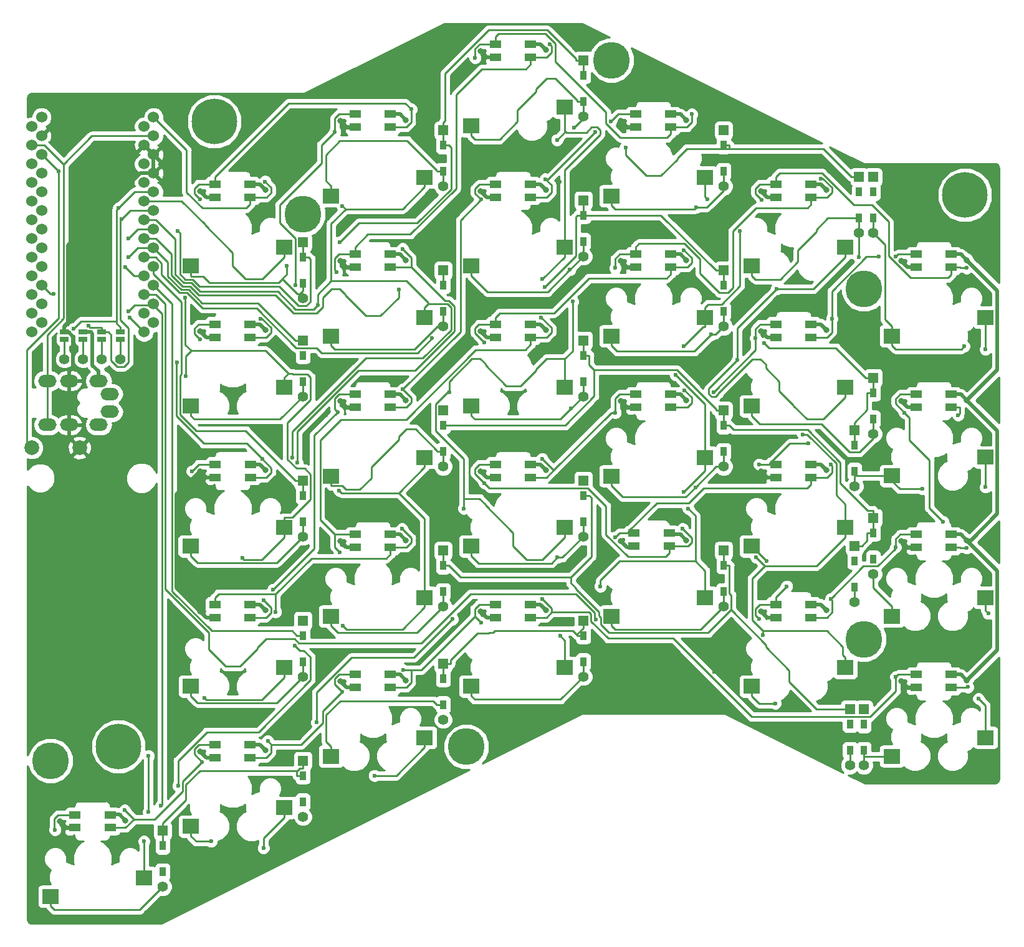
<source format=gbl>
G04 #@! TF.GenerationSoftware,KiCad,Pcbnew,5.0.2-bee76a0~70~ubuntu18.04.1*
G04 #@! TF.CreationDate,2019-04-11T02:53:24+09:00*
G04 #@! TF.ProjectId,benzene,62656e7a-656e-4652-9e6b-696361645f70,rev?*
G04 #@! TF.SameCoordinates,Original*
G04 #@! TF.FileFunction,Copper,L2,Bot*
G04 #@! TF.FilePolarity,Positive*
%FSLAX46Y46*%
G04 Gerber Fmt 4.6, Leading zero omitted, Abs format (unit mm)*
G04 Created by KiCad (PCBNEW 5.0.2-bee76a0~70~ubuntu18.04.1) date 2019年04月11日 02時53分24秒*
%MOMM*%
%LPD*%
G01*
G04 APERTURE LIST*
G04 #@! TA.AperFunction,SMDPad,CuDef*
%ADD10R,2.300000X2.000000*%
G04 #@! TD*
G04 #@! TA.AperFunction,WasherPad*
%ADD11C,5.000000*%
G04 #@! TD*
G04 #@! TA.AperFunction,SMDPad,CuDef*
%ADD12R,1.600000X1.000000*%
G04 #@! TD*
G04 #@! TA.AperFunction,WasherPad*
%ADD13C,6.200000*%
G04 #@! TD*
G04 #@! TA.AperFunction,ComponentPad*
%ADD14C,1.524000*%
G04 #@! TD*
G04 #@! TA.AperFunction,ComponentPad*
%ADD15C,1.397000*%
G04 #@! TD*
G04 #@! TA.AperFunction,SMDPad,CuDef*
%ADD16R,0.950000X1.300000*%
G04 #@! TD*
G04 #@! TA.AperFunction,ComponentPad*
%ADD17R,1.397000X1.397000*%
G04 #@! TD*
G04 #@! TA.AperFunction,ComponentPad*
%ADD18O,2.500000X1.700000*%
G04 #@! TD*
G04 #@! TA.AperFunction,SMDPad,CuDef*
%ADD19R,1.143000X0.635000*%
G04 #@! TD*
G04 #@! TA.AperFunction,ComponentPad*
%ADD20C,2.000000*%
G04 #@! TD*
G04 #@! TA.AperFunction,ViaPad*
%ADD21C,0.600000*%
G04 #@! TD*
G04 #@! TA.AperFunction,ViaPad*
%ADD22C,0.800000*%
G04 #@! TD*
G04 #@! TA.AperFunction,Conductor*
%ADD23C,0.250000*%
G04 #@! TD*
G04 #@! TA.AperFunction,Conductor*
%ADD24C,0.500000*%
G04 #@! TD*
G04 #@! TA.AperFunction,Conductor*
%ADD25C,0.254000*%
G04 #@! TD*
G04 APERTURE END LIST*
D10*
G04 #@! TO.P,SW16,1*
G04 #@! TO.N,col3*
X168925000Y-78774920D03*
G04 #@! TO.P,SW16,2*
G04 #@! TO.N,Net-(D16-Pad2)*
X156225000Y-81314920D03*
G04 #@! TD*
G04 #@! TO.P,SW15,1*
G04 #@! TO.N,col2*
X149875000Y-69255000D03*
G04 #@! TO.P,SW15,2*
G04 #@! TO.N,Net-(D15-Pad2)*
X137175000Y-71795000D03*
G04 #@! TD*
D11*
G04 #@! TO.P,Ref4,*
G04 #@! TO.N,*
X136525000Y-118110000D03*
G04 #@! TD*
D10*
G04 #@! TO.P,SW9,1*
G04 #@! TO.N,col2*
X149875000Y-50205000D03*
G04 #@! TO.P,SW9,2*
G04 #@! TO.N,Net-(D9-Pad2)*
X137175000Y-52745000D03*
G04 #@! TD*
D12*
G04 #@! TO.P,L28,2*
G04 #@! TO.N,GND*
X140442000Y-100535000D03*
G04 #@! TO.P,L28,1*
G04 #@! TO.N,Net-(L27-Pad3)*
X140442000Y-98785000D03*
G04 #@! TO.P,L28,3*
G04 #@! TO.N,Net-(L24-Pad1)*
X145242000Y-100535000D03*
G04 #@! TO.P,L28,4*
G04 #@! TO.N,VCC*
X145242000Y-98785000D03*
G04 #@! TD*
D13*
G04 #@! TO.P,Ref7,*
G04 #@! TO.N,*
X204250000Y-43100000D03*
G04 #@! TD*
G04 #@! TO.P,Ref6,*
G04 #@! TO.N,*
X102250000Y-33100000D03*
G04 #@! TD*
G04 #@! TO.P,Ref8,*
G04 #@! TO.N,*
X89250000Y-118100000D03*
G04 #@! TD*
D10*
G04 #@! TO.P,SW11,1*
G04 #@! TO.N,col4*
X187975000Y-69255000D03*
G04 #@! TO.P,SW11,2*
G04 #@! TO.N,Net-(D11-Pad2)*
X175275000Y-71795000D03*
G04 #@! TD*
G04 #@! TO.P,SW28,1*
G04 #@! TO.N,col3*
X149875000Y-107355000D03*
G04 #@! TO.P,SW28,2*
G04 #@! TO.N,Net-(D28-Pad2)*
X137175000Y-109895000D03*
G04 #@! TD*
G04 #@! TO.P,SW17,1*
G04 #@! TO.N,col4*
X187975000Y-88299920D03*
G04 #@! TO.P,SW17,2*
G04 #@! TO.N,Net-(D17-Pad2)*
X175275000Y-90839920D03*
G04 #@! TD*
G04 #@! TO.P,SW5,1*
G04 #@! TO.N,col4*
X187975000Y-50205000D03*
G04 #@! TO.P,SW5,2*
G04 #@! TO.N,Net-(D5-Pad2)*
X175275000Y-52745000D03*
G04 #@! TD*
G04 #@! TO.P,SW4,1*
G04 #@! TO.N,col3*
X168925000Y-40680000D03*
G04 #@! TO.P,SW4,2*
G04 #@! TO.N,Net-(D4-Pad2)*
X156225000Y-43220000D03*
G04 #@! TD*
G04 #@! TO.P,SW23,1*
G04 #@! TO.N,col4*
X187975000Y-107350000D03*
G04 #@! TO.P,SW23,2*
G04 #@! TO.N,Net-(D23-Pad2)*
X175275000Y-109890000D03*
G04 #@! TD*
G04 #@! TO.P,SW2,1*
G04 #@! TO.N,col1*
X130825000Y-40680000D03*
G04 #@! TO.P,SW2,2*
G04 #@! TO.N,Net-(D2-Pad2)*
X118125000Y-43220000D03*
G04 #@! TD*
G04 #@! TO.P,SW1,1*
G04 #@! TO.N,col0*
X111775000Y-50205000D03*
G04 #@! TO.P,SW1,2*
G04 #@! TO.N,Net-(D1-Pad2)*
X99075000Y-52745000D03*
G04 #@! TD*
G04 #@! TO.P,SW3,1*
G04 #@! TO.N,col2*
X149875000Y-31155000D03*
G04 #@! TO.P,SW3,2*
G04 #@! TO.N,Net-(D3-Pad2)*
X137175000Y-33695000D03*
G04 #@! TD*
G04 #@! TO.P,SW6,2*
G04 #@! TO.N,Net-(D6-Pad2)*
X194325000Y-62270000D03*
G04 #@! TO.P,SW6,1*
G04 #@! TO.N,col5*
X207025000Y-59730000D03*
G04 #@! TD*
G04 #@! TO.P,SW7,1*
G04 #@! TO.N,col0*
X111775000Y-69255000D03*
G04 #@! TO.P,SW7,2*
G04 #@! TO.N,Net-(D7-Pad2)*
X99075000Y-71795000D03*
G04 #@! TD*
G04 #@! TO.P,SW8,1*
G04 #@! TO.N,col1*
X130825000Y-59730000D03*
G04 #@! TO.P,SW8,2*
G04 #@! TO.N,Net-(D8-Pad2)*
X118125000Y-62270000D03*
G04 #@! TD*
G04 #@! TO.P,SW10,1*
G04 #@! TO.N,col3*
X168925000Y-59730000D03*
G04 #@! TO.P,SW10,2*
G04 #@! TO.N,Net-(D10-Pad2)*
X156225000Y-62270000D03*
G04 #@! TD*
G04 #@! TO.P,SW12,1*
G04 #@! TO.N,col5*
X207025000Y-78745000D03*
G04 #@! TO.P,SW12,2*
G04 #@! TO.N,Net-(D12-Pad2)*
X194325000Y-81285000D03*
G04 #@! TD*
G04 #@! TO.P,SW13,1*
G04 #@! TO.N,col0*
X111775000Y-88305000D03*
G04 #@! TO.P,SW13,2*
G04 #@! TO.N,Net-(D13-Pad2)*
X99075000Y-90845000D03*
G04 #@! TD*
G04 #@! TO.P,SW14,1*
G04 #@! TO.N,col1*
X130825000Y-78780000D03*
G04 #@! TO.P,SW14,2*
G04 #@! TO.N,Net-(D14-Pad2)*
X118125000Y-81320000D03*
G04 #@! TD*
G04 #@! TO.P,SW18,1*
G04 #@! TO.N,col5*
X207025000Y-97830000D03*
G04 #@! TO.P,SW18,2*
G04 #@! TO.N,Net-(D18-Pad2)*
X194325000Y-100370000D03*
G04 #@! TD*
G04 #@! TO.P,SW19,1*
G04 #@! TO.N,col0*
X111775000Y-107355000D03*
G04 #@! TO.P,SW19,2*
G04 #@! TO.N,Net-(D19-Pad2)*
X99075000Y-109895000D03*
G04 #@! TD*
G04 #@! TO.P,SW20,1*
G04 #@! TO.N,col1*
X130825000Y-97830000D03*
G04 #@! TO.P,SW20,2*
G04 #@! TO.N,Net-(D20-Pad2)*
X118125000Y-100370000D03*
G04 #@! TD*
G04 #@! TO.P,SW21,1*
G04 #@! TO.N,col2*
X149875000Y-88305000D03*
G04 #@! TO.P,SW21,2*
G04 #@! TO.N,Net-(D21-Pad2)*
X137175000Y-90845000D03*
G04 #@! TD*
G04 #@! TO.P,SW22,1*
G04 #@! TO.N,col3*
X168925000Y-97824900D03*
G04 #@! TO.P,SW22,2*
G04 #@! TO.N,Net-(D22-Pad2)*
X156225000Y-100364900D03*
G04 #@! TD*
G04 #@! TO.P,SW24,1*
G04 #@! TO.N,col5*
X207025000Y-116875000D03*
G04 #@! TO.P,SW24,2*
G04 #@! TO.N,Net-(D24-Pad2)*
X194325000Y-119415000D03*
G04 #@! TD*
G04 #@! TO.P,SW25,1*
G04 #@! TO.N,col0*
X92725000Y-135930000D03*
G04 #@! TO.P,SW25,2*
G04 #@! TO.N,Net-(D25-Pad2)*
X80025000Y-138470000D03*
G04 #@! TD*
G04 #@! TO.P,SW26,1*
G04 #@! TO.N,col1*
X111775000Y-126405000D03*
G04 #@! TO.P,SW26,2*
G04 #@! TO.N,Net-(D26-Pad2)*
X99075000Y-128945000D03*
G04 #@! TD*
G04 #@! TO.P,SW27,1*
G04 #@! TO.N,col2*
X130825000Y-116880000D03*
G04 #@! TO.P,SW27,2*
G04 #@! TO.N,Net-(D27-Pad2)*
X118125000Y-119420000D03*
G04 #@! TD*
D12*
G04 #@! TO.P,L25,3*
G04 #@! TO.N,Net-(L25-Pad3)*
X88125000Y-129145000D03*
G04 #@! TO.P,L25,4*
G04 #@! TO.N,VCC*
X88125000Y-127395000D03*
G04 #@! TO.P,L25,1*
G04 #@! TO.N,Net-(L25-Pad1)*
X83325000Y-127395000D03*
G04 #@! TO.P,L25,2*
G04 #@! TO.N,GND*
X83325000Y-129145000D03*
G04 #@! TD*
G04 #@! TO.P,L26,2*
G04 #@! TO.N,GND*
X102342000Y-119585000D03*
G04 #@! TO.P,L26,1*
G04 #@! TO.N,Net-(L25-Pad3)*
X102342000Y-117835000D03*
G04 #@! TO.P,L26,4*
G04 #@! TO.N,VCC*
X107142000Y-117835000D03*
G04 #@! TO.P,L26,3*
G04 #@! TO.N,Net-(L26-Pad3)*
X107142000Y-119585000D03*
G04 #@! TD*
G04 #@! TO.P,L27,3*
G04 #@! TO.N,Net-(L27-Pad3)*
X126192000Y-110060000D03*
G04 #@! TO.P,L27,4*
G04 #@! TO.N,VCC*
X126192000Y-108310000D03*
G04 #@! TO.P,L27,1*
G04 #@! TO.N,Net-(L26-Pad3)*
X121392000Y-108310000D03*
G04 #@! TO.P,L27,2*
G04 #@! TO.N,GND*
X121392000Y-110060000D03*
G04 #@! TD*
G04 #@! TO.P,L8,2*
G04 #@! TO.N,GND*
X121392000Y-52910000D03*
G04 #@! TO.P,L8,1*
G04 #@! TO.N,Net-(L3-Pad3)*
X121392000Y-51160000D03*
G04 #@! TO.P,L8,4*
G04 #@! TO.N,VCC*
X126192000Y-51160000D03*
G04 #@! TO.P,L8,3*
G04 #@! TO.N,Net-(L13-Pad1)*
X126192000Y-52910000D03*
G04 #@! TD*
G04 #@! TO.P,L20,2*
G04 #@! TO.N,GND*
X121392000Y-91010000D03*
G04 #@! TO.P,L20,1*
G04 #@! TO.N,Net-(L15-Pad3)*
X121392000Y-89260000D03*
G04 #@! TO.P,L20,4*
G04 #@! TO.N,VCC*
X126192000Y-89260000D03*
G04 #@! TO.P,L20,3*
G04 #@! TO.N,Net-(L19-Pad1)*
X126192000Y-91010000D03*
G04 #@! TD*
G04 #@! TO.P,L14,2*
G04 #@! TO.N,GND*
X121392000Y-71960000D03*
G04 #@! TO.P,L14,1*
G04 #@! TO.N,Net-(L14-Pad1)*
X121392000Y-70210000D03*
G04 #@! TO.P,L14,4*
G04 #@! TO.N,VCC*
X126192000Y-70210000D03*
G04 #@! TO.P,L14,3*
G04 #@! TO.N,Net-(L14-Pad3)*
X126192000Y-71960000D03*
G04 #@! TD*
D14*
G04 #@! TO.P,U1,24*
G04 #@! TO.N,Net-(U1-Pad24)*
X78796400Y-32512000D03*
G04 #@! TO.P,U1,23*
G04 #@! TO.N,GND*
X78796400Y-35052000D03*
G04 #@! TO.P,U1,22*
G04 #@! TO.N,RST*
X78796400Y-37592000D03*
G04 #@! TO.P,U1,21*
G04 #@! TO.N,VCC*
X78796400Y-40132000D03*
G04 #@! TO.P,U1,20*
G04 #@! TO.N,col0*
X78796400Y-42672000D03*
G04 #@! TO.P,U1,19*
G04 #@! TO.N,col1*
X78796400Y-45212000D03*
G04 #@! TO.P,U1,18*
G04 #@! TO.N,col2*
X78796400Y-47752000D03*
G04 #@! TO.P,U1,17*
G04 #@! TO.N,col3*
X78796400Y-50292000D03*
G04 #@! TO.P,U1,16*
G04 #@! TO.N,col4*
X78796400Y-52832000D03*
G04 #@! TO.P,U1,15*
G04 #@! TO.N,col5*
X78796400Y-55372000D03*
G04 #@! TO.P,U1,14*
G04 #@! TO.N,Net-(U1-Pad14)*
X78796400Y-57912000D03*
G04 #@! TO.P,U1,13*
G04 #@! TO.N,Net-(U1-Pad13)*
X78796400Y-60452000D03*
G04 #@! TO.P,U1,12*
G04 #@! TO.N,Net-(U1-Pad12)*
X94016400Y-60452000D03*
G04 #@! TO.P,U1,11*
G04 #@! TO.N,row4*
X94016400Y-57912000D03*
G04 #@! TO.P,U1,10*
G04 #@! TO.N,row3*
X94016400Y-55372000D03*
G04 #@! TO.P,U1,9*
G04 #@! TO.N,row2*
X94016400Y-52832000D03*
G04 #@! TO.P,U1,8*
G04 #@! TO.N,row1*
X94016400Y-50292000D03*
G04 #@! TO.P,U1,7*
G04 #@! TO.N,row0*
X94016400Y-47752000D03*
G04 #@! TO.P,U1,6*
G04 #@! TO.N,SCL*
X94016400Y-45212000D03*
G04 #@! TO.P,U1,5*
G04 #@! TO.N,SDA*
X94016400Y-42672000D03*
G04 #@! TO.P,U1,4*
G04 #@! TO.N,GND*
X94016400Y-40132000D03*
G04 #@! TO.P,U1,3*
X94016400Y-37592000D03*
G04 #@! TO.P,U1,2*
G04 #@! TO.N,DATA*
X94016400Y-35052000D03*
G04 #@! TO.P,U1,1*
G04 #@! TO.N,LED*
X94016400Y-32512000D03*
X77470000Y-33782000D03*
G04 #@! TO.P,U1,2*
G04 #@! TO.N,DATA*
X77470000Y-36322000D03*
G04 #@! TO.P,U1,3*
G04 #@! TO.N,GND*
X77470000Y-38862000D03*
G04 #@! TO.P,U1,4*
X77470000Y-41402000D03*
G04 #@! TO.P,U1,5*
G04 #@! TO.N,SDA*
X77470000Y-43942000D03*
G04 #@! TO.P,U1,6*
G04 #@! TO.N,SCL*
X77470000Y-46482000D03*
G04 #@! TO.P,U1,7*
G04 #@! TO.N,row0*
X77470000Y-49022000D03*
G04 #@! TO.P,U1,8*
G04 #@! TO.N,row1*
X77470000Y-51562000D03*
G04 #@! TO.P,U1,9*
G04 #@! TO.N,row2*
X77470000Y-54102000D03*
G04 #@! TO.P,U1,10*
G04 #@! TO.N,row3*
X77470000Y-56642000D03*
G04 #@! TO.P,U1,11*
G04 #@! TO.N,row4*
X77470000Y-59182000D03*
G04 #@! TO.P,U1,12*
G04 #@! TO.N,Net-(U1-Pad12)*
X77470000Y-61722000D03*
G04 #@! TO.P,U1,13*
G04 #@! TO.N,Net-(U1-Pad13)*
X92710000Y-61722000D03*
G04 #@! TO.P,U1,14*
G04 #@! TO.N,Net-(U1-Pad14)*
X92710000Y-59182000D03*
G04 #@! TO.P,U1,15*
G04 #@! TO.N,col5*
X92710000Y-56642000D03*
G04 #@! TO.P,U1,16*
G04 #@! TO.N,col4*
X92710000Y-54102000D03*
G04 #@! TO.P,U1,17*
G04 #@! TO.N,col3*
X92710000Y-51562000D03*
G04 #@! TO.P,U1,18*
G04 #@! TO.N,col2*
X92710000Y-49022000D03*
G04 #@! TO.P,U1,19*
G04 #@! TO.N,col1*
X92710000Y-46482000D03*
G04 #@! TO.P,U1,20*
G04 #@! TO.N,col0*
X92710000Y-43942000D03*
G04 #@! TO.P,U1,21*
G04 #@! TO.N,VCC*
X92710000Y-41402000D03*
G04 #@! TO.P,U1,22*
G04 #@! TO.N,RST*
X92710000Y-38862000D03*
G04 #@! TO.P,U1,23*
G04 #@! TO.N,GND*
X92710000Y-36322000D03*
G04 #@! TO.P,U1,24*
G04 #@! TO.N,Net-(U1-Pad24)*
X92710000Y-33782000D03*
G04 #@! TD*
D15*
G04 #@! TO.P,OLED1,1*
G04 #@! TO.N,Net-(J10-Pad2)*
X81915000Y-65405000D03*
G04 #@! TO.P,OLED1,2*
G04 #@! TO.N,Net-(J5-Pad2)*
X84455000Y-65405000D03*
G04 #@! TO.P,OLED1,3*
G04 #@! TO.N,Net-(J4-Pad2)*
X86995000Y-65405000D03*
G04 #@! TO.P,OLED1,4*
G04 #@! TO.N,Net-(J2-Pad2)*
X89535000Y-65405000D03*
G04 #@! TD*
D11*
G04 #@! TO.P,Ref1,*
G04 #@! TO.N,*
X156210000Y-24765000D03*
G04 #@! TD*
G04 #@! TO.P,Ref0,*
G04 #@! TO.N,*
X114300000Y-45720000D03*
G04 #@! TD*
G04 #@! TO.P,Ref3,*
G04 #@! TO.N,*
X80010000Y-120015000D03*
G04 #@! TD*
G04 #@! TO.P,Ref5,*
G04 #@! TO.N,*
X190500000Y-103505000D03*
G04 #@! TD*
D16*
G04 #@! TO.P,D1,2*
G04 #@! TO.N,Net-(D1-Pad2)*
X114300000Y-55115000D03*
G04 #@! TO.P,D1,1*
G04 #@! TO.N,row0*
X114300000Y-51565000D03*
D17*
X114300000Y-49530000D03*
D15*
G04 #@! TO.P,D1,2*
G04 #@! TO.N,Net-(D1-Pad2)*
X114300000Y-57150000D03*
G04 #@! TD*
G04 #@! TO.P,D2,2*
G04 #@! TO.N,Net-(D2-Pad2)*
X133350000Y-41910000D03*
D17*
G04 #@! TO.P,D2,1*
G04 #@! TO.N,row0*
X133350000Y-34290000D03*
D16*
X133350000Y-36325000D03*
G04 #@! TO.P,D2,2*
G04 #@! TO.N,Net-(D2-Pad2)*
X133350000Y-39875000D03*
G04 #@! TD*
D15*
G04 #@! TO.P,D3,2*
G04 #@! TO.N,Net-(D3-Pad2)*
X152400000Y-32385000D03*
D17*
G04 #@! TO.P,D3,1*
G04 #@! TO.N,row0*
X152400000Y-24765000D03*
D16*
X152400000Y-26800000D03*
G04 #@! TO.P,D3,2*
G04 #@! TO.N,Net-(D3-Pad2)*
X152400000Y-30350000D03*
G04 #@! TD*
G04 #@! TO.P,D4,2*
G04 #@! TO.N,Net-(D4-Pad2)*
X171450000Y-39875000D03*
G04 #@! TO.P,D4,1*
G04 #@! TO.N,row0*
X171450000Y-36325000D03*
D17*
X171450000Y-34290000D03*
D15*
G04 #@! TO.P,D4,2*
G04 #@! TO.N,Net-(D4-Pad2)*
X171450000Y-41910000D03*
G04 #@! TD*
D16*
G04 #@! TO.P,D5,2*
G04 #@! TO.N,Net-(D5-Pad2)*
X189865000Y-46225000D03*
G04 #@! TO.P,D5,1*
G04 #@! TO.N,row0*
X189865000Y-42675000D03*
D17*
X189865000Y-40640000D03*
D15*
G04 #@! TO.P,D5,2*
G04 #@! TO.N,Net-(D5-Pad2)*
X189865000Y-48260000D03*
G04 #@! TD*
D16*
G04 #@! TO.P,D6,2*
G04 #@! TO.N,Net-(D6-Pad2)*
X191770000Y-46225000D03*
G04 #@! TO.P,D6,1*
G04 #@! TO.N,row0*
X191770000Y-42675000D03*
D17*
X191770000Y-40640000D03*
D15*
G04 #@! TO.P,D6,2*
G04 #@! TO.N,Net-(D6-Pad2)*
X191770000Y-48260000D03*
G04 #@! TD*
G04 #@! TO.P,D7,2*
G04 #@! TO.N,Net-(D7-Pad2)*
X114300000Y-70485000D03*
D17*
G04 #@! TO.P,D7,1*
G04 #@! TO.N,row1*
X114300000Y-62865000D03*
D16*
X114300000Y-64900000D03*
G04 #@! TO.P,D7,2*
G04 #@! TO.N,Net-(D7-Pad2)*
X114300000Y-68450000D03*
G04 #@! TD*
G04 #@! TO.P,D8,2*
G04 #@! TO.N,Net-(D8-Pad2)*
X133350000Y-58925000D03*
G04 #@! TO.P,D8,1*
G04 #@! TO.N,row1*
X133350000Y-55375000D03*
D17*
X133350000Y-53340000D03*
D15*
G04 #@! TO.P,D8,2*
G04 #@! TO.N,Net-(D8-Pad2)*
X133350000Y-60960000D03*
G04 #@! TD*
G04 #@! TO.P,D9,2*
G04 #@! TO.N,Net-(D9-Pad2)*
X152400000Y-51435000D03*
D17*
G04 #@! TO.P,D9,1*
G04 #@! TO.N,row1*
X152400000Y-43815000D03*
D16*
X152400000Y-45850000D03*
G04 #@! TO.P,D9,2*
G04 #@! TO.N,Net-(D9-Pad2)*
X152400000Y-49400000D03*
G04 #@! TD*
G04 #@! TO.P,D10,2*
G04 #@! TO.N,Net-(D10-Pad2)*
X171450000Y-58925000D03*
G04 #@! TO.P,D10,1*
G04 #@! TO.N,row1*
X171450000Y-55375000D03*
D17*
X171450000Y-53340000D03*
D15*
G04 #@! TO.P,D10,2*
G04 #@! TO.N,Net-(D10-Pad2)*
X171450000Y-60960000D03*
G04 #@! TD*
G04 #@! TO.P,D11,2*
G04 #@! TO.N,Net-(D11-Pad2)*
X191770000Y-75565000D03*
D17*
G04 #@! TO.P,D11,1*
G04 #@! TO.N,row1*
X191770000Y-67945000D03*
D16*
X191770000Y-69980000D03*
G04 #@! TO.P,D11,2*
G04 #@! TO.N,Net-(D11-Pad2)*
X191770000Y-73530000D03*
G04 #@! TD*
D15*
G04 #@! TO.P,D12,2*
G04 #@! TO.N,Net-(D12-Pad2)*
X189230000Y-82680000D03*
D17*
G04 #@! TO.P,D12,1*
G04 #@! TO.N,row1*
X189230000Y-75060000D03*
D16*
X189230000Y-77095000D03*
G04 #@! TO.P,D12,2*
G04 #@! TO.N,Net-(D12-Pad2)*
X189230000Y-80645000D03*
G04 #@! TD*
G04 #@! TO.P,D13,2*
G04 #@! TO.N,Net-(D13-Pad2)*
X114300000Y-87500000D03*
G04 #@! TO.P,D13,1*
G04 #@! TO.N,row2*
X114300000Y-83950000D03*
D17*
X114300000Y-81915000D03*
D15*
G04 #@! TO.P,D13,2*
G04 #@! TO.N,Net-(D13-Pad2)*
X114300000Y-89535000D03*
G04 #@! TD*
D16*
G04 #@! TO.P,D14,2*
G04 #@! TO.N,Net-(D14-Pad2)*
X133350000Y-77975000D03*
G04 #@! TO.P,D14,1*
G04 #@! TO.N,row2*
X133350000Y-74425000D03*
D17*
X133350000Y-72390000D03*
D15*
G04 #@! TO.P,D14,2*
G04 #@! TO.N,Net-(D14-Pad2)*
X133350000Y-80010000D03*
G04 #@! TD*
G04 #@! TO.P,D15,2*
G04 #@! TO.N,Net-(D15-Pad2)*
X152400000Y-70485000D03*
D17*
G04 #@! TO.P,D15,1*
G04 #@! TO.N,row2*
X152400000Y-62865000D03*
D16*
X152400000Y-64900000D03*
G04 #@! TO.P,D15,2*
G04 #@! TO.N,Net-(D15-Pad2)*
X152400000Y-68450000D03*
G04 #@! TD*
D15*
G04 #@! TO.P,D16,2*
G04 #@! TO.N,Net-(D16-Pad2)*
X171450000Y-80010000D03*
D17*
G04 #@! TO.P,D16,1*
G04 #@! TO.N,row2*
X171450000Y-72390000D03*
D16*
X171450000Y-74425000D03*
G04 #@! TO.P,D16,2*
G04 #@! TO.N,Net-(D16-Pad2)*
X171450000Y-77975000D03*
G04 #@! TD*
G04 #@! TO.P,D17,2*
G04 #@! TO.N,Net-(D17-Pad2)*
X189230000Y-96390000D03*
G04 #@! TO.P,D17,1*
G04 #@! TO.N,row2*
X189230000Y-92840000D03*
D17*
X189230000Y-90805000D03*
D15*
G04 #@! TO.P,D17,2*
G04 #@! TO.N,Net-(D17-Pad2)*
X189230000Y-98425000D03*
G04 #@! TD*
G04 #@! TO.P,D18,2*
G04 #@! TO.N,Net-(D18-Pad2)*
X191770000Y-94615000D03*
D17*
G04 #@! TO.P,D18,1*
G04 #@! TO.N,row2*
X191770000Y-86995000D03*
D16*
X191770000Y-89030000D03*
G04 #@! TO.P,D18,2*
G04 #@! TO.N,Net-(D18-Pad2)*
X191770000Y-92580000D03*
G04 #@! TD*
G04 #@! TO.P,D19,2*
G04 #@! TO.N,Net-(D19-Pad2)*
X114300000Y-106550000D03*
G04 #@! TO.P,D19,1*
G04 #@! TO.N,row3*
X114300000Y-103000000D03*
D17*
X114300000Y-100965000D03*
D15*
G04 #@! TO.P,D19,2*
G04 #@! TO.N,Net-(D19-Pad2)*
X114300000Y-108585000D03*
G04 #@! TD*
G04 #@! TO.P,D20,2*
G04 #@! TO.N,Net-(D20-Pad2)*
X133350000Y-99060000D03*
D17*
G04 #@! TO.P,D20,1*
G04 #@! TO.N,row3*
X133350000Y-91440000D03*
D16*
X133350000Y-93475000D03*
G04 #@! TO.P,D20,2*
G04 #@! TO.N,Net-(D20-Pad2)*
X133350000Y-97025000D03*
G04 #@! TD*
G04 #@! TO.P,D21,2*
G04 #@! TO.N,Net-(D21-Pad2)*
X152400000Y-87500000D03*
G04 #@! TO.P,D21,1*
G04 #@! TO.N,row3*
X152400000Y-83950000D03*
D17*
X152400000Y-81915000D03*
D15*
G04 #@! TO.P,D21,2*
G04 #@! TO.N,Net-(D21-Pad2)*
X152400000Y-89535000D03*
G04 #@! TD*
G04 #@! TO.P,D22,2*
G04 #@! TO.N,Net-(D22-Pad2)*
X171450000Y-99054900D03*
D17*
G04 #@! TO.P,D22,1*
G04 #@! TO.N,row3*
X171450000Y-91434900D03*
D16*
X171450000Y-93469900D03*
G04 #@! TO.P,D22,2*
G04 #@! TO.N,Net-(D22-Pad2)*
X171450000Y-97019900D03*
G04 #@! TD*
G04 #@! TO.P,D23,2*
G04 #@! TO.N,Net-(D23-Pad2)*
X188608000Y-118610000D03*
G04 #@! TO.P,D23,1*
G04 #@! TO.N,row3*
X188608000Y-115060000D03*
D17*
X188608000Y-113025000D03*
D15*
G04 #@! TO.P,D23,2*
G04 #@! TO.N,Net-(D23-Pad2)*
X188608000Y-120645000D03*
G04 #@! TD*
D16*
G04 #@! TO.P,D24,2*
G04 #@! TO.N,Net-(D24-Pad2)*
X190500000Y-118615000D03*
G04 #@! TO.P,D24,1*
G04 #@! TO.N,row3*
X190500000Y-115065000D03*
D17*
X190500000Y-113030000D03*
D15*
G04 #@! TO.P,D24,2*
G04 #@! TO.N,Net-(D24-Pad2)*
X190500000Y-120650000D03*
G04 #@! TD*
G04 #@! TO.P,D25,2*
G04 #@! TO.N,Net-(D25-Pad2)*
X95250000Y-137160000D03*
D17*
G04 #@! TO.P,D25,1*
G04 #@! TO.N,row4*
X95250000Y-129540000D03*
D16*
X95250000Y-131575000D03*
G04 #@! TO.P,D25,2*
G04 #@! TO.N,Net-(D25-Pad2)*
X95250000Y-135125000D03*
G04 #@! TD*
G04 #@! TO.P,D26,2*
G04 #@! TO.N,Net-(D26-Pad2)*
X114300000Y-125600000D03*
G04 #@! TO.P,D26,1*
G04 #@! TO.N,row4*
X114300000Y-122050000D03*
D17*
X114300000Y-120015000D03*
D15*
G04 #@! TO.P,D26,2*
G04 #@! TO.N,Net-(D26-Pad2)*
X114300000Y-127635000D03*
G04 #@! TD*
G04 #@! TO.P,D27,2*
G04 #@! TO.N,Net-(D27-Pad2)*
X133350000Y-114430000D03*
D17*
G04 #@! TO.P,D27,1*
G04 #@! TO.N,row4*
X133350000Y-106810000D03*
D16*
X133350000Y-108845000D03*
G04 #@! TO.P,D27,2*
G04 #@! TO.N,Net-(D27-Pad2)*
X133350000Y-112395000D03*
G04 #@! TD*
G04 #@! TO.P,D28,2*
G04 #@! TO.N,Net-(D28-Pad2)*
X152400000Y-106550000D03*
G04 #@! TO.P,D28,1*
G04 #@! TO.N,row4*
X152400000Y-103000000D03*
D17*
X152400000Y-100965000D03*
D15*
G04 #@! TO.P,D28,2*
G04 #@! TO.N,Net-(D28-Pad2)*
X152400000Y-108585000D03*
G04 #@! TD*
D18*
G04 #@! TO.P,J1,D*
G04 #@! TO.N,VCC*
X86550000Y-74335000D03*
G04 #@! TO.P,J1,A*
G04 #@! TO.N,Net-(J1-PadA)*
X88050000Y-70135000D03*
G04 #@! TO.P,J1,B*
G04 #@! TO.N,DATA*
X79550000Y-74335000D03*
G04 #@! TO.P,J1,C*
G04 #@! TO.N,GND*
X82550000Y-74335000D03*
G04 #@! TO.P,J1,B*
G04 #@! TO.N,DATA*
X79550000Y-68385000D03*
G04 #@! TO.P,J1,C*
G04 #@! TO.N,GND*
X82550000Y-68385000D03*
G04 #@! TO.P,J1,D*
G04 #@! TO.N,VCC*
X86550000Y-68385000D03*
G04 #@! TO.P,J1,A*
G04 #@! TO.N,Net-(J1-PadA)*
X88050000Y-72585000D03*
G04 #@! TD*
D19*
G04 #@! TO.P,J7,2*
G04 #@! TO.N,Net-(J2-Pad2)*
X89535000Y-62730380D03*
G04 #@! TO.P,J7,1*
G04 #@! TO.N,SDA*
X89535000Y-61729620D03*
G04 #@! TD*
G04 #@! TO.P,J8,1*
G04 #@! TO.N,SCL*
X86995000Y-61729620D03*
G04 #@! TO.P,J8,2*
G04 #@! TO.N,Net-(J4-Pad2)*
X86995000Y-62730380D03*
G04 #@! TD*
G04 #@! TO.P,J9,1*
G04 #@! TO.N,VCC*
X84455000Y-61729620D03*
G04 #@! TO.P,J9,2*
G04 #@! TO.N,Net-(J5-Pad2)*
X84455000Y-62730380D03*
G04 #@! TD*
G04 #@! TO.P,J10,2*
G04 #@! TO.N,Net-(J10-Pad2)*
X81915000Y-62730380D03*
G04 #@! TO.P,J10,1*
G04 #@! TO.N,GND*
X81915000Y-61729620D03*
G04 #@! TD*
D12*
G04 #@! TO.P,L1,2*
G04 #@! TO.N,GND*
X102342000Y-43385000D03*
G04 #@! TO.P,L1,1*
G04 #@! TO.N,Net-(L1-Pad1)*
X102342000Y-41635000D03*
G04 #@! TO.P,L1,4*
G04 #@! TO.N,VCC*
X107142000Y-41635000D03*
G04 #@! TO.P,L1,3*
G04 #@! TO.N,LED*
X107142000Y-43385000D03*
G04 #@! TD*
G04 #@! TO.P,L2,3*
G04 #@! TO.N,Net-(L1-Pad1)*
X126192000Y-33860000D03*
G04 #@! TO.P,L2,4*
G04 #@! TO.N,VCC*
X126192000Y-32110000D03*
G04 #@! TO.P,L2,1*
G04 #@! TO.N,Net-(L2-Pad1)*
X121392000Y-32110000D03*
G04 #@! TO.P,L2,2*
G04 #@! TO.N,GND*
X121392000Y-33860000D03*
G04 #@! TD*
G04 #@! TO.P,L3,2*
G04 #@! TO.N,GND*
X140442000Y-24335000D03*
G04 #@! TO.P,L3,1*
G04 #@! TO.N,Net-(L3-Pad1)*
X140442000Y-22585000D03*
G04 #@! TO.P,L3,4*
G04 #@! TO.N,VCC*
X145242000Y-22585000D03*
G04 #@! TO.P,L3,3*
G04 #@! TO.N,Net-(L3-Pad3)*
X145242000Y-24335000D03*
G04 #@! TD*
G04 #@! TO.P,L4,3*
G04 #@! TO.N,Net-(L3-Pad1)*
X164292000Y-33860000D03*
G04 #@! TO.P,L4,4*
G04 #@! TO.N,VCC*
X164292000Y-32110000D03*
G04 #@! TO.P,L4,1*
G04 #@! TO.N,Net-(L4-Pad1)*
X159492000Y-32110000D03*
G04 #@! TO.P,L4,2*
G04 #@! TO.N,GND*
X159492000Y-33860000D03*
G04 #@! TD*
G04 #@! TO.P,L5,3*
G04 #@! TO.N,Net-(L10-Pad1)*
X183342000Y-43385000D03*
G04 #@! TO.P,L5,4*
G04 #@! TO.N,VCC*
X183342000Y-41635000D03*
G04 #@! TO.P,L5,1*
G04 #@! TO.N,Net-(L5-Pad1)*
X178542000Y-41635000D03*
G04 #@! TO.P,L5,2*
G04 #@! TO.N,GND*
X178542000Y-43385000D03*
G04 #@! TD*
G04 #@! TO.P,L6,2*
G04 #@! TO.N,GND*
X197592000Y-52910000D03*
G04 #@! TO.P,L6,1*
G04 #@! TO.N,Net-(L11-Pad3)*
X197592000Y-51160000D03*
G04 #@! TO.P,L6,4*
G04 #@! TO.N,VCC*
X202392000Y-51160000D03*
G04 #@! TO.P,L6,3*
G04 #@! TO.N,Net-(L5-Pad1)*
X202392000Y-52910000D03*
G04 #@! TD*
G04 #@! TO.P,L7,3*
G04 #@! TO.N,Net-(L2-Pad1)*
X107142000Y-62435000D03*
G04 #@! TO.P,L7,4*
G04 #@! TO.N,VCC*
X107142000Y-60685000D03*
G04 #@! TO.P,L7,1*
G04 #@! TO.N,Net-(L13-Pad3)*
X102342000Y-60685000D03*
G04 #@! TO.P,L7,2*
G04 #@! TO.N,GND*
X102342000Y-62435000D03*
G04 #@! TD*
G04 #@! TO.P,L9,3*
G04 #@! TO.N,Net-(L4-Pad1)*
X145242000Y-43385000D03*
G04 #@! TO.P,L9,4*
G04 #@! TO.N,VCC*
X145242000Y-41635000D03*
G04 #@! TO.P,L9,1*
G04 #@! TO.N,Net-(L14-Pad3)*
X140442000Y-41635000D03*
G04 #@! TO.P,L9,2*
G04 #@! TO.N,GND*
X140442000Y-43385000D03*
G04 #@! TD*
G04 #@! TO.P,L10,2*
G04 #@! TO.N,GND*
X159492000Y-52910000D03*
G04 #@! TO.P,L10,1*
G04 #@! TO.N,Net-(L10-Pad1)*
X159492000Y-51160000D03*
G04 #@! TO.P,L10,4*
G04 #@! TO.N,VCC*
X164292000Y-51160000D03*
G04 #@! TO.P,L10,3*
G04 #@! TO.N,Net-(L10-Pad3)*
X164292000Y-52910000D03*
G04 #@! TD*
G04 #@! TO.P,L11,3*
G04 #@! TO.N,Net-(L11-Pad3)*
X183342000Y-62435000D03*
G04 #@! TO.P,L11,4*
G04 #@! TO.N,VCC*
X183342000Y-60685000D03*
G04 #@! TO.P,L11,1*
G04 #@! TO.N,Net-(L11-Pad1)*
X178542000Y-60685000D03*
G04 #@! TO.P,L11,2*
G04 #@! TO.N,GND*
X178542000Y-62435000D03*
G04 #@! TD*
G04 #@! TO.P,L12,2*
G04 #@! TO.N,GND*
X197592000Y-71960000D03*
G04 #@! TO.P,L12,1*
G04 #@! TO.N,Net-(L12-Pad1)*
X197592000Y-70210000D03*
G04 #@! TO.P,L12,4*
G04 #@! TO.N,VCC*
X202392000Y-70210000D03*
G04 #@! TO.P,L12,3*
G04 #@! TO.N,Net-(L12-Pad3)*
X202392000Y-71960000D03*
G04 #@! TD*
G04 #@! TO.P,L13,3*
G04 #@! TO.N,Net-(L13-Pad3)*
X107202000Y-81485000D03*
G04 #@! TO.P,L13,4*
G04 #@! TO.N,VCC*
X107202000Y-79735000D03*
G04 #@! TO.P,L13,1*
G04 #@! TO.N,Net-(L13-Pad1)*
X102402000Y-79735000D03*
G04 #@! TO.P,L13,2*
G04 #@! TO.N,GND*
X102402000Y-81485000D03*
G04 #@! TD*
G04 #@! TO.P,L15,3*
G04 #@! TO.N,Net-(L15-Pad3)*
X145242000Y-62435000D03*
G04 #@! TO.P,L15,4*
G04 #@! TO.N,VCC*
X145242000Y-60685000D03*
G04 #@! TO.P,L15,1*
G04 #@! TO.N,Net-(L10-Pad3)*
X140442000Y-60685000D03*
G04 #@! TO.P,L15,2*
G04 #@! TO.N,GND*
X140442000Y-62435000D03*
G04 #@! TD*
G04 #@! TO.P,L16,3*
G04 #@! TO.N,Net-(L11-Pad1)*
X164292000Y-71960000D03*
G04 #@! TO.P,L16,4*
G04 #@! TO.N,VCC*
X164292000Y-70210000D03*
G04 #@! TO.P,L16,1*
G04 #@! TO.N,Net-(L16-Pad1)*
X159492000Y-70210000D03*
G04 #@! TO.P,L16,2*
G04 #@! TO.N,GND*
X159492000Y-71960000D03*
G04 #@! TD*
G04 #@! TO.P,L17,2*
G04 #@! TO.N,GND*
X178542000Y-81485000D03*
G04 #@! TO.P,L17,1*
G04 #@! TO.N,Net-(L12-Pad3)*
X178542000Y-79735000D03*
G04 #@! TO.P,L17,4*
G04 #@! TO.N,VCC*
X183342000Y-79735000D03*
G04 #@! TO.P,L17,3*
G04 #@! TO.N,Net-(L17-Pad3)*
X183342000Y-81485000D03*
G04 #@! TD*
G04 #@! TO.P,L18,2*
G04 #@! TO.N,GND*
X197592000Y-91010000D03*
G04 #@! TO.P,L18,1*
G04 #@! TO.N,Net-(L18-Pad1)*
X197592000Y-89260000D03*
G04 #@! TO.P,L18,4*
G04 #@! TO.N,VCC*
X202392000Y-89260000D03*
G04 #@! TO.P,L18,3*
G04 #@! TO.N,Net-(L12-Pad1)*
X202392000Y-91010000D03*
G04 #@! TD*
G04 #@! TO.P,L19,3*
G04 #@! TO.N,Net-(L14-Pad1)*
X107142000Y-100535000D03*
G04 #@! TO.P,L19,4*
G04 #@! TO.N,VCC*
X107142000Y-98785000D03*
G04 #@! TO.P,L19,1*
G04 #@! TO.N,Net-(L19-Pad1)*
X102342000Y-98785000D03*
G04 #@! TO.P,L19,2*
G04 #@! TO.N,GND*
X102342000Y-100535000D03*
G04 #@! TD*
G04 #@! TO.P,L21,3*
G04 #@! TO.N,Net-(L16-Pad1)*
X145242000Y-81485000D03*
G04 #@! TO.P,L21,4*
G04 #@! TO.N,VCC*
X145242000Y-79735000D03*
G04 #@! TO.P,L21,1*
G04 #@! TO.N,Net-(L21-Pad1)*
X140442000Y-79735000D03*
G04 #@! TO.P,L21,2*
G04 #@! TO.N,GND*
X140442000Y-81485000D03*
G04 #@! TD*
G04 #@! TO.P,L22,2*
G04 #@! TO.N,GND*
X159267000Y-90808400D03*
G04 #@! TO.P,L22,1*
G04 #@! TO.N,Net-(L17-Pad3)*
X159267000Y-89058400D03*
G04 #@! TO.P,L22,4*
G04 #@! TO.N,VCC*
X164067000Y-89058400D03*
G04 #@! TO.P,L22,3*
G04 #@! TO.N,Net-(L21-Pad1)*
X164067000Y-90808400D03*
G04 #@! TD*
G04 #@! TO.P,L23,3*
G04 #@! TO.N,Net-(L18-Pad1)*
X183342000Y-100535000D03*
G04 #@! TO.P,L23,4*
G04 #@! TO.N,VCC*
X183342000Y-98785000D03*
G04 #@! TO.P,L23,1*
G04 #@! TO.N,Net-(L23-Pad1)*
X178542000Y-98785000D03*
G04 #@! TO.P,L23,2*
G04 #@! TO.N,GND*
X178542000Y-100535000D03*
G04 #@! TD*
G04 #@! TO.P,L24,2*
G04 #@! TO.N,GND*
X197592000Y-110060000D03*
G04 #@! TO.P,L24,1*
G04 #@! TO.N,Net-(L24-Pad1)*
X197592000Y-108310000D03*
G04 #@! TO.P,L24,4*
G04 #@! TO.N,VCC*
X202392000Y-108310000D03*
G04 #@! TO.P,L24,3*
G04 #@! TO.N,Net-(L23-Pad1)*
X202392000Y-110060000D03*
G04 #@! TD*
D20*
G04 #@! TO.P,RESET1,1*
G04 #@! TO.N,RST*
X77470000Y-77470000D03*
G04 #@! TO.P,RESET1,2*
G04 #@! TO.N,GND*
X83970000Y-77470000D03*
G04 #@! TD*
D11*
G04 #@! TO.P,Ref2,*
G04 #@! TO.N,*
X190500000Y-55880000D03*
G04 #@! TD*
D21*
G04 #@! TO.N,row0*
X97262300Y-47966700D03*
X90620600Y-49022000D03*
X119269000Y-49530000D03*
X158120400Y-36650900D03*
X114300000Y-51565000D03*
X133350000Y-36325000D03*
X152400000Y-26800000D03*
X171450000Y-36325000D03*
X189865000Y-42675000D03*
X191770000Y-42675000D03*
G04 #@! TO.N,Net-(D1-Pad2)*
X112131000Y-52745000D03*
X114300000Y-55115000D03*
G04 #@! TO.N,Net-(D2-Pad2)*
X133350000Y-39875000D03*
G04 #@! TO.N,Net-(D3-Pad2)*
X151108200Y-33959900D03*
X152400000Y-30350000D03*
G04 #@! TO.N,Net-(D4-Pad2)*
X167762900Y-44752900D03*
X171450000Y-39875000D03*
G04 #@! TO.N,Net-(D5-Pad2)*
X189865000Y-51548200D03*
X189865000Y-46225000D03*
G04 #@! TO.N,Net-(D6-Pad2)*
X204145200Y-63675200D03*
X191770000Y-46225000D03*
G04 #@! TO.N,Net-(D7-Pad2)*
X114300000Y-68450000D03*
G04 #@! TO.N,row1*
X90577600Y-51562000D03*
X147143500Y-55605300D03*
X176974700Y-63240200D03*
X114300000Y-64900000D03*
X191770000Y-69980000D03*
X189230000Y-77095000D03*
X171450000Y-55375000D03*
X152400000Y-45850000D03*
X133350000Y-55375000D03*
G04 #@! TO.N,Net-(D8-Pad2)*
X133350000Y-58925000D03*
G04 #@! TO.N,Net-(D9-Pad2)*
X150570200Y-53264800D03*
X152400000Y-49400000D03*
G04 #@! TO.N,Net-(D10-Pad2)*
X169781100Y-62085900D03*
X171450000Y-58925000D03*
G04 #@! TO.N,Net-(D11-Pad2)*
X191770000Y-73530000D03*
G04 #@! TO.N,Net-(D12-Pad2)*
X198489500Y-83083000D03*
X189230000Y-80645000D03*
G04 #@! TO.N,row2*
X191770000Y-89030000D03*
X189230000Y-92840000D03*
X171450000Y-74425000D03*
X152400000Y-64900000D03*
X114300000Y-83950000D03*
X133350000Y-74425000D03*
G04 #@! TO.N,Net-(D13-Pad2)*
X114300000Y-87500000D03*
G04 #@! TO.N,Net-(D14-Pad2)*
X133350000Y-77975000D03*
G04 #@! TO.N,Net-(D15-Pad2)*
X150735400Y-72149600D03*
X152400000Y-68450000D03*
G04 #@! TO.N,Net-(D16-Pad2)*
X167616100Y-82838500D03*
X171450000Y-77975000D03*
G04 #@! TO.N,Net-(D17-Pad2)*
X177328000Y-92898000D03*
X189230000Y-96390000D03*
G04 #@! TO.N,Net-(D18-Pad2)*
X191770000Y-92580000D03*
G04 #@! TO.N,row3*
X190500000Y-115065000D03*
X188608000Y-115060000D03*
X171450000Y-93469900D03*
X152400000Y-83950000D03*
X114300000Y-103000000D03*
G04 #@! TO.N,Net-(D19-Pad2)*
X114300000Y-106550000D03*
G04 #@! TO.N,Net-(D21-Pad2)*
X148874800Y-92373200D03*
X152400000Y-87500000D03*
G04 #@! TO.N,Net-(D22-Pad2)*
X171450000Y-97019900D03*
G04 #@! TO.N,Net-(D23-Pad2)*
X178489100Y-112235900D03*
X188608000Y-118610000D03*
G04 #@! TO.N,Net-(D24-Pad2)*
X190500000Y-118615000D03*
G04 #@! TO.N,Net-(D25-Pad2)*
X95250000Y-135125000D03*
G04 #@! TO.N,row4*
X90609800Y-58955900D03*
X95021800Y-126170700D03*
X152400000Y-103000000D03*
X133350000Y-108845000D03*
X114300000Y-122050000D03*
X95250000Y-131575000D03*
G04 #@! TO.N,Net-(D26-Pad2)*
X101828100Y-130993000D03*
X114300000Y-125600000D03*
G04 #@! TO.N,Net-(D27-Pad2)*
X133350000Y-112395000D03*
G04 #@! TO.N,Net-(D28-Pad2)*
X152400000Y-106550000D03*
D22*
G04 #@! TO.N,VCC*
X166370000Y-90038000D03*
X166370000Y-70988000D03*
X166370000Y-51938000D03*
X204470000Y-109088000D03*
X204470000Y-90038000D03*
X204470000Y-70988000D03*
X185420000Y-99563000D03*
X185420000Y-80513000D03*
X185420000Y-61463000D03*
X109220000Y-99563000D03*
X109220000Y-80513000D03*
X109220000Y-61463000D03*
X128270000Y-90038000D03*
X128270000Y-70988000D03*
X128270000Y-51938000D03*
X147320000Y-80513000D03*
X147320000Y-61463000D03*
X147320000Y-42413000D03*
X109220000Y-42413000D03*
X128270000Y-32888000D03*
X147320000Y-23363000D03*
X166370000Y-32888000D03*
X185420000Y-42413000D03*
X204470000Y-51938000D03*
X90170000Y-128138000D03*
X109220000Y-118613000D03*
X128270000Y-109088000D03*
X147320000Y-99563000D03*
G04 #@! TO.N,GND*
X100330000Y-99689900D03*
X100330000Y-80639900D03*
X100330000Y-61589900D03*
X157480000Y-90164900D03*
X157480000Y-71114900D03*
X157480000Y-52064900D03*
X176530000Y-99689900D03*
X176530000Y-80639900D03*
X176530000Y-61589900D03*
X195580000Y-109215000D03*
X195580000Y-90164900D03*
X195580000Y-71114900D03*
X138430000Y-80639900D03*
X138430000Y-61589900D03*
X138430000Y-42539900D03*
X119380000Y-90164900D03*
X119380000Y-71114900D03*
X119380000Y-52064900D03*
X100330000Y-42539900D03*
X119380000Y-33014900D03*
X138430000Y-23489900D03*
X157480000Y-33014900D03*
X176530000Y-42539900D03*
X195580000Y-52064900D03*
X81280000Y-128265000D03*
X100330000Y-118740000D03*
X119380000Y-109215000D03*
X138430000Y-99689900D03*
D21*
X142240000Y-114929920D03*
X165100000Y-107944920D03*
X130810000Y-34919920D03*
X85090000Y-32379920D03*
X86360000Y-39999920D03*
X85725000Y-42539920D03*
X171450000Y-85719920D03*
X156210000Y-68574920D03*
X123190000Y-86242686D03*
X117475000Y-105404920D03*
X96520000Y-113024920D03*
X109855000Y-75559920D03*
X117475000Y-67304920D03*
X144145000Y-76194920D03*
X155575000Y-65399920D03*
X194945000Y-85719920D03*
X195051920Y-66669920D03*
X197592000Y-45714920D03*
X176530000Y-38729920D03*
X175260000Y-34284920D03*
X154940000Y-49524949D03*
X136525000Y-39999920D03*
X109855000Y-35554920D03*
X182245000Y-57779920D03*
X174625000Y-57144920D03*
X130810000Y-83814920D03*
X78105000Y-65399920D03*
X116840000Y-90799920D03*
X116840000Y-51429920D03*
X99695000Y-59684920D03*
X177800000Y-95577908D03*
X194310000Y-106039920D03*
X203835000Y-85719920D03*
X208280000Y-109214920D03*
X207645000Y-121914920D03*
X151130000Y-41904920D03*
X128905000Y-45714920D03*
X113665000Y-97149920D03*
X154940000Y-90164920D03*
X204470000Y-92704920D03*
X205105000Y-73654920D03*
X203835000Y-55239920D03*
X180975000Y-54604920D03*
X208280000Y-71114920D03*
X208280000Y-90164920D03*
X104717900Y-108254000D03*
X112395000Y-83814920D03*
X180340000Y-50794920D03*
X149224981Y-41269920D03*
X130810000Y-73019920D03*
X127000000Y-67939920D03*
X149860000Y-60319920D03*
X153035000Y-38729920D03*
X168910000Y-46984920D03*
X137160000Y-57144920D03*
X127635000Y-93339920D03*
X203200000Y-104769920D03*
X182245000Y-117469920D03*
X131445000Y-109849920D03*
X132715000Y-88894920D03*
X190500000Y-110484920D03*
X153035000Y-57144920D03*
X146685000Y-45079920D03*
X133350000Y-48889920D03*
X133350000Y-51429920D03*
X153035000Y-95879920D03*
X123825000Y-118104920D03*
X104775000Y-127629920D03*
X200025000Y-118104920D03*
X165735000Y-35554920D03*
X172085000Y-45714920D03*
X147320000Y-64129920D03*
X165100000Y-86575000D03*
X170180000Y-107944920D03*
X104775000Y-69844920D03*
X117475048Y-73019920D03*
X170180000Y-57144920D03*
X177800000Y-46984920D03*
X142875000Y-70479920D03*
X172085000Y-102864920D03*
X82550000Y-132074920D03*
X165735000Y-55239920D03*
X203835000Y-112389920D03*
X173355000Y-73654920D03*
X136525000Y-100324920D03*
X148590000Y-100959920D03*
G04 #@! TO.N,Net-(L1-Pad1)*
X128995300Y-31438400D03*
X100369700Y-43688300D03*
G04 #@! TO.N,LED*
X109162100Y-41264400D03*
G04 #@! TO.N,Net-(L2-Pad1)*
X113250300Y-55369700D03*
X108521000Y-59913900D03*
X118638300Y-34506700D03*
G04 #@! TO.N,Net-(L3-Pad1)*
X137697800Y-24464500D03*
X167138900Y-32110000D03*
G04 #@! TO.N,Net-(L3-Pad3)*
X118908600Y-53582800D03*
X147829100Y-22585000D03*
G04 #@! TO.N,Net-(L4-Pad1)*
X154038900Y-34506000D03*
X147262700Y-40926300D03*
X156119200Y-33113400D03*
G04 #@! TO.N,Net-(L10-Pad1)*
X184700100Y-40884400D03*
X156718900Y-53013800D03*
G04 #@! TO.N,Net-(L5-Pad1)*
X176629400Y-43751000D03*
X204476300Y-53027100D03*
G04 #@! TO.N,Net-(L11-Pad3)*
X192544300Y-51474100D03*
X194854600Y-51494400D03*
X186167900Y-59930400D03*
G04 #@! TO.N,Net-(L13-Pad3)*
X97190700Y-65817500D03*
X108773000Y-78998000D03*
X100349400Y-62699300D03*
G04 #@! TO.N,Net-(L13-Pad1)*
X113525000Y-79476500D03*
X99243400Y-80652800D03*
X127841700Y-50405900D03*
G04 #@! TO.N,Net-(L14-Pad3)*
X138517100Y-43716200D03*
X127882300Y-69521100D03*
G04 #@! TO.N,Net-(L10-Pad3)*
X138973900Y-63188400D03*
X166076800Y-50577300D03*
G04 #@! TO.N,Net-(L11-Pad1)*
X170076800Y-69888400D03*
X166113600Y-69630300D03*
X175771300Y-62553900D03*
G04 #@! TO.N,Net-(L12-Pad1)*
X201248800Y-87496500D03*
X196046800Y-72698500D03*
X204472000Y-91123800D03*
G04 #@! TO.N,Net-(L12-Pad3)*
X182951400Y-76883500D03*
X203308700Y-73019300D03*
X176273800Y-79713600D03*
G04 #@! TO.N,Net-(L14-Pad1)*
X110279400Y-96736100D03*
X108955900Y-98218500D03*
X119009100Y-72598800D03*
G04 #@! TO.N,Net-(L15-Pad3)*
X146684600Y-59788700D03*
X119340600Y-91670000D03*
G04 #@! TO.N,Net-(L16-Pad1)*
X146801100Y-78959900D03*
X156748500Y-72674700D03*
G04 #@! TO.N,Net-(L17-Pad3)*
X186038900Y-79735000D03*
X156754600Y-89616200D03*
G04 #@! TO.N,Net-(L18-Pad1)*
X194820500Y-91010000D03*
X186024800Y-98009400D03*
G04 #@! TO.N,Net-(L19-Pad1)*
X110600800Y-99787100D03*
X127774600Y-88500000D03*
G04 #@! TO.N,Net-(L21-Pad1)*
X138957400Y-82253100D03*
X165880000Y-88501200D03*
G04 #@! TO.N,Net-(L23-Pad1)*
X176282400Y-100710400D03*
X180032800Y-96301000D03*
X204618600Y-110009900D03*
G04 #@! TO.N,Net-(L24-Pad1)*
X146801000Y-98014400D03*
X194854600Y-108619200D03*
G04 #@! TO.N,RST*
X81080100Y-39904800D03*
G04 #@! TO.N,col0*
X98324500Y-57029700D03*
X106110000Y-92471400D03*
X98419700Y-67731300D03*
X100965300Y-111520200D03*
X92725000Y-130988100D03*
X93345000Y-126994920D03*
X93345000Y-119374920D03*
G04 #@! TO.N,col1*
X116319000Y-58095300D03*
X97340100Y-123424400D03*
X113197500Y-104370300D03*
X119244500Y-83297600D03*
X112874500Y-78780000D03*
X119724600Y-101682600D03*
X119662700Y-44571700D03*
X108943700Y-131902000D03*
G04 #@! TO.N,col2*
X127334300Y-55919700D03*
X136150500Y-85721500D03*
X134604600Y-100781600D03*
X116160200Y-114821000D03*
X150925600Y-57592800D03*
X134214100Y-69914700D03*
X148811100Y-35610400D03*
X146857100Y-54548200D03*
X124025600Y-122049400D03*
G04 #@! TO.N,col3*
X131820600Y-62576400D03*
X166023700Y-63675400D03*
X173663000Y-47962500D03*
X166617900Y-85716100D03*
X164903600Y-67550700D03*
X166064800Y-83456300D03*
X169295300Y-43708200D03*
X154715800Y-96306800D03*
X149230200Y-103021100D03*
G04 #@! TO.N,col4*
X90179100Y-52919500D03*
X182228000Y-75640200D03*
X176777600Y-102929800D03*
X178614500Y-55895300D03*
X173326200Y-65543400D03*
X175888600Y-92373400D03*
G04 #@! TO.N,col5*
X80402500Y-56576200D03*
X207399900Y-100006300D03*
X206089300Y-111578900D03*
X207025000Y-64093400D03*
X207025000Y-82828500D03*
X154105200Y-100866000D03*
G04 #@! TO.N,Net-(U1-Pad13)*
X90760300Y-59772300D03*
G04 #@! TO.N,SDA*
X83167700Y-61272700D03*
X89244300Y-44896200D03*
G04 #@! TO.N,SCL*
X85168800Y-60901200D03*
X89699600Y-46352300D03*
G04 #@! TO.N,Net-(L25-Pad3)*
X90090500Y-126722300D03*
X100603400Y-120176700D03*
G04 #@! TO.N,Net-(L25-Pad1)*
X80620300Y-129420500D03*
G04 #@! TO.N,Net-(L26-Pad3)*
X109521600Y-117361800D03*
X119674600Y-110623700D03*
G04 #@! TO.N,Net-(L27-Pad3)*
X138480200Y-101228900D03*
X127947800Y-107679500D03*
G04 #@! TD*
D23*
G04 #@! TO.N,row0*
X115100300Y-51565000D02*
X115327200Y-51791900D01*
X115327200Y-51791900D02*
X115327200Y-57625200D01*
X115327200Y-57625200D02*
X114759400Y-58193000D01*
X114759400Y-58193000D02*
X113726500Y-58193000D01*
X113726500Y-58193000D02*
X111094900Y-55561400D01*
X111094900Y-55561400D02*
X100288200Y-55561400D01*
X100288200Y-55561400D02*
X99330000Y-54603200D01*
X99330000Y-54603200D02*
X98322500Y-54603200D01*
X98322500Y-54603200D02*
X97583800Y-53864500D01*
X97583800Y-53864500D02*
X97583800Y-48288200D01*
X97583800Y-48288200D02*
X97262300Y-47966700D01*
X114300000Y-51565000D02*
X115100300Y-51565000D01*
X114300000Y-49530000D02*
X114300000Y-51565000D01*
X134150300Y-36325000D02*
X134430900Y-36605600D01*
X134430900Y-36605600D02*
X134430900Y-42279200D01*
X134430900Y-42279200D02*
X129815400Y-46894700D01*
X129815400Y-46894700D02*
X121904300Y-46894700D01*
X121904300Y-46894700D02*
X119269000Y-49530000D01*
X94016400Y-47752000D02*
X91890600Y-47752000D01*
X91890600Y-47752000D02*
X90620600Y-49022000D01*
X133350000Y-36325000D02*
X134150300Y-36325000D01*
X151376200Y-24765000D02*
X151376200Y-24551000D01*
X151376200Y-24551000D02*
X147488600Y-20663400D01*
X147488600Y-20663400D02*
X139497400Y-20663400D01*
X139497400Y-20663400D02*
X133614400Y-26546400D01*
X133614400Y-26546400D02*
X133614400Y-33001800D01*
X133614400Y-33001800D02*
X133350000Y-33266200D01*
X172250300Y-36806300D02*
X166428100Y-36806300D01*
X166428100Y-36806300D02*
X165154200Y-38080200D01*
X165154200Y-38080200D02*
X165154200Y-38238700D01*
X165154200Y-38238700D02*
X162914100Y-40478800D01*
X162914100Y-40478800D02*
X160944500Y-40478800D01*
X160944500Y-40478800D02*
X158120400Y-37654700D01*
X158120400Y-37654700D02*
X158120400Y-36650900D01*
X152400000Y-24765000D02*
X151376200Y-24765000D01*
X133350000Y-34290000D02*
X133350000Y-33266200D01*
X133350000Y-36325000D02*
X133350000Y-34290000D01*
X172250300Y-36806300D02*
X172250300Y-36325000D01*
X188841200Y-40640000D02*
X185007500Y-36806300D01*
X185007500Y-36806300D02*
X172250300Y-36806300D01*
X171450000Y-36325000D02*
X172250300Y-36325000D01*
X189865000Y-40640000D02*
X188841200Y-40640000D01*
X152400000Y-26800000D02*
X152400000Y-24765000D01*
G04 #@! TO.N,Net-(D1-Pad2)*
X111487900Y-54519300D02*
X111012500Y-54994700D01*
X111012500Y-54994700D02*
X101580400Y-54994700D01*
X101580400Y-54994700D02*
X100775500Y-54189800D01*
X100775500Y-54189800D02*
X100456900Y-54189800D01*
X100456900Y-54189800D02*
X100451500Y-54184400D01*
X100451500Y-54184400D02*
X99548100Y-54184400D01*
X99548100Y-54184400D02*
X99516600Y-54152900D01*
X99516600Y-54152900D02*
X99157600Y-54152900D01*
X99157600Y-54152900D02*
X99075000Y-54070300D01*
X111487900Y-54519300D02*
X112131000Y-53876200D01*
X112131000Y-53876200D02*
X112131000Y-52745000D01*
X111487900Y-54519300D02*
X113509200Y-56540700D01*
X113509200Y-56540700D02*
X113849600Y-56540700D01*
X113849600Y-56540700D02*
X113849600Y-56699600D01*
X113849600Y-56699600D02*
X114300000Y-57150000D01*
X114300000Y-56090300D02*
X113849600Y-56540700D01*
X114300000Y-55115000D02*
X114300000Y-56090300D01*
X99075000Y-52745000D02*
X99075000Y-54070300D01*
G04 #@! TO.N,Net-(D2-Pad2)*
X133350000Y-39875000D02*
X132549700Y-39875000D01*
X132549700Y-39875000D02*
X132549700Y-39775000D01*
X132549700Y-39775000D02*
X128478400Y-35703700D01*
X128478400Y-35703700D02*
X119330800Y-35703700D01*
X119330800Y-35703700D02*
X117405400Y-37629100D01*
X117405400Y-37629100D02*
X117405400Y-41175100D01*
X117405400Y-41175100D02*
X118125000Y-41894700D01*
X133350000Y-41910000D02*
X133350000Y-39875000D01*
X118125000Y-43220000D02*
X118125000Y-41894700D01*
G04 #@! TO.N,Net-(D3-Pad2)*
X152400000Y-32385000D02*
X152400000Y-32668100D01*
X152400000Y-32668100D02*
X151108200Y-33959900D01*
X152400000Y-30350000D02*
X152400000Y-32385000D01*
X152400000Y-30350000D02*
X151599700Y-30350000D01*
X137175000Y-33695000D02*
X137175000Y-35020300D01*
X137175000Y-35020300D02*
X137672700Y-35518000D01*
X137672700Y-35518000D02*
X141060700Y-35518000D01*
X141060700Y-35518000D02*
X143465100Y-33113600D01*
X143465100Y-33113600D02*
X143465100Y-31548900D01*
X143465100Y-31548900D02*
X145963700Y-29050300D01*
X145963700Y-29050300D02*
X145963700Y-28696100D01*
X145963700Y-28696100D02*
X147376200Y-27283600D01*
X147376200Y-27283600D02*
X148633300Y-27283600D01*
X148633300Y-27283600D02*
X151599700Y-30250000D01*
X151599700Y-30250000D02*
X151599700Y-30350000D01*
G04 #@! TO.N,Net-(D4-Pad2)*
X156225000Y-43220000D02*
X156225000Y-44545300D01*
X156225000Y-44545300D02*
X156685100Y-45005400D01*
X156685100Y-45005400D02*
X167510400Y-45005400D01*
X167510400Y-45005400D02*
X167762900Y-44752900D01*
X171450000Y-41910000D02*
X171450000Y-42464500D01*
X171450000Y-42464500D02*
X169161600Y-44752900D01*
X169161600Y-44752900D02*
X167762900Y-44752900D01*
X171450000Y-39875000D02*
X171450000Y-41910000D01*
G04 #@! TO.N,Net-(D5-Pad2)*
X189865000Y-48260000D02*
X189865000Y-51548200D01*
X189865000Y-46225000D02*
X189865000Y-48260000D01*
X175275000Y-54070300D02*
X175783100Y-54578400D01*
X175783100Y-54578400D02*
X179150300Y-54578400D01*
X179150300Y-54578400D02*
X181565100Y-52163600D01*
X181565100Y-52163600D02*
X181565100Y-50598900D01*
X181565100Y-50598900D02*
X184063700Y-48100300D01*
X184063700Y-48100300D02*
X184063700Y-47785700D01*
X184063700Y-47785700D02*
X185624400Y-46225000D01*
X185624400Y-46225000D02*
X189865000Y-46225000D01*
X175275000Y-52745000D02*
X175275000Y-54070300D01*
G04 #@! TO.N,Net-(D6-Pad2)*
X191770000Y-46225000D02*
X191770000Y-48260000D01*
X191770000Y-48260000D02*
X193369400Y-49859400D01*
X193369400Y-49859400D02*
X193369400Y-59989100D01*
X193369400Y-59989100D02*
X194325000Y-60944700D01*
X194325000Y-62270000D02*
X194325000Y-60944700D01*
X194325000Y-63595300D02*
X194785100Y-64055400D01*
X194785100Y-64055400D02*
X203765000Y-64055400D01*
X203765000Y-64055400D02*
X204145200Y-63675200D01*
X194325000Y-62270000D02*
X194325000Y-63595300D01*
G04 #@! TO.N,Net-(D7-Pad2)*
X114300000Y-70485000D02*
X111202900Y-73582100D01*
X111202900Y-73582100D02*
X99536800Y-73582100D01*
X99536800Y-73582100D02*
X99075000Y-73120300D01*
X99075000Y-71795000D02*
X99075000Y-73120300D01*
X114300000Y-68450000D02*
X114300000Y-70485000D01*
G04 #@! TO.N,row1*
X113276200Y-62865000D02*
X108206100Y-57794900D01*
X108206100Y-57794900D02*
X108206100Y-57794800D01*
X108206100Y-57794800D02*
X100610900Y-57794800D01*
X100610900Y-57794800D02*
X98770200Y-55954100D01*
X98770200Y-55954100D02*
X97762600Y-55954100D01*
X97762600Y-55954100D02*
X95953200Y-54144700D01*
X95953200Y-54144700D02*
X95953200Y-52228800D01*
X95953200Y-52228800D02*
X94016400Y-50292000D01*
X114300000Y-62865000D02*
X113276200Y-62865000D01*
X94016400Y-50292000D02*
X91847600Y-50292000D01*
X91847600Y-50292000D02*
X90577600Y-51562000D01*
X190746200Y-67945000D02*
X186699400Y-63898200D01*
X186699400Y-63898200D02*
X177632700Y-63898200D01*
X177632700Y-63898200D02*
X176974700Y-63240200D01*
X151599700Y-45850000D02*
X151350400Y-46099300D01*
X151350400Y-46099300D02*
X151350400Y-51398400D01*
X151350400Y-51398400D02*
X147143500Y-55605300D01*
X152400000Y-45850000D02*
X151599700Y-45850000D01*
X191770000Y-67945000D02*
X190746200Y-67945000D01*
X171450000Y-53340000D02*
X170426200Y-53340000D01*
X152400000Y-45850000D02*
X162936200Y-45850000D01*
X162936200Y-45850000D02*
X170426200Y-53340000D01*
X189230000Y-75060000D02*
X189230000Y-74036200D01*
X191770000Y-69980000D02*
X190969700Y-69980000D01*
X190969700Y-69980000D02*
X190969700Y-72296500D01*
X190969700Y-72296500D02*
X189230000Y-74036200D01*
X191770000Y-67945000D02*
X191770000Y-69980000D01*
X133350000Y-55375000D02*
X133350000Y-53340000D01*
X152400000Y-45850000D02*
X152400000Y-43815000D01*
X189230000Y-77095000D02*
X189230000Y-75060000D01*
X171450000Y-55375000D02*
X171450000Y-53340000D01*
G04 #@! TO.N,Net-(D8-Pad2)*
X133350000Y-60960000D02*
X132552700Y-60960000D01*
X132552700Y-60960000D02*
X129443200Y-64069500D01*
X129443200Y-64069500D02*
X118599200Y-64069500D01*
X118599200Y-64069500D02*
X118125000Y-63595300D01*
X133350000Y-58925000D02*
X133350000Y-60960000D01*
X118125000Y-62270000D02*
X118125000Y-63595300D01*
G04 #@! TO.N,Net-(D9-Pad2)*
X152400000Y-51435000D02*
X150570200Y-53264800D01*
X137175000Y-54070300D02*
X139355900Y-56251200D01*
X139355900Y-56251200D02*
X147583800Y-56251200D01*
X147583800Y-56251200D02*
X150570200Y-53264800D01*
X137175000Y-52745000D02*
X137175000Y-54070300D01*
X152400000Y-49400000D02*
X152400000Y-51435000D01*
G04 #@! TO.N,Net-(D10-Pad2)*
X169781100Y-62085900D02*
X170324100Y-62085900D01*
X170324100Y-62085900D02*
X171450000Y-60960000D01*
X156225000Y-63595300D02*
X156986400Y-64356700D01*
X156986400Y-64356700D02*
X167510300Y-64356700D01*
X167510300Y-64356700D02*
X169781100Y-62085900D01*
X156225000Y-62270000D02*
X156225000Y-63595300D01*
X171450000Y-58925000D02*
X171450000Y-60960000D01*
G04 #@! TO.N,Net-(D11-Pad2)*
X175275000Y-71795000D02*
X175275000Y-73120300D01*
X175275000Y-73120300D02*
X176383900Y-74229200D01*
X176383900Y-74229200D02*
X184715800Y-74229200D01*
X184715800Y-74229200D02*
X188557000Y-78070400D01*
X188557000Y-78070400D02*
X189891100Y-78070400D01*
X189891100Y-78070400D02*
X191770000Y-76191500D01*
X191770000Y-76191500D02*
X191770000Y-75565000D01*
X191770000Y-73530000D02*
X191770000Y-75565000D01*
G04 #@! TO.N,Net-(D12-Pad2)*
X193587400Y-81285000D02*
X195385400Y-83083000D01*
X195385400Y-83083000D02*
X198489500Y-83083000D01*
X193587400Y-81285000D02*
X189230000Y-81285000D01*
X194325000Y-81285000D02*
X193587400Y-81285000D01*
X189230000Y-81285000D02*
X189230000Y-82680000D01*
X189230000Y-80645000D02*
X189230000Y-81285000D01*
G04 #@! TO.N,row2*
X114300000Y-81915000D02*
X113276200Y-81915000D01*
X113276200Y-81915000D02*
X106522200Y-75161000D01*
X106522200Y-75161000D02*
X99811100Y-75161000D01*
X99811100Y-75161000D02*
X97599600Y-72949500D01*
X97599600Y-72949500D02*
X97599600Y-67667000D01*
X97599600Y-67667000D02*
X97836400Y-67430200D01*
X97836400Y-67430200D02*
X97836400Y-57654100D01*
X97836400Y-57654100D02*
X94016400Y-53834100D01*
X94016400Y-53834100D02*
X94016400Y-52832000D01*
X114300000Y-83950000D02*
X114300000Y-81915000D01*
X133350000Y-74425000D02*
X149918200Y-74425000D01*
X149918200Y-74425000D02*
X153884200Y-70459000D01*
X153884200Y-70459000D02*
X153884200Y-66879900D01*
X191770000Y-85971200D02*
X191002100Y-85971200D01*
X191002100Y-85971200D02*
X187308400Y-82277500D01*
X187308400Y-82277500D02*
X187308400Y-79474700D01*
X187308400Y-79474700D02*
X182848600Y-75014900D01*
X182848600Y-75014900D02*
X172840200Y-75014900D01*
X172840200Y-75014900D02*
X172250300Y-74425000D01*
X191770000Y-89030000D02*
X190969700Y-89030000D01*
X190969700Y-89030000D02*
X190969700Y-90089100D01*
X190969700Y-90089100D02*
X190253800Y-90805000D01*
X191770000Y-87099900D02*
X191770000Y-89030000D01*
X171450000Y-74425000D02*
X172250300Y-74425000D01*
X191770000Y-86995000D02*
X191770000Y-85971200D01*
X191770000Y-87099900D02*
X191770000Y-86995000D01*
X153884200Y-66879900D02*
X153200300Y-66196000D01*
X153200300Y-66196000D02*
X153200300Y-64900000D01*
X170426200Y-72390000D02*
X170426200Y-72188900D01*
X170426200Y-72188900D02*
X165117200Y-66879900D01*
X165117200Y-66879900D02*
X153884200Y-66879900D01*
X189230000Y-90805000D02*
X190253800Y-90805000D01*
X152400000Y-64900000D02*
X153200300Y-64900000D01*
X152400000Y-64900000D02*
X152400000Y-62865000D01*
X171450000Y-72390000D02*
X170426200Y-72390000D01*
X171450000Y-74425000D02*
X171450000Y-72390000D01*
G04 #@! TO.N,Net-(D13-Pad2)*
X99075000Y-92170300D02*
X100018400Y-93113700D01*
X100018400Y-93113700D02*
X110721300Y-93113700D01*
X110721300Y-93113700D02*
X114300000Y-89535000D01*
X99075000Y-90845000D02*
X99075000Y-92170300D01*
X114300000Y-87500000D02*
X114300000Y-89535000D01*
G04 #@! TO.N,Net-(D14-Pad2)*
X132949900Y-77975000D02*
X133350000Y-78375100D01*
X133350000Y-78375100D02*
X133350000Y-80010000D01*
X132949900Y-77975000D02*
X132549700Y-77975000D01*
X133350000Y-77975000D02*
X132949900Y-77975000D01*
X132549700Y-77975000D02*
X132549700Y-77875000D01*
X132549700Y-77875000D02*
X129588800Y-74914100D01*
X129588800Y-74914100D02*
X128363600Y-74914100D01*
X128363600Y-74914100D02*
X127319400Y-75958300D01*
X127319400Y-75958300D02*
X127319400Y-76391400D01*
X127319400Y-76391400D02*
X123607900Y-80102900D01*
X123607900Y-80102900D02*
X123607900Y-81575900D01*
X123607900Y-81575900D02*
X122045300Y-83138500D01*
X122045300Y-83138500D02*
X120158800Y-83138500D01*
X120158800Y-83138500D02*
X119665600Y-82645300D01*
X119665600Y-82645300D02*
X118125000Y-82645300D01*
X118125000Y-81320000D02*
X118125000Y-82645300D01*
G04 #@! TO.N,Net-(D15-Pad2)*
X150735400Y-72149600D02*
X149281900Y-73603100D01*
X149281900Y-73603100D02*
X137657800Y-73603100D01*
X137657800Y-73603100D02*
X137175000Y-73120300D01*
X152400000Y-70485000D02*
X150735400Y-72149600D01*
X137175000Y-71795000D02*
X137175000Y-73120300D01*
X152400000Y-68450000D02*
X152400000Y-70485000D01*
G04 #@! TO.N,Net-(D16-Pad2)*
X171450000Y-77975000D02*
X171450000Y-80010000D01*
X171450000Y-80010000D02*
X170444600Y-80010000D01*
X170444600Y-80010000D02*
X167616100Y-82838500D01*
X167616100Y-82838500D02*
X166308300Y-84146300D01*
X166308300Y-84146300D02*
X157726000Y-84146300D01*
X157726000Y-84146300D02*
X156225000Y-82645300D01*
X156225000Y-81320000D02*
X156225000Y-82645300D01*
G04 #@! TO.N,Net-(D17-Pad2)*
X175275000Y-90845000D02*
X177328000Y-92898000D01*
X189230000Y-96390000D02*
X189230000Y-98425000D01*
G04 #@! TO.N,Net-(D18-Pad2)*
X194325000Y-100370000D02*
X194325000Y-99044700D01*
X191770000Y-94615000D02*
X191770000Y-96489700D01*
X191770000Y-96489700D02*
X194325000Y-99044700D01*
G04 #@! TO.N,row3*
X114300000Y-103000000D02*
X113499700Y-103000000D01*
X113499700Y-103000000D02*
X112875200Y-102375500D01*
X112875200Y-102375500D02*
X101916800Y-102375500D01*
X101916800Y-102375500D02*
X96551000Y-97009700D01*
X96551000Y-97009700D02*
X96551000Y-57906600D01*
X96551000Y-57906600D02*
X94016400Y-55372000D01*
X172445000Y-99508100D02*
X169340800Y-102612300D01*
X169340800Y-102612300D02*
X155860500Y-102612300D01*
X155860500Y-102612300D02*
X154749600Y-101501400D01*
X154749600Y-101501400D02*
X154749600Y-100545100D01*
X154749600Y-100545100D02*
X154538500Y-100334000D01*
X154538500Y-100334000D02*
X154538500Y-99799000D01*
X154538500Y-99799000D02*
X151387500Y-96648000D01*
X151387500Y-96648000D02*
X151387500Y-96565700D01*
X151387500Y-96565700D02*
X150679900Y-95858100D01*
X150679900Y-95858100D02*
X150679900Y-95085400D01*
X133350000Y-93475000D02*
X134150300Y-93475000D01*
X150679900Y-95085400D02*
X135760700Y-95085400D01*
X135760700Y-95085400D02*
X134150300Y-93475000D01*
X150679900Y-95085400D02*
X153468200Y-92297100D01*
X153468200Y-92297100D02*
X153468200Y-84217900D01*
X153468200Y-84217900D02*
X153200300Y-83950000D01*
X172445000Y-99508100D02*
X177219400Y-104282600D01*
X177219400Y-104282600D02*
X177219400Y-104578300D01*
X177219400Y-104578300D02*
X180385000Y-107743900D01*
X180385000Y-107743900D02*
X180385000Y-109308400D01*
X180385000Y-109308400D02*
X184101600Y-113025000D01*
X184101600Y-113025000D02*
X188608000Y-113025000D01*
X172250300Y-93469900D02*
X172250300Y-97243800D01*
X172250300Y-97243800D02*
X172509700Y-97503200D01*
X172509700Y-97503200D02*
X172509700Y-99443400D01*
X172509700Y-99443400D02*
X172445000Y-99508100D01*
X152400000Y-83950000D02*
X153200300Y-83950000D01*
X133350000Y-91440000D02*
X133350000Y-93475000D01*
X171450000Y-93469900D02*
X172250300Y-93469900D01*
X171450000Y-93469900D02*
X171450000Y-91434900D01*
G04 #@! TO.N,Net-(D19-Pad2)*
X114300000Y-108585000D02*
X110729500Y-112155500D01*
X110729500Y-112155500D02*
X100010200Y-112155500D01*
X100010200Y-112155500D02*
X99075000Y-111220300D01*
X99075000Y-109895000D02*
X99075000Y-111220300D01*
X114300000Y-106550000D02*
X114300000Y-108585000D01*
G04 #@! TO.N,Net-(D20-Pad2)*
X118125000Y-100370000D02*
X118125000Y-101695300D01*
X133350000Y-99060000D02*
X129794200Y-102615800D01*
X129794200Y-102615800D02*
X119045500Y-102615800D01*
X119045500Y-102615800D02*
X118125000Y-101695300D01*
X133350000Y-97025000D02*
X133350000Y-99060000D01*
G04 #@! TO.N,Net-(D21-Pad2)*
X148874800Y-92373200D02*
X148084000Y-93164000D01*
X148084000Y-93164000D02*
X138168700Y-93164000D01*
X138168700Y-93164000D02*
X137175000Y-92170300D01*
X152400000Y-89535000D02*
X149561800Y-92373200D01*
X149561800Y-92373200D02*
X148874800Y-92373200D01*
X137175000Y-90845000D02*
X137175000Y-92170300D01*
X152400000Y-87500000D02*
X152400000Y-89535000D01*
G04 #@! TO.N,Net-(D22-Pad2)*
X156225000Y-100364900D02*
X156225000Y-101690200D01*
X171450000Y-99054900D02*
X168352300Y-102152600D01*
X168352300Y-102152600D02*
X156687400Y-102152600D01*
X156687400Y-102152600D02*
X156225000Y-101690200D01*
X171450000Y-97019900D02*
X171450000Y-99054900D01*
G04 #@! TO.N,Net-(D23-Pad2)*
X175275000Y-109890000D02*
X175275000Y-111215300D01*
X178489100Y-112235900D02*
X176295600Y-112235900D01*
X176295600Y-112235900D02*
X175275000Y-111215300D01*
X188608000Y-118610000D02*
X188608000Y-120645000D01*
G04 #@! TO.N,Net-(D24-Pad2)*
X190500000Y-119415000D02*
X190500000Y-120650000D01*
X190500000Y-118615000D02*
X190500000Y-119415000D01*
X190500000Y-119415000D02*
X194325000Y-119415000D01*
G04 #@! TO.N,Net-(D25-Pad2)*
X80025000Y-138470000D02*
X80025000Y-139795300D01*
X95250000Y-137160000D02*
X92151600Y-140258400D01*
X92151600Y-140258400D02*
X80488100Y-140258400D01*
X80488100Y-140258400D02*
X80025000Y-139795300D01*
G04 #@! TO.N,row4*
X94016400Y-58094600D02*
X95135300Y-59213500D01*
X95135300Y-59213500D02*
X95135300Y-126057200D01*
X95135300Y-126057200D02*
X95021800Y-126170700D01*
X95250000Y-128516200D02*
X98415700Y-125350500D01*
X98415700Y-125350500D02*
X98415700Y-123300600D01*
X98415700Y-123300600D02*
X100329400Y-121386900D01*
X100329400Y-121386900D02*
X113499700Y-121386900D01*
X134373800Y-106810000D02*
X134373800Y-106298100D01*
X134373800Y-106298100D02*
X138007300Y-102664600D01*
X138007300Y-102664600D02*
X139525800Y-102664600D01*
X139525800Y-102664600D02*
X139619800Y-102570600D01*
X139619800Y-102570600D02*
X140161300Y-102570600D01*
X140161300Y-102570600D02*
X140349300Y-102382600D01*
X140349300Y-102382600D02*
X150982300Y-102382600D01*
X150982300Y-102382600D02*
X151494300Y-102894500D01*
X94016400Y-58094600D02*
X91471100Y-58094600D01*
X91471100Y-58094600D02*
X90609800Y-58955900D01*
X94016400Y-58094600D02*
X94016400Y-57912000D01*
X114300000Y-121038800D02*
X113881100Y-121038800D01*
X113881100Y-121038800D02*
X113533000Y-121386900D01*
X113533000Y-121386900D02*
X113499700Y-121386900D01*
X113499700Y-122050000D02*
X113499700Y-121386900D01*
X95250000Y-129540000D02*
X95250000Y-128516200D01*
X114300000Y-120015000D02*
X114300000Y-121038800D01*
X114300000Y-122050000D02*
X113499700Y-122050000D01*
X95250000Y-131575000D02*
X95250000Y-129540000D01*
X151494300Y-102894500D02*
X151599700Y-103000000D01*
X152400000Y-101988800D02*
X151494300Y-102894500D01*
X152400000Y-100965000D02*
X152400000Y-101988800D01*
X133350000Y-106810000D02*
X134373800Y-106810000D01*
X133350000Y-106810000D02*
X133350000Y-108845000D01*
X152400000Y-103000000D02*
X151599700Y-103000000D01*
G04 #@! TO.N,Net-(D26-Pad2)*
X99075000Y-130270300D02*
X99797700Y-130993000D01*
X99797700Y-130993000D02*
X101828100Y-130993000D01*
X99075000Y-128945000D02*
X99075000Y-130270300D01*
G04 #@! TO.N,Net-(D27-Pad2)*
X118125000Y-119420000D02*
X118125000Y-118094700D01*
X133350000Y-112395000D02*
X132549700Y-112395000D01*
X132549700Y-112395000D02*
X132037800Y-111883100D01*
X132037800Y-111883100D02*
X119357400Y-111883100D01*
X119357400Y-111883100D02*
X117447000Y-113793500D01*
X117447000Y-113793500D02*
X117447000Y-117416700D01*
X117447000Y-117416700D02*
X118125000Y-118094700D01*
G04 #@! TO.N,Net-(D28-Pad2)*
X137175000Y-109895000D02*
X137175000Y-111220300D01*
X152400000Y-108585000D02*
X149298500Y-111686500D01*
X149298500Y-111686500D02*
X137641200Y-111686500D01*
X137641200Y-111686500D02*
X137175000Y-111220300D01*
X152400000Y-106550000D02*
X152400000Y-108585000D01*
D24*
G04 #@! TO.N,VCC*
X88160000Y-127360000D02*
X88125000Y-127395000D01*
X88160000Y-127360000D02*
X89392000Y-127360000D01*
X89392000Y-127360000D02*
X90170000Y-128138000D01*
X88092000Y-127360000D02*
X88160000Y-127360000D01*
X84455000Y-61729600D02*
X85476800Y-61729600D01*
X86550000Y-68385000D02*
X86550000Y-67084700D01*
X86550000Y-67084700D02*
X85725000Y-66259700D01*
X85725000Y-66259700D02*
X85725000Y-61977800D01*
X85725000Y-61977800D02*
X85476800Y-61729600D01*
X164292000Y-32110000D02*
X165592000Y-32110000D01*
X165592000Y-32110000D02*
X166370000Y-32888000D01*
X164292000Y-89260000D02*
X164268600Y-89260000D01*
X164268600Y-89260000D02*
X164067000Y-89058400D01*
X164292000Y-89260000D02*
X165592000Y-89260000D01*
X165592000Y-89260000D02*
X166370000Y-90038000D01*
X107202000Y-79735000D02*
X108442000Y-79735000D01*
X108442000Y-79735000D02*
X109220000Y-80513000D01*
X107142000Y-79735000D02*
X107202000Y-79735000D01*
X204470000Y-70988000D02*
X208625000Y-66833000D01*
X208625000Y-66833000D02*
X208625000Y-56093000D01*
X208625000Y-56093000D02*
X204470000Y-51938000D01*
X204470000Y-90038000D02*
X205036000Y-90038000D01*
X205036000Y-90038000D02*
X208625000Y-86448700D01*
X208625000Y-86448700D02*
X208625000Y-75143000D01*
X208625000Y-75143000D02*
X204470000Y-70988000D01*
X204470000Y-109088000D02*
X208625000Y-104933000D01*
X208625000Y-104933000D02*
X208625000Y-94193000D01*
X208625000Y-94193000D02*
X204470000Y-90038000D01*
X164292000Y-70210000D02*
X165592000Y-70210000D01*
X165592000Y-70210000D02*
X166370000Y-70988000D01*
X164292000Y-51160000D02*
X165592000Y-51160000D01*
X165592000Y-51160000D02*
X166370000Y-51938000D01*
X145242000Y-79735000D02*
X146542000Y-79735000D01*
X146542000Y-79735000D02*
X147320000Y-80513000D01*
X145242000Y-60685000D02*
X146542000Y-60685000D01*
X146542000Y-60685000D02*
X147320000Y-61463000D01*
X145242000Y-41635000D02*
X146542000Y-41635000D01*
X146542000Y-41635000D02*
X147320000Y-42413000D01*
X183342000Y-98785000D02*
X184642000Y-98785000D01*
X184642000Y-98785000D02*
X185420000Y-99563000D01*
X183342000Y-79735000D02*
X184642000Y-79735000D01*
X184642000Y-79735000D02*
X185420000Y-80513000D01*
X183342000Y-60685000D02*
X184642000Y-60685000D01*
X184642000Y-60685000D02*
X185420000Y-61463000D01*
X107142000Y-98785000D02*
X108442000Y-98785000D01*
X108442000Y-98785000D02*
X109220000Y-99563000D01*
X107142000Y-60685000D02*
X108442000Y-60685000D01*
X108442000Y-60685000D02*
X109220000Y-61463000D01*
X202392000Y-108310000D02*
X203692000Y-108310000D01*
X203692000Y-108310000D02*
X204470000Y-109088000D01*
X202392000Y-89260000D02*
X203692000Y-89260000D01*
X203692000Y-89260000D02*
X204470000Y-90038000D01*
X202392000Y-70210000D02*
X203692000Y-70210000D01*
X203692000Y-70210000D02*
X204470000Y-70988000D01*
X126192000Y-89260000D02*
X127492000Y-89260000D01*
X127492000Y-89260000D02*
X128270000Y-90038000D01*
X126192000Y-70210000D02*
X127492000Y-70210000D01*
X127492000Y-70210000D02*
X128270000Y-70988000D01*
X126192000Y-51160000D02*
X127492000Y-51160000D01*
X127492000Y-51160000D02*
X128270000Y-51938000D01*
X107142000Y-41635000D02*
X108442000Y-41635000D01*
X108442000Y-41635000D02*
X109220000Y-42413000D01*
X126192000Y-32110000D02*
X127492000Y-32110000D01*
X127492000Y-32110000D02*
X128270000Y-32888000D01*
X145242000Y-22585000D02*
X146542000Y-22585000D01*
X146542000Y-22585000D02*
X147320000Y-23363000D01*
X183342000Y-41635000D02*
X184642000Y-41635000D01*
X184642000Y-41635000D02*
X185420000Y-42413000D01*
X202392000Y-51160000D02*
X203692000Y-51160000D01*
X203692000Y-51160000D02*
X204470000Y-51938000D01*
X107142000Y-117835000D02*
X108442000Y-117835000D01*
X108442000Y-117835000D02*
X109220000Y-118613000D01*
X126192000Y-108310000D02*
X127492000Y-108310000D01*
X127492000Y-108310000D02*
X128270000Y-109088000D01*
X145242000Y-98785000D02*
X146542000Y-98785000D01*
X146542000Y-98785000D02*
X147320000Y-99563000D01*
D23*
G04 #@! TO.N,DATA*
X79550000Y-68385000D02*
X79550000Y-62090600D01*
X79550000Y-62090600D02*
X81764400Y-59876200D01*
X81764400Y-59876200D02*
X81764400Y-38922300D01*
X79550000Y-74335000D02*
X79550000Y-68385000D01*
X81764400Y-38922300D02*
X79164100Y-36322000D01*
X79164100Y-36322000D02*
X77470000Y-36322000D01*
X94016400Y-35052000D02*
X85634700Y-35052000D01*
X85634700Y-35052000D02*
X81764400Y-38922300D01*
D24*
G04 #@! TO.N,GND*
X82550000Y-68385000D02*
X82550000Y-67084700D01*
X82550000Y-67084700D02*
X83071200Y-66563500D01*
X83071200Y-66563500D02*
X83071200Y-62358500D01*
X83071200Y-62358500D02*
X82442400Y-61729700D01*
X82442400Y-61729700D02*
X81915000Y-61729700D01*
X81915000Y-61729700D02*
X81915000Y-61729600D01*
X82550000Y-74335000D02*
X82550000Y-68385000D01*
X94016400Y-40132000D02*
X92238000Y-40132000D01*
X92238000Y-40132000D02*
X82417300Y-49952700D01*
X82417300Y-49952700D02*
X82417300Y-60459500D01*
X82417300Y-60459500D02*
X81915000Y-60961800D01*
X81915000Y-61729600D02*
X81915000Y-60961800D01*
X94016400Y-37592000D02*
X94016400Y-40132000D01*
X176530000Y-42539900D02*
X177375000Y-43385000D01*
X177375000Y-43385000D02*
X178542000Y-43385000D01*
X159065400Y-91010000D02*
X159267000Y-90808400D01*
X159065400Y-91010000D02*
X159492000Y-91010000D01*
X157480000Y-90164900D02*
X158325000Y-91010000D01*
X158325000Y-91010000D02*
X159065400Y-91010000D01*
X83290000Y-129110000D02*
X83325000Y-129145000D01*
X83290000Y-129110000D02*
X83292000Y-129110000D01*
X81280000Y-128265000D02*
X82125100Y-129110000D01*
X82125100Y-129110000D02*
X83290000Y-129110000D01*
X138430000Y-23489900D02*
X139275000Y-24335000D01*
X139275000Y-24335000D02*
X140442000Y-24335000D01*
X176530000Y-61589900D02*
X177375000Y-62435000D01*
X177375000Y-62435000D02*
X178542000Y-62435000D01*
X92710000Y-36322000D02*
X92746400Y-36322000D01*
X92746400Y-36322000D02*
X94016400Y-37592000D01*
X102342000Y-81485000D02*
X102402000Y-81485000D01*
X100330000Y-80639900D02*
X101175000Y-81485000D01*
X101175000Y-81485000D02*
X102342000Y-81485000D01*
X100330000Y-80639900D02*
X97155000Y-83814900D01*
X97155000Y-83814900D02*
X97155000Y-96514900D01*
X97155000Y-96514900D02*
X100330000Y-99689900D01*
X195580000Y-109215000D02*
X196425000Y-110060000D01*
X196425000Y-110060000D02*
X197592000Y-110060000D01*
X195580000Y-90164900D02*
X196425000Y-91010000D01*
X196425000Y-91010000D02*
X197592000Y-91010000D01*
X195580000Y-71114900D02*
X196425000Y-71960000D01*
X196425000Y-71960000D02*
X197592000Y-71960000D01*
X157480000Y-71114900D02*
X158325000Y-71960000D01*
X158325000Y-71960000D02*
X159492000Y-71960000D01*
X157480000Y-52064900D02*
X158325000Y-52910000D01*
X158325000Y-52910000D02*
X159492000Y-52910000D01*
X100330000Y-99689900D02*
X101175000Y-100535000D01*
X101175000Y-100535000D02*
X102342000Y-100535000D01*
X100330000Y-61589900D02*
X101175000Y-62435000D01*
X101175000Y-62435000D02*
X102342000Y-62435000D01*
X176530000Y-99689900D02*
X177375000Y-100535000D01*
X177375000Y-100535000D02*
X178542000Y-100535000D01*
X176530000Y-80639900D02*
X177375000Y-81485000D01*
X177375000Y-81485000D02*
X178542000Y-81485000D01*
X138430000Y-80639900D02*
X139275000Y-81485000D01*
X139275000Y-81485000D02*
X140442000Y-81485000D01*
X138430000Y-61589900D02*
X139275000Y-62435000D01*
X139275000Y-62435000D02*
X140442000Y-62435000D01*
X138430000Y-42539900D02*
X139275000Y-43385000D01*
X139275000Y-43385000D02*
X140442000Y-43385000D01*
X119380000Y-90164900D02*
X120225000Y-91010000D01*
X120225000Y-91010000D02*
X121392000Y-91010000D01*
X119380000Y-71114900D02*
X120225000Y-71960000D01*
X120225000Y-71960000D02*
X121392000Y-71960000D01*
X119380000Y-52064900D02*
X120225000Y-52910000D01*
X120225000Y-52910000D02*
X121392000Y-52910000D01*
X100330000Y-42539900D02*
X101175000Y-43385000D01*
X101175000Y-43385000D02*
X102342000Y-43385000D01*
X119380000Y-33014900D02*
X120225000Y-33860000D01*
X120225000Y-33860000D02*
X121392000Y-33860000D01*
X157480000Y-33014900D02*
X158325000Y-33860000D01*
X158325000Y-33860000D02*
X159492000Y-33860000D01*
X195580000Y-52064900D02*
X196425000Y-52910000D01*
X196425000Y-52910000D02*
X197592000Y-52910000D01*
X100330000Y-118740000D02*
X101175000Y-119585000D01*
X101175000Y-119585000D02*
X102342000Y-119585000D01*
X119380000Y-109215000D02*
X120225000Y-110060000D01*
X120225000Y-110060000D02*
X121392000Y-110060000D01*
X138430000Y-99689900D02*
X139275000Y-100535000D01*
X139275000Y-100535000D02*
X140442000Y-100535000D01*
D23*
G04 #@! TO.N,Net-(J2-Pad2)*
X89535000Y-62730400D02*
X89535000Y-65405000D01*
G04 #@! TO.N,Net-(J4-Pad2)*
X86995000Y-62730400D02*
X86995000Y-65405000D01*
G04 #@! TO.N,Net-(J5-Pad2)*
X84455000Y-62730400D02*
X84455000Y-65405000D01*
G04 #@! TO.N,Net-(J10-Pad2)*
X81915000Y-62730400D02*
X81915000Y-65405000D01*
G04 #@! TO.N,Net-(L1-Pad1)*
X128995300Y-31438400D02*
X128204500Y-30647600D01*
X128204500Y-30647600D02*
X112324600Y-30647600D01*
X112324600Y-30647600D02*
X102342000Y-40630200D01*
X102342000Y-40630200D02*
X102342000Y-41635000D01*
X126192000Y-33860000D02*
X128328600Y-33860000D01*
X128328600Y-33860000D02*
X128995300Y-33193300D01*
X128995300Y-33193300D02*
X128995300Y-31438400D01*
X102342000Y-41635000D02*
X100159500Y-41635000D01*
X100159500Y-41635000D02*
X99592500Y-42202000D01*
X99592500Y-42202000D02*
X99592500Y-42911100D01*
X99592500Y-42911100D02*
X100369700Y-43688300D01*
G04 #@! TO.N,LED*
X94016400Y-32512000D02*
X98512400Y-37008000D01*
X98512400Y-37008000D02*
X98512400Y-42735100D01*
X98512400Y-42735100D02*
X100657700Y-44880400D01*
X100657700Y-44880400D02*
X106581300Y-44880400D01*
X106581300Y-44880400D02*
X107142000Y-44319700D01*
X107142000Y-44319700D02*
X107142000Y-43385000D01*
X107142000Y-43385000D02*
X109353600Y-43385000D01*
X109353600Y-43385000D02*
X109989700Y-42748900D01*
X109989700Y-42748900D02*
X109989700Y-42092000D01*
X109989700Y-42092000D02*
X109162100Y-41264400D01*
G04 #@! TO.N,Net-(L2-Pad1)*
X118638300Y-34506700D02*
X118638300Y-32656900D01*
X118638300Y-32656900D02*
X119185200Y-32110000D01*
X119185200Y-32110000D02*
X121392000Y-32110000D01*
X107142000Y-62435000D02*
X109302700Y-62435000D01*
X109302700Y-62435000D02*
X109952800Y-61784900D01*
X109952800Y-61784900D02*
X109952800Y-61156700D01*
X109952800Y-61156700D02*
X108710000Y-59913900D01*
X108710000Y-59913900D02*
X108521000Y-59913900D01*
X111130001Y-46927801D02*
X113250300Y-49048100D01*
X113250300Y-49048100D02*
X113250300Y-55369700D01*
X116840000Y-38729920D02*
X111130001Y-44439919D01*
X111130001Y-44439919D02*
X111130001Y-46927801D01*
X116840000Y-36305000D02*
X116840000Y-38729920D01*
X118638300Y-34506700D02*
X116840000Y-36305000D01*
G04 #@! TO.N,Net-(L3-Pad1)*
X164292000Y-33860000D02*
X164292000Y-34793100D01*
X164292000Y-34793100D02*
X163784700Y-35300400D01*
X163784700Y-35300400D02*
X157421900Y-35300400D01*
X157421900Y-35300400D02*
X155493900Y-33372400D01*
X155493900Y-33372400D02*
X155493900Y-31829100D01*
X155493900Y-31829100D02*
X148622100Y-24957300D01*
X148622100Y-24957300D02*
X148622100Y-22493500D01*
X148622100Y-22493500D02*
X147247900Y-21119300D01*
X147247900Y-21119300D02*
X140916100Y-21119300D01*
X140916100Y-21119300D02*
X140442000Y-21593400D01*
X140442000Y-21593400D02*
X140442000Y-22585000D01*
X164292000Y-33860000D02*
X166463800Y-33860000D01*
X166463800Y-33860000D02*
X167138900Y-33184900D01*
X167138900Y-33184900D02*
X167138900Y-32110000D01*
X140442000Y-22585000D02*
X138309100Y-22585000D01*
X138309100Y-22585000D02*
X137697800Y-23196300D01*
X137697800Y-23196300D02*
X137697800Y-24464500D01*
G04 #@! TO.N,Net-(L3-Pad3)*
X121392000Y-51160000D02*
X119242500Y-51160000D01*
X119242500Y-51160000D02*
X118654700Y-51747800D01*
X118654700Y-51747800D02*
X118654700Y-53328900D01*
X118654700Y-53328900D02*
X118908600Y-53582800D01*
X145242000Y-24335000D02*
X145242000Y-25340800D01*
X145242000Y-25340800D02*
X144595300Y-25987500D01*
X144595300Y-25987500D02*
X138578800Y-25987500D01*
X138578800Y-25987500D02*
X135130700Y-29435600D01*
X135130700Y-29435600D02*
X135130700Y-42216400D01*
X135130700Y-42216400D02*
X128891000Y-48456100D01*
X128891000Y-48456100D02*
X123129900Y-48456100D01*
X123129900Y-48456100D02*
X121392000Y-50194000D01*
X121392000Y-50194000D02*
X121392000Y-51160000D01*
X145242000Y-24335000D02*
X147440200Y-24335000D01*
X147440200Y-24335000D02*
X148096100Y-23679100D01*
X148096100Y-23679100D02*
X148096100Y-22852000D01*
X148096100Y-22852000D02*
X147829100Y-22585000D01*
G04 #@! TO.N,Net-(L4-Pad1)*
X147262700Y-40926300D02*
X147618600Y-40926300D01*
X147618600Y-40926300D02*
X154038900Y-34506000D01*
X145242000Y-43385000D02*
X147423400Y-43385000D01*
X147423400Y-43385000D02*
X148069100Y-42739300D01*
X148069100Y-42739300D02*
X148069100Y-41732700D01*
X148069100Y-41732700D02*
X147262700Y-40926300D01*
X159492000Y-32110000D02*
X157122600Y-32110000D01*
X157122600Y-32110000D02*
X156119200Y-33113400D01*
G04 #@! TO.N,Net-(L10-Pad1)*
X183342000Y-43385000D02*
X183342000Y-44393300D01*
X183342000Y-44393300D02*
X182857100Y-44878200D01*
X182857100Y-44878200D02*
X175863000Y-44878200D01*
X175863000Y-44878200D02*
X172713200Y-48028000D01*
X172713200Y-48028000D02*
X172713200Y-55708400D01*
X172713200Y-55708400D02*
X172071200Y-56350400D01*
X172071200Y-56350400D02*
X170837500Y-56350400D01*
X170837500Y-56350400D02*
X168246300Y-53759200D01*
X168246300Y-53759200D02*
X168246300Y-51814700D01*
X168246300Y-51814700D02*
X166123100Y-49691500D01*
X166123100Y-49691500D02*
X159970900Y-49691500D01*
X159970900Y-49691500D02*
X159492000Y-50170400D01*
X159492000Y-50170400D02*
X159492000Y-51160000D01*
X183342000Y-43385000D02*
X185523400Y-43385000D01*
X185523400Y-43385000D02*
X186158800Y-42749600D01*
X186158800Y-42749600D02*
X186158800Y-42085200D01*
X186158800Y-42085200D02*
X184958000Y-40884400D01*
X184958000Y-40884400D02*
X184700100Y-40884400D01*
X159492000Y-51160000D02*
X157351200Y-51160000D01*
X157351200Y-51160000D02*
X156718900Y-51792300D01*
X156718900Y-51792300D02*
X156718900Y-53013800D01*
G04 #@! TO.N,Net-(L5-Pad1)*
X178542000Y-41635000D02*
X176364600Y-41635000D01*
X176364600Y-41635000D02*
X175804600Y-42195000D01*
X175804600Y-42195000D02*
X175804600Y-42926200D01*
X175804600Y-42926200D02*
X176629400Y-43751000D01*
X178542000Y-41635000D02*
X178542000Y-40649100D01*
X178542000Y-40649100D02*
X179036800Y-40154300D01*
X179036800Y-40154300D02*
X184868700Y-40154300D01*
X184868700Y-40154300D02*
X189164400Y-44450000D01*
X189164400Y-44450000D02*
X191580300Y-44450000D01*
X191580300Y-44450000D02*
X193865200Y-46734900D01*
X193865200Y-46734900D02*
X193865200Y-51391200D01*
X193865200Y-51391200D02*
X196824400Y-54350400D01*
X196824400Y-54350400D02*
X201934900Y-54350400D01*
X201934900Y-54350400D02*
X202392000Y-53893300D01*
X202392000Y-53893300D02*
X202392000Y-52910000D01*
X203517300Y-52910000D02*
X203634400Y-53027100D01*
X203634400Y-53027100D02*
X204476300Y-53027100D01*
X202392000Y-52910000D02*
X203517300Y-52910000D01*
G04 #@! TO.N,Net-(L11-Pad3)*
X186167900Y-59930400D02*
X186167900Y-56191500D01*
X186167900Y-56191500D02*
X190885300Y-51474100D01*
X190885300Y-51474100D02*
X192544300Y-51474100D01*
X183342000Y-62435000D02*
X185504700Y-62435000D01*
X185504700Y-62435000D02*
X186167900Y-61771800D01*
X186167900Y-61771800D02*
X186167900Y-59930400D01*
X197592000Y-51160000D02*
X195189000Y-51160000D01*
X195189000Y-51160000D02*
X194854600Y-51494400D01*
G04 #@! TO.N,Net-(L13-Pad3)*
X97190700Y-65817500D02*
X97118600Y-65889600D01*
X97118600Y-65889600D02*
X97118600Y-73178100D01*
X97118600Y-73178100D02*
X100812200Y-76871700D01*
X100812200Y-76871700D02*
X106646700Y-76871700D01*
X106646700Y-76871700D02*
X108773000Y-78998000D01*
X107202000Y-81485000D02*
X109310200Y-81485000D01*
X109310200Y-81485000D02*
X109993000Y-80802200D01*
X109993000Y-80802200D02*
X109993000Y-80218000D01*
X109993000Y-80218000D02*
X108773000Y-78998000D01*
X102342000Y-60685000D02*
X100131400Y-60685000D01*
X100131400Y-60685000D02*
X99604600Y-61211800D01*
X99604600Y-61211800D02*
X99604600Y-61954500D01*
X99604600Y-61954500D02*
X100349400Y-62699300D01*
G04 #@! TO.N,Net-(L13-Pad1)*
X113525000Y-79476500D02*
X113525000Y-75264200D01*
X113525000Y-75264200D02*
X121859500Y-66929700D01*
X121859500Y-66929700D02*
X129541200Y-66929700D01*
X129541200Y-66929700D02*
X134882400Y-61588500D01*
X134882400Y-61588500D02*
X134882400Y-58208300D01*
X134882400Y-58208300D02*
X134148200Y-57474100D01*
X134148200Y-57474100D02*
X133594100Y-57474100D01*
X133594100Y-57474100D02*
X129030000Y-52910000D01*
X102402000Y-79735000D02*
X100161200Y-79735000D01*
X100161200Y-79735000D02*
X99243400Y-80652800D01*
X126192000Y-52910000D02*
X129030000Y-52910000D01*
X129030000Y-52910000D02*
X129030000Y-51594200D01*
X129030000Y-51594200D02*
X127841700Y-50405900D01*
G04 #@! TO.N,Net-(L14-Pad3)*
X127882300Y-69521100D02*
X135699700Y-61703700D01*
X135699700Y-61703700D02*
X135699700Y-46533600D01*
X135699700Y-46533600D02*
X138517100Y-43716200D01*
X140442000Y-41635000D02*
X138294300Y-41635000D01*
X138294300Y-41635000D02*
X137702200Y-42227100D01*
X137702200Y-42227100D02*
X137702200Y-42901300D01*
X137702200Y-42901300D02*
X138517100Y-43716200D01*
X126192000Y-71960000D02*
X128385300Y-71960000D01*
X128385300Y-71960000D02*
X129048900Y-71296400D01*
X129048900Y-71296400D02*
X129048900Y-70687700D01*
X129048900Y-70687700D02*
X127882300Y-69521100D01*
G04 #@! TO.N,Net-(L10-Pad3)*
X140442000Y-60685000D02*
X138222000Y-60685000D01*
X138222000Y-60685000D02*
X137704600Y-61202400D01*
X137704600Y-61202400D02*
X137704600Y-61919100D01*
X137704600Y-61919100D02*
X138973900Y-63188400D01*
X140442000Y-60685000D02*
X140442000Y-59743200D01*
X140442000Y-59743200D02*
X141023800Y-59161400D01*
X141023800Y-59161400D02*
X148401800Y-59161400D01*
X148401800Y-59161400D02*
X153157800Y-54405400D01*
X153157800Y-54405400D02*
X163731300Y-54405400D01*
X163731300Y-54405400D02*
X164292000Y-53844700D01*
X164292000Y-53844700D02*
X164292000Y-52910000D01*
X164292000Y-52910000D02*
X166510800Y-52910000D01*
X166510800Y-52910000D02*
X167095400Y-52325400D01*
X167095400Y-52325400D02*
X167095400Y-51595900D01*
X167095400Y-51595900D02*
X166076800Y-50577300D01*
G04 #@! TO.N,Net-(L11-Pad1)*
X170076800Y-69888400D02*
X175771300Y-64193900D01*
X175771300Y-64193900D02*
X175771300Y-62553900D01*
X164292000Y-71960000D02*
X166510800Y-71960000D01*
X166510800Y-71960000D02*
X167095400Y-71375400D01*
X167095400Y-71375400D02*
X167095400Y-70612100D01*
X167095400Y-70612100D02*
X166113600Y-69630300D01*
X178542000Y-60685000D02*
X176408500Y-60685000D01*
X176408500Y-60685000D02*
X175771300Y-61322200D01*
X175771300Y-61322200D02*
X175771300Y-62553900D01*
G04 #@! TO.N,Net-(L12-Pad1)*
X201248800Y-87496500D02*
X199435000Y-85682700D01*
X199435000Y-85682700D02*
X199435000Y-79138900D01*
X199435000Y-79138900D02*
X196707300Y-76411200D01*
X196707300Y-76411200D02*
X196707300Y-73359000D01*
X196707300Y-73359000D02*
X196046800Y-72698500D01*
X197592000Y-70210000D02*
X195448700Y-70210000D01*
X195448700Y-70210000D02*
X194832200Y-70826500D01*
X194832200Y-70826500D02*
X194832200Y-71483900D01*
X194832200Y-71483900D02*
X196046800Y-72698500D01*
X203517300Y-91010000D02*
X203631100Y-91123800D01*
X203631100Y-91123800D02*
X204472000Y-91123800D01*
X202392000Y-91010000D02*
X203517300Y-91010000D01*
G04 #@! TO.N,Net-(L12-Pad3)*
X177670100Y-79735000D02*
X177670100Y-79669700D01*
X177670100Y-79669700D02*
X180456300Y-76883500D01*
X180456300Y-76883500D02*
X182951400Y-76883500D01*
X177670100Y-79735000D02*
X177416700Y-79735000D01*
X178542000Y-79735000D02*
X177670100Y-79735000D01*
X177416700Y-79735000D02*
X177395300Y-79713600D01*
X177395300Y-79713600D02*
X176273800Y-79713600D01*
X202392000Y-71960000D02*
X203517300Y-71960000D01*
X203308700Y-73019300D02*
X203517300Y-72810700D01*
X203517300Y-72810700D02*
X203517300Y-71960000D01*
G04 #@! TO.N,Net-(L14-Pad1)*
X110279400Y-96736100D02*
X115814800Y-91200700D01*
X115814800Y-91200700D02*
X115814800Y-75793100D01*
X115814800Y-75793100D02*
X119009100Y-72598800D01*
X119009100Y-72598800D02*
X118651700Y-72241400D01*
X118651700Y-72241400D02*
X118651700Y-70778300D01*
X118651700Y-70778300D02*
X119220000Y-70210000D01*
X119220000Y-70210000D02*
X121392000Y-70210000D01*
X107142000Y-100535000D02*
X109285500Y-100535000D01*
X109285500Y-100535000D02*
X109946600Y-99873900D01*
X109946600Y-99873900D02*
X109946600Y-99209200D01*
X109946600Y-99209200D02*
X108955900Y-98218500D01*
G04 #@! TO.N,Net-(L15-Pad3)*
X145242000Y-62435000D02*
X147423400Y-62435000D01*
X147423400Y-62435000D02*
X148048900Y-61809500D01*
X148048900Y-61809500D02*
X148048900Y-61153000D01*
X148048900Y-61153000D02*
X146684600Y-59788700D01*
X118647700Y-89260000D02*
X116633600Y-87245900D01*
X116633600Y-87245900D02*
X116633600Y-76453000D01*
X116633600Y-76453000D02*
X119474100Y-73612500D01*
X119474100Y-73612500D02*
X128322900Y-73612500D01*
X128322900Y-73612500D02*
X137790700Y-64144700D01*
X137790700Y-64144700D02*
X144525600Y-64144700D01*
X144525600Y-64144700D02*
X145242000Y-63428300D01*
X145242000Y-63428300D02*
X145242000Y-62435000D01*
X121392000Y-89260000D02*
X118647700Y-89260000D01*
X118647700Y-89260000D02*
X118647700Y-90977100D01*
X118647700Y-90977100D02*
X119340600Y-91670000D01*
G04 #@! TO.N,Net-(L16-Pad1)*
X148350000Y-80508800D02*
X156184100Y-72674700D01*
X156184100Y-72674700D02*
X156748500Y-72674700D01*
X145242000Y-81485000D02*
X147373800Y-81485000D01*
X147373800Y-81485000D02*
X148350000Y-80508800D01*
X148350000Y-80508800D02*
X146801100Y-78959900D01*
X159492000Y-70210000D02*
X157340200Y-70210000D01*
X157340200Y-70210000D02*
X156748600Y-70801600D01*
X156748600Y-70801600D02*
X156748600Y-72674700D01*
X156748600Y-72674700D02*
X156748500Y-72674700D01*
G04 #@! TO.N,Net-(L17-Pad3)*
X183342000Y-81485000D02*
X185532200Y-81485000D01*
X185532200Y-81485000D02*
X186188100Y-80829100D01*
X186188100Y-80829100D02*
X186188100Y-79884200D01*
X186188100Y-79884200D02*
X186038900Y-79735000D01*
X158521800Y-89058400D02*
X158521800Y-88827100D01*
X158521800Y-88827100D02*
X162366700Y-84982200D01*
X162366700Y-84982200D02*
X166744700Y-84982200D01*
X166744700Y-84982200D02*
X168746500Y-82980400D01*
X168746500Y-82980400D02*
X182781300Y-82980400D01*
X182781300Y-82980400D02*
X183342000Y-82419700D01*
X183342000Y-82419700D02*
X183342000Y-81485000D01*
X158521800Y-89058400D02*
X157312400Y-89058400D01*
X159267000Y-89058400D02*
X158521800Y-89058400D01*
X157312400Y-89058400D02*
X156754600Y-89616200D01*
G04 #@! TO.N,Net-(L18-Pad1)*
X183342000Y-100535000D02*
X185501100Y-100535000D01*
X185501100Y-100535000D02*
X186212300Y-99823800D01*
X186212300Y-99823800D02*
X186212300Y-98196900D01*
X186212300Y-98196900D02*
X186024800Y-98009400D01*
X194820500Y-91010000D02*
X194820500Y-91141200D01*
X194820500Y-91141200D02*
X192388500Y-93573200D01*
X192388500Y-93573200D02*
X190461000Y-93573200D01*
X190461000Y-93573200D02*
X186024800Y-98009400D01*
X197592000Y-89260000D02*
X195424900Y-89260000D01*
X195424900Y-89260000D02*
X194820500Y-89864400D01*
X194820500Y-89864400D02*
X194820500Y-91010000D01*
G04 #@! TO.N,Net-(L19-Pad1)*
X110600800Y-97362700D02*
X115458100Y-92505400D01*
X115458100Y-92505400D02*
X125631300Y-92505400D01*
X125631300Y-92505400D02*
X126192000Y-91944700D01*
X126192000Y-91944700D02*
X126192000Y-91010000D01*
X102342000Y-98785000D02*
X102342000Y-97847900D01*
X102342000Y-97847900D02*
X102865200Y-97324700D01*
X102865200Y-97324700D02*
X109945900Y-97324700D01*
X109945900Y-97324700D02*
X109983900Y-97362700D01*
X109983900Y-97362700D02*
X110600800Y-97362700D01*
X110600800Y-97362700D02*
X110600800Y-99787100D01*
X126192000Y-91010000D02*
X128328600Y-91010000D01*
X128328600Y-91010000D02*
X128995400Y-90343200D01*
X128995400Y-90343200D02*
X128995400Y-89720800D01*
X128995400Y-89720800D02*
X127774600Y-88500000D01*
G04 #@! TO.N,Net-(L21-Pad1)*
X138957400Y-82253100D02*
X139643200Y-82938900D01*
X139643200Y-82938900D02*
X153023400Y-82938900D01*
X153023400Y-82938900D02*
X155483100Y-85398600D01*
X155483100Y-85398600D02*
X155483100Y-89270000D01*
X155483100Y-89270000D02*
X158461900Y-92248800D01*
X158461900Y-92248800D02*
X163609900Y-92248800D01*
X163609900Y-92248800D02*
X164067000Y-91791700D01*
X164067000Y-91791700D02*
X164067000Y-90808400D01*
X140442000Y-79735000D02*
X138305500Y-79735000D01*
X138305500Y-79735000D02*
X137697800Y-80342700D01*
X137697800Y-80342700D02*
X137697800Y-80993500D01*
X137697800Y-80993500D02*
X138957400Y-82253100D01*
X164067000Y-90808400D02*
X166637700Y-90808400D01*
X166637700Y-90808400D02*
X167099900Y-90346200D01*
X167099900Y-90346200D02*
X167099900Y-89721100D01*
X167099900Y-89721100D02*
X165880000Y-88501200D01*
G04 #@! TO.N,Net-(L23-Pad1)*
X178542000Y-98785000D02*
X176377600Y-98785000D01*
X176377600Y-98785000D02*
X175804600Y-99358000D01*
X175804600Y-99358000D02*
X175804600Y-100232600D01*
X175804600Y-100232600D02*
X176282400Y-100710400D01*
X180032800Y-96301000D02*
X178542000Y-97791800D01*
X178542000Y-97791800D02*
X178542000Y-98785000D01*
X202392000Y-110060000D02*
X204568500Y-110060000D01*
X204568500Y-110060000D02*
X204618600Y-110009900D01*
G04 #@! TO.N,Net-(L24-Pad1)*
X148094900Y-99819400D02*
X153166200Y-99819400D01*
X153166200Y-99819400D02*
X153426800Y-100080000D01*
X153426800Y-100080000D02*
X153426800Y-101071900D01*
X153426800Y-101071900D02*
X155761300Y-103406400D01*
X155761300Y-103406400D02*
X164616000Y-103406400D01*
X164616000Y-103406400D02*
X175276300Y-114066700D01*
X175276300Y-114066700D02*
X191333700Y-114066700D01*
X191333700Y-114066700D02*
X194854600Y-110545800D01*
X194854600Y-110545800D02*
X194854600Y-108619200D01*
X148094900Y-99819400D02*
X148094900Y-99308300D01*
X148094900Y-99308300D02*
X146801000Y-98014400D01*
X145242000Y-100535000D02*
X147379300Y-100535000D01*
X147379300Y-100535000D02*
X148094900Y-99819400D01*
X197592000Y-108310000D02*
X195163800Y-108310000D01*
X195163800Y-108310000D02*
X194854600Y-108619200D01*
G04 #@! TO.N,RST*
X81080100Y-39904800D02*
X81080100Y-39875700D01*
X81080100Y-39875700D02*
X78796400Y-37592000D01*
X77470000Y-77470000D02*
X76805200Y-76805200D01*
X76805200Y-76805200D02*
X76805200Y-64121700D01*
X76805200Y-64121700D02*
X81080100Y-59846800D01*
X81080100Y-59846800D02*
X81080100Y-39904800D01*
G04 #@! TO.N,col0*
X99143400Y-64265900D02*
X109219400Y-64265900D01*
X109219400Y-64265900D02*
X109292700Y-64339200D01*
X109292700Y-64339200D02*
X109328400Y-64339200D01*
X109328400Y-64339200D02*
X112347000Y-67357700D01*
X98419700Y-67731300D02*
X98419700Y-64989600D01*
X98419700Y-64989600D02*
X99143400Y-64265900D01*
X98324500Y-57029700D02*
X98324500Y-63447000D01*
X98324500Y-63447000D02*
X99143400Y-64265900D01*
X112347000Y-67357700D02*
X111775000Y-67929700D01*
X111775000Y-86979700D02*
X112862100Y-86979700D01*
X112862100Y-86979700D02*
X115323900Y-84517900D01*
X115323900Y-84517900D02*
X115323900Y-81064900D01*
X115323900Y-81064900D02*
X114550300Y-80291300D01*
X114550300Y-80291300D02*
X113455400Y-80291300D01*
X113455400Y-80291300D02*
X112192100Y-79028000D01*
X112192100Y-79028000D02*
X112192100Y-74089500D01*
X112192100Y-74089500D02*
X115337200Y-70944400D01*
X115337200Y-70944400D02*
X115337200Y-67874500D01*
X115337200Y-67874500D02*
X114933200Y-67470500D01*
X114933200Y-67470500D02*
X112979600Y-67470500D01*
X112979600Y-67470500D02*
X112866800Y-67357700D01*
X112866800Y-67357700D02*
X112347000Y-67357700D01*
X111775000Y-69255000D02*
X111775000Y-67929700D01*
X111775000Y-88305000D02*
X111775000Y-86979700D01*
X111775000Y-89630300D02*
X108741900Y-92663400D01*
X108741900Y-92663400D02*
X106302000Y-92663400D01*
X106302000Y-92663400D02*
X106110000Y-92471400D01*
X111775000Y-88305000D02*
X111775000Y-89630300D01*
X111775000Y-50205000D02*
X111775000Y-51530300D01*
X92710000Y-43942000D02*
X97815800Y-43942000D01*
X97815800Y-43942000D02*
X100970400Y-47096600D01*
X100970400Y-47096600D02*
X100970400Y-47179700D01*
X100970400Y-47179700D02*
X104775100Y-50984400D01*
X104775100Y-50984400D02*
X104775100Y-52770800D01*
X104775100Y-52770800D02*
X106548600Y-54544300D01*
X106548600Y-54544300D02*
X108761000Y-54544300D01*
X108761000Y-54544300D02*
X111775000Y-51530300D01*
X111775000Y-107355000D02*
X111775000Y-108680300D01*
X111775000Y-108680300D02*
X108750200Y-111705100D01*
X108750200Y-111705100D02*
X101150200Y-111705100D01*
X101150200Y-111705100D02*
X100965300Y-111520200D01*
X92725000Y-135930000D02*
X92725000Y-130988100D01*
X93345000Y-126994920D02*
X93345000Y-119374920D01*
G04 #@! TO.N,col1*
X116319000Y-58095300D02*
X115771000Y-58643300D01*
X115771000Y-58643300D02*
X113314600Y-58643300D01*
X113314600Y-58643300D02*
X110913900Y-56242600D01*
X110913900Y-56242600D02*
X100332500Y-56242600D01*
X100332500Y-56242600D02*
X99143400Y-55053500D01*
X99143400Y-55053500D02*
X98135900Y-55053500D01*
X98135900Y-55053500D02*
X96964500Y-53882100D01*
X96964500Y-53882100D02*
X96964500Y-49107300D01*
X96964500Y-49107300D02*
X94339200Y-46482000D01*
X94339200Y-46482000D02*
X92710000Y-46482000D01*
X131305200Y-57924500D02*
X130825000Y-58404700D01*
X112874500Y-78780000D02*
X112874500Y-75277800D01*
X112874500Y-75277800D02*
X122862000Y-65290300D01*
X122862000Y-65290300D02*
X130540900Y-65290300D01*
X130540900Y-65290300D02*
X134414000Y-61417200D01*
X134414000Y-61417200D02*
X134414000Y-58399400D01*
X134414000Y-58399400D02*
X133939100Y-57924500D01*
X133939100Y-57924500D02*
X131305200Y-57924500D01*
X118149900Y-54772900D02*
X128350800Y-54772900D01*
X128350800Y-54772900D02*
X131305200Y-57727300D01*
X131305200Y-57727300D02*
X131305200Y-57924500D01*
X118149900Y-54772900D02*
X118149900Y-46970700D01*
X118149900Y-46970700D02*
X120105800Y-45014800D01*
X116319000Y-58095300D02*
X116319000Y-56603800D01*
X116319000Y-56603800D02*
X118149900Y-54772900D01*
X120105800Y-45014800D02*
X119662700Y-44571700D01*
X130825000Y-42005300D02*
X127815500Y-45014800D01*
X127815500Y-45014800D02*
X120105800Y-45014800D01*
X113197500Y-104370300D02*
X113854500Y-105027300D01*
X113854500Y-105027300D02*
X114423600Y-105027300D01*
X114423600Y-105027300D02*
X115330900Y-105934600D01*
X115330900Y-105934600D02*
X115330900Y-109062300D01*
X115330900Y-109062300D02*
X108281900Y-116111300D01*
X108281900Y-116111300D02*
X101242000Y-116111300D01*
X101242000Y-116111300D02*
X97340100Y-120013200D01*
X97340100Y-120013200D02*
X97340100Y-123424400D01*
X130825000Y-99155300D02*
X127824900Y-102155400D01*
X127824900Y-102155400D02*
X120197400Y-102155400D01*
X120197400Y-102155400D02*
X119724600Y-101682600D01*
X127307900Y-83622400D02*
X119569300Y-83622400D01*
X119569300Y-83622400D02*
X119244500Y-83297600D01*
X127307900Y-83622400D02*
X130825000Y-80105300D01*
X130825000Y-97830000D02*
X130825000Y-87139500D01*
X130825000Y-87139500D02*
X127307900Y-83622400D01*
X130825000Y-98492600D02*
X130825000Y-97830000D01*
X130825000Y-98492600D02*
X130825000Y-99155300D01*
X130825000Y-78780000D02*
X130825000Y-80105300D01*
X130825000Y-59730000D02*
X130825000Y-58404700D01*
X130825000Y-40680000D02*
X130825000Y-42005300D01*
X108943700Y-131902000D02*
X108943700Y-130561600D01*
X108943700Y-130561600D02*
X111775000Y-127730300D01*
X111775000Y-126405000D02*
X111775000Y-127730300D01*
G04 #@! TO.N,col2*
X127334300Y-55919700D02*
X127334300Y-57027400D01*
X127334300Y-57027400D02*
X124832900Y-59528800D01*
X124832900Y-59528800D02*
X122844500Y-59528800D01*
X122844500Y-59528800D02*
X120020400Y-56704700D01*
X120020400Y-56704700D02*
X120020400Y-56609800D01*
X120020400Y-56609800D02*
X119285200Y-55874600D01*
X119285200Y-55874600D02*
X118161900Y-55874600D01*
X118161900Y-55874600D02*
X116988100Y-57048400D01*
X116988100Y-57048400D02*
X116988100Y-58357500D01*
X116988100Y-58357500D02*
X116199600Y-59146000D01*
X116199600Y-59146000D02*
X113008800Y-59146000D01*
X113008800Y-59146000D02*
X110555800Y-56693000D01*
X110555800Y-56693000D02*
X100146000Y-56693000D01*
X100146000Y-56693000D02*
X98956800Y-55503800D01*
X98956800Y-55503800D02*
X97949300Y-55503800D01*
X97949300Y-55503800D02*
X96458100Y-54012600D01*
X96458100Y-54012600D02*
X96458100Y-51140900D01*
X96458100Y-51140900D02*
X94339200Y-49022000D01*
X94339200Y-49022000D02*
X92710000Y-49022000D01*
X136150500Y-84386900D02*
X138284300Y-84386900D01*
X138284300Y-84386900D02*
X139070400Y-85173000D01*
X139070400Y-85173000D02*
X139070400Y-85279700D01*
X139070400Y-85279700D02*
X142875100Y-89084400D01*
X142875100Y-89084400D02*
X142875100Y-90860300D01*
X142875100Y-90860300D02*
X144678300Y-92663500D01*
X144678300Y-92663500D02*
X146841800Y-92663500D01*
X146841800Y-92663500D02*
X149875000Y-89630300D01*
X134214100Y-69914700D02*
X133937800Y-69914700D01*
X133937800Y-69914700D02*
X132314900Y-71537600D01*
X132314900Y-71537600D02*
X132314900Y-75178300D01*
X132314900Y-75178300D02*
X136150500Y-79013900D01*
X136150500Y-79013900D02*
X136150500Y-84386900D01*
X136150500Y-85721500D02*
X136150500Y-84386900D01*
X149875000Y-88305000D02*
X149875000Y-89630300D01*
X149875000Y-65387400D02*
X150925600Y-64336800D01*
X150925600Y-64336800D02*
X150925600Y-57592800D01*
X134604600Y-100781600D02*
X129398500Y-105987700D01*
X129398500Y-105987700D02*
X120915400Y-105987700D01*
X120915400Y-105987700D02*
X116160200Y-110742900D01*
X116160200Y-110742900D02*
X116160200Y-114821000D01*
X134214100Y-69914700D02*
X134214100Y-68441000D01*
X134214100Y-68441000D02*
X137288500Y-65366600D01*
X137288500Y-65366600D02*
X138373100Y-65366600D01*
X138373100Y-65366600D02*
X139070400Y-66063900D01*
X139070400Y-66063900D02*
X139070400Y-66229700D01*
X139070400Y-66229700D02*
X141895200Y-69054500D01*
X141895200Y-69054500D02*
X143888600Y-69054500D01*
X143888600Y-69054500D02*
X145963700Y-66979400D01*
X145963700Y-66979400D02*
X145963700Y-66813600D01*
X145963700Y-66813600D02*
X147389900Y-65387400D01*
X147389900Y-65387400D02*
X149875000Y-65387400D01*
X149875000Y-65387400D02*
X149875000Y-69255000D01*
X149982900Y-34438600D02*
X150129400Y-34585200D01*
X150129400Y-34585200D02*
X152790800Y-34585200D01*
X152790800Y-34585200D02*
X153516300Y-33859700D01*
X153516300Y-33859700D02*
X154297000Y-33859700D01*
X154297000Y-33859700D02*
X154677400Y-34240100D01*
X154677400Y-34240100D02*
X154677400Y-34870100D01*
X154677400Y-34870100D02*
X149875000Y-39672500D01*
X149875000Y-39672500D02*
X149875000Y-50205000D01*
X149875000Y-31155000D02*
X149875000Y-34330800D01*
X149875000Y-34330800D02*
X149982900Y-34438600D01*
X148811100Y-35610400D02*
X149982900Y-34438600D01*
X149875000Y-51530300D02*
X146857100Y-54548200D01*
X149875000Y-50205000D02*
X149875000Y-51530300D01*
X130825000Y-116880000D02*
X130825000Y-118205300D01*
X124025600Y-122049400D02*
X126980900Y-122049400D01*
X126980900Y-122049400D02*
X130825000Y-118205300D01*
G04 #@! TO.N,col3*
X131820600Y-62576400D02*
X129849200Y-64547800D01*
X129849200Y-64547800D02*
X116830200Y-64547800D01*
X116830200Y-64547800D02*
X116189100Y-63906700D01*
X116189100Y-63906700D02*
X113398300Y-63906700D01*
X113398300Y-63906700D02*
X108000500Y-58508900D01*
X108000500Y-58508900D02*
X100688100Y-58508900D01*
X100688100Y-58508900D02*
X98583600Y-56404400D01*
X98583600Y-56404400D02*
X97565600Y-56404400D01*
X97565600Y-56404400D02*
X95121500Y-53960300D01*
X95121500Y-53960300D02*
X95121500Y-52399200D01*
X95121500Y-52399200D02*
X94284300Y-51562000D01*
X94284300Y-51562000D02*
X92710000Y-51562000D01*
X168925000Y-59730000D02*
X168925000Y-61055300D01*
X166023700Y-63675400D02*
X168643800Y-61055300D01*
X168643800Y-61055300D02*
X168925000Y-61055300D01*
X168925000Y-59730000D02*
X168925000Y-58404700D01*
X168925000Y-58404700D02*
X169380100Y-57949600D01*
X169380100Y-57949600D02*
X171170700Y-57949600D01*
X171170700Y-57949600D02*
X173663000Y-55457300D01*
X173663000Y-55457300D02*
X173663000Y-47962500D01*
X167607700Y-92869500D02*
X168925000Y-94186800D01*
X168925000Y-94186800D02*
X168925000Y-97824900D01*
X154715800Y-96306800D02*
X154715800Y-95511500D01*
X154715800Y-95511500D02*
X157357800Y-92869500D01*
X157357800Y-92869500D02*
X167607700Y-92869500D01*
X166617900Y-85716100D02*
X167607700Y-86705900D01*
X167607700Y-86705900D02*
X167607700Y-92869500D01*
X168925000Y-78780000D02*
X168925000Y-80596100D01*
X168925000Y-80596100D02*
X166064800Y-83456300D01*
X164903600Y-67550700D02*
X164950000Y-67550700D01*
X164950000Y-67550700D02*
X168925000Y-71525700D01*
X168925000Y-71525700D02*
X168925000Y-78780000D01*
X168925000Y-40680000D02*
X168925000Y-43337900D01*
X168925000Y-43337900D02*
X169295300Y-43708200D01*
X149875000Y-107355000D02*
X149875000Y-103665900D01*
X149875000Y-103665900D02*
X149230200Y-103021100D01*
G04 #@! TO.N,col4*
X92710000Y-54102000D02*
X91361600Y-54102000D01*
X91361600Y-54102000D02*
X90179100Y-52919500D01*
X182228000Y-75640200D02*
X182837000Y-75640200D01*
X182837000Y-75640200D02*
X186760100Y-79563300D01*
X186760100Y-79563300D02*
X186760100Y-83931300D01*
X186760100Y-83931300D02*
X187975000Y-85146200D01*
X187975000Y-85146200D02*
X187975000Y-88305000D01*
X177049400Y-93534200D02*
X184071100Y-93534200D01*
X184071100Y-93534200D02*
X187975000Y-89630300D01*
X176777600Y-102371200D02*
X176777600Y-102929800D01*
X177049400Y-93534200D02*
X175328600Y-95255000D01*
X175328600Y-95255000D02*
X175328600Y-100922200D01*
X175328600Y-100922200D02*
X176777600Y-102371200D01*
X176777600Y-102371200D02*
X185477600Y-102371200D01*
X185477600Y-102371200D02*
X187629600Y-104523200D01*
X187629600Y-104523200D02*
X187629600Y-105679300D01*
X187629600Y-105679300D02*
X187975000Y-106024700D01*
X187975000Y-107350000D02*
X187975000Y-106024700D01*
X175888600Y-92373400D02*
X177049400Y-93534200D01*
X173326200Y-65543400D02*
X169451500Y-69418100D01*
X169451500Y-69418100D02*
X169451500Y-70175000D01*
X169451500Y-70175000D02*
X169828900Y-70552400D01*
X169828900Y-70552400D02*
X170339000Y-70552400D01*
X170339000Y-70552400D02*
X170713400Y-70178000D01*
X170713400Y-70178000D02*
X170713400Y-70053000D01*
X170713400Y-70053000D02*
X175366700Y-65399700D01*
X175366700Y-65399700D02*
X176423400Y-65399700D01*
X176423400Y-65399700D02*
X177170300Y-66146600D01*
X177170300Y-66146600D02*
X177170300Y-66638900D01*
X177170300Y-66638900D02*
X177170400Y-66638900D01*
X177170400Y-66638900D02*
X178990300Y-68458800D01*
X178990300Y-68458800D02*
X178990300Y-69728900D01*
X178990300Y-69728900D02*
X178990400Y-69728900D01*
X178990400Y-69728900D02*
X180978100Y-71716600D01*
X180978100Y-71716600D02*
X180978100Y-71808000D01*
X180978100Y-71808000D02*
X182760100Y-73590000D01*
X182760100Y-73590000D02*
X184965300Y-73590000D01*
X184965300Y-73590000D02*
X187975000Y-70580300D01*
X173326200Y-65543400D02*
X173326200Y-61183600D01*
X173326200Y-61183600D02*
X178614500Y-55895300D01*
X187975000Y-88305000D02*
X187975000Y-89630300D01*
X187975000Y-69255000D02*
X187975000Y-70580300D01*
X178614500Y-55895300D02*
X183610000Y-55895300D01*
X183610000Y-55895300D02*
X187975000Y-51530300D01*
X187975000Y-50205000D02*
X187975000Y-51530300D01*
G04 #@! TO.N,col5*
X80402500Y-56576200D02*
X80000600Y-56576200D01*
X80000600Y-56576200D02*
X78796400Y-55372000D01*
X207025000Y-97830000D02*
X207025000Y-99631400D01*
X207025000Y-99631400D02*
X207399900Y-100006300D01*
X207025000Y-116875000D02*
X207025000Y-112514600D01*
X207025000Y-112514600D02*
X206089300Y-111578900D01*
X207025000Y-59730000D02*
X207025000Y-64093400D01*
X207025000Y-82828500D02*
X207025000Y-78745000D01*
X153928900Y-100689700D02*
X154105200Y-100866000D01*
X153928900Y-99883600D02*
X153928900Y-100689700D01*
X151362900Y-97317600D02*
X153928900Y-99883600D01*
X137086000Y-97317600D02*
X151362900Y-97317600D01*
X130373900Y-104029700D02*
X137086000Y-97317600D01*
X113741300Y-104029700D02*
X130373900Y-104029700D01*
X113162000Y-103450400D02*
X113741300Y-104029700D01*
X109302100Y-103450400D02*
X113162000Y-103450400D01*
X108092900Y-104659600D02*
X109302100Y-103450400D01*
X108092900Y-104825500D02*
X108092900Y-104659600D01*
X105764600Y-107153800D02*
X108092900Y-104825500D01*
X103794500Y-107153800D02*
X105764600Y-107153800D01*
X101547900Y-104907200D02*
X103794500Y-107153800D01*
X101547900Y-102643500D02*
X101547900Y-104907200D01*
X95585700Y-96681300D02*
X101547900Y-102643500D01*
X95585700Y-57940400D02*
X95585700Y-96681300D01*
X94287300Y-56642000D02*
X95585700Y-57940400D01*
X92710000Y-56642000D02*
X94287300Y-56642000D01*
G04 #@! TO.N,Net-(U1-Pad13)*
X92710000Y-61722000D02*
X90760300Y-59772300D01*
G04 #@! TO.N,SDA*
X88991500Y-60256600D02*
X84183800Y-60256600D01*
X84183800Y-60256600D02*
X83167700Y-61272700D01*
X88991500Y-60256600D02*
X88991500Y-45149000D01*
X88991500Y-45149000D02*
X89244300Y-44896200D01*
X89535000Y-61086800D02*
X88991500Y-60543300D01*
X88991500Y-60543300D02*
X88991500Y-60256600D01*
X89244300Y-44896200D02*
X91468500Y-42672000D01*
X91468500Y-42672000D02*
X94016400Y-42672000D01*
X89535000Y-61729600D02*
X89535000Y-61086800D01*
G04 #@! TO.N,SCL*
X86995000Y-61729600D02*
X86995000Y-61086800D01*
X86995000Y-61086800D02*
X85354400Y-61086800D01*
X85354400Y-61086800D02*
X85168800Y-60901200D01*
X87198600Y-61729600D02*
X86995000Y-61729600D01*
X89699600Y-46352300D02*
X89533400Y-46518500D01*
X89533400Y-46518500D02*
X89533400Y-60083000D01*
X89533400Y-60083000D02*
X90609100Y-61158700D01*
X90609100Y-61158700D02*
X90609100Y-65823000D01*
X90609100Y-65823000D02*
X90001000Y-66431100D01*
X90001000Y-66431100D02*
X89111500Y-66431100D01*
X89111500Y-66431100D02*
X88265000Y-65584600D01*
X88265000Y-65584600D02*
X88265000Y-62102800D01*
X88265000Y-62102800D02*
X87891800Y-61729600D01*
X87198600Y-61729600D02*
X87891800Y-61729600D01*
X94016400Y-45212000D02*
X90839900Y-45212000D01*
X90839900Y-45212000D02*
X89699600Y-46352300D01*
G04 #@! TO.N,Net-(L25-Pad3)*
X91363600Y-127995400D02*
X94147700Y-127995400D01*
X94147700Y-127995400D02*
X97965400Y-124177700D01*
X97965400Y-124177700D02*
X97965400Y-122814700D01*
X97965400Y-122814700D02*
X100603400Y-120176700D01*
X91363600Y-127995400D02*
X90090500Y-126722300D01*
X88125000Y-129145000D02*
X90214000Y-129145000D01*
X90214000Y-129145000D02*
X91363600Y-127995400D01*
X100603400Y-120176700D02*
X99567100Y-119140400D01*
X99567100Y-119140400D02*
X99567100Y-118470000D01*
X99567100Y-118470000D02*
X100202100Y-117835000D01*
X100202100Y-117835000D02*
X102342000Y-117835000D01*
G04 #@! TO.N,Net-(L25-Pad1)*
X83325000Y-127395000D02*
X81044500Y-127395000D01*
X81044500Y-127395000D02*
X80554600Y-127884900D01*
X80554600Y-127884900D02*
X80554600Y-129354800D01*
X80554600Y-129354800D02*
X80620300Y-129420500D01*
G04 #@! TO.N,Net-(L26-Pad3)*
X109987200Y-117827400D02*
X109521600Y-117361800D01*
X107142000Y-119585000D02*
X109328200Y-119585000D01*
X109328200Y-119585000D02*
X109987200Y-118926000D01*
X109987200Y-118926000D02*
X109987200Y-117827400D01*
X119674600Y-110623700D02*
X116996600Y-113301700D01*
X116996600Y-113301700D02*
X116996600Y-114916000D01*
X116996600Y-114916000D02*
X114085200Y-117827400D01*
X114085200Y-117827400D02*
X109987200Y-117827400D01*
X121392000Y-108310000D02*
X119230000Y-108310000D01*
X119230000Y-108310000D02*
X118645100Y-108894900D01*
X118645100Y-108894900D02*
X118645100Y-109594200D01*
X118645100Y-109594200D02*
X119674600Y-110623700D01*
G04 #@! TO.N,Net-(L27-Pad3)*
X137666400Y-100415100D02*
X138480200Y-101228900D01*
X137666400Y-100415100D02*
X130402000Y-107679500D01*
X130402000Y-107679500D02*
X128995800Y-107679500D01*
X140442000Y-98785000D02*
X138251800Y-98785000D01*
X138251800Y-98785000D02*
X137666400Y-99370400D01*
X137666400Y-99370400D02*
X137666400Y-100415100D01*
X128995800Y-107679500D02*
X127947800Y-107679500D01*
X128995800Y-107679500D02*
X128995800Y-109401000D01*
X128995800Y-109401000D02*
X128336800Y-110060000D01*
X128336800Y-110060000D02*
X126192000Y-110060000D01*
G04 #@! TD*
D25*
G04 #@! TO.N,GND*
G36*
X94375300Y-80880176D02*
X94168183Y-80380152D01*
X93569848Y-79781817D01*
X92788087Y-79458000D01*
X91941913Y-79458000D01*
X91160152Y-79781817D01*
X90561817Y-80380152D01*
X90238000Y-81161913D01*
X90238000Y-82008087D01*
X90561817Y-82789848D01*
X91160152Y-83388183D01*
X91941913Y-83712000D01*
X92788087Y-83712000D01*
X93569848Y-83388183D01*
X94168183Y-82789848D01*
X94375300Y-82289824D01*
X94375301Y-125494909D01*
X94229145Y-125641065D01*
X94105000Y-125940778D01*
X94105000Y-119937210D01*
X94137655Y-119904555D01*
X94280000Y-119560903D01*
X94280000Y-119188937D01*
X94137655Y-118845285D01*
X93874635Y-118582265D01*
X93530983Y-118439920D01*
X93159017Y-118439920D01*
X92985000Y-118512000D01*
X92985000Y-117357062D01*
X92416380Y-115984292D01*
X91365708Y-114933620D01*
X89992938Y-114365000D01*
X88507062Y-114365000D01*
X87134292Y-114933620D01*
X86083620Y-115984292D01*
X85515000Y-117357062D01*
X85515000Y-118842938D01*
X86083620Y-120215708D01*
X87134292Y-121266380D01*
X88507062Y-121835000D01*
X89992938Y-121835000D01*
X91365708Y-121266380D01*
X92416380Y-120215708D01*
X92548804Y-119896007D01*
X92552345Y-119904555D01*
X92585001Y-119937211D01*
X92585000Y-126432630D01*
X92552345Y-126465285D01*
X92410000Y-126808937D01*
X92410000Y-127180903D01*
X92432573Y-127235400D01*
X91678402Y-127235400D01*
X91025500Y-126582499D01*
X91025500Y-126536317D01*
X90883155Y-126192665D01*
X90620135Y-125929645D01*
X90276483Y-125787300D01*
X89904517Y-125787300D01*
X89560865Y-125929645D01*
X89297845Y-126192665D01*
X89236933Y-126339719D01*
X89172765Y-126296843D01*
X88925000Y-126247560D01*
X88169422Y-126247560D01*
X88173909Y-126225000D01*
X88155405Y-126131971D01*
X88118805Y-125947972D01*
X87961881Y-125713119D01*
X87727028Y-125556195D01*
X87450000Y-125501091D01*
X87380075Y-125515000D01*
X84019925Y-125515000D01*
X83950000Y-125501091D01*
X83880074Y-125515000D01*
X83672972Y-125556195D01*
X83438119Y-125713119D01*
X83281195Y-125947972D01*
X83226091Y-126225000D01*
X83230578Y-126247560D01*
X82525000Y-126247560D01*
X82277235Y-126296843D01*
X82067191Y-126437191D01*
X81935018Y-126635000D01*
X81119346Y-126635000D01*
X81044499Y-126620112D01*
X80969652Y-126635000D01*
X80969648Y-126635000D01*
X80747963Y-126679096D01*
X80496571Y-126847071D01*
X80454171Y-126910528D01*
X80070129Y-127294569D01*
X80006671Y-127336971D01*
X79838696Y-127588364D01*
X79794600Y-127810049D01*
X79794600Y-127810053D01*
X79779712Y-127884900D01*
X79794600Y-127959747D01*
X79794601Y-128970641D01*
X79685300Y-129234517D01*
X79685300Y-129606483D01*
X79827645Y-129950135D01*
X80090665Y-130213155D01*
X80434317Y-130355500D01*
X80806283Y-130355500D01*
X81149935Y-130213155D01*
X81412955Y-129950135D01*
X81555300Y-129606483D01*
X81555300Y-129234517D01*
X81412955Y-128890865D01*
X81314600Y-128792510D01*
X81314600Y-128199701D01*
X81359302Y-128155000D01*
X81935018Y-128155000D01*
X82007900Y-128264074D01*
X81986673Y-128285301D01*
X81890000Y-128518690D01*
X81890000Y-128859250D01*
X82048750Y-129018000D01*
X83198000Y-129018000D01*
X83198000Y-128998000D01*
X83240001Y-128998000D01*
X83240001Y-129292000D01*
X83198000Y-129292000D01*
X83198000Y-129272000D01*
X82048750Y-129272000D01*
X81890000Y-129430750D01*
X81890000Y-129771310D01*
X81986673Y-130004699D01*
X82165302Y-130183327D01*
X82398691Y-130280000D01*
X83039250Y-130280000D01*
X83197998Y-130121252D01*
X83197998Y-130280000D01*
X83237031Y-130280000D01*
X83281195Y-130502028D01*
X83438119Y-130736881D01*
X83672972Y-130893805D01*
X83880074Y-130935000D01*
X83880075Y-130935000D01*
X83950000Y-130948909D01*
X84019926Y-130935000D01*
X84539083Y-130935000D01*
X84204070Y-131073767D01*
X83448767Y-131829070D01*
X83040000Y-132815920D01*
X83040000Y-133884080D01*
X83120502Y-134078429D01*
X82339678Y-133755001D01*
X82192835Y-133755001D01*
X82230000Y-133665276D01*
X82230000Y-133034724D01*
X81988698Y-132452170D01*
X81542830Y-132006302D01*
X80960276Y-131765000D01*
X80329724Y-131765000D01*
X79747170Y-132006302D01*
X79301302Y-132452170D01*
X79060000Y-133034724D01*
X79060000Y-133665276D01*
X79301302Y-134247830D01*
X79747170Y-134693698D01*
X80048003Y-134818307D01*
X79780000Y-135465323D01*
X79780000Y-136314679D01*
X79990371Y-136822560D01*
X78875000Y-136822560D01*
X78627235Y-136871843D01*
X78417191Y-137012191D01*
X78276843Y-137222235D01*
X78227560Y-137470000D01*
X78227560Y-139470000D01*
X78276843Y-139717765D01*
X78417191Y-139927809D01*
X78627235Y-140068157D01*
X78875000Y-140117440D01*
X79326204Y-140117440D01*
X79477072Y-140343229D01*
X79540527Y-140385629D01*
X79897771Y-140742872D01*
X79940171Y-140806329D01*
X80191563Y-140974304D01*
X80413248Y-141018400D01*
X80413252Y-141018400D01*
X80488099Y-141033288D01*
X80562946Y-141018400D01*
X92076753Y-141018400D01*
X92151600Y-141033288D01*
X92226447Y-141018400D01*
X92226452Y-141018400D01*
X92448137Y-140974304D01*
X92699529Y-140806329D01*
X92741931Y-140742870D01*
X94991302Y-138493500D01*
X95515250Y-138493500D01*
X96005367Y-138290487D01*
X96380487Y-137915367D01*
X96583500Y-137425250D01*
X96583500Y-136894750D01*
X96380487Y-136404633D01*
X96193165Y-136217311D01*
X96323157Y-136022765D01*
X96372440Y-135775000D01*
X96372440Y-134475000D01*
X96323157Y-134227235D01*
X96182809Y-134017191D01*
X95972765Y-133876843D01*
X95725000Y-133827560D01*
X94775000Y-133827560D01*
X94527235Y-133876843D01*
X94317191Y-134017191D01*
X94176843Y-134227235D01*
X94152132Y-134351466D01*
X94122765Y-134331843D01*
X93875000Y-134282560D01*
X93485000Y-134282560D01*
X93485000Y-131550390D01*
X93517655Y-131517735D01*
X93660000Y-131174083D01*
X93660000Y-130802117D01*
X93517655Y-130458465D01*
X93254635Y-130195445D01*
X92910983Y-130053100D01*
X92539017Y-130053100D01*
X92195365Y-130195445D01*
X91932345Y-130458465D01*
X91790000Y-130802117D01*
X91790000Y-131174083D01*
X91932345Y-131517735D01*
X91965001Y-131550391D01*
X91965001Y-132268473D01*
X91702830Y-132006302D01*
X91120276Y-131765000D01*
X90489724Y-131765000D01*
X89907170Y-132006302D01*
X89461302Y-132452170D01*
X89220000Y-133034724D01*
X89220000Y-133665276D01*
X89257165Y-133755000D01*
X89110322Y-133755000D01*
X88329499Y-134078427D01*
X88410000Y-133884080D01*
X88410000Y-132815920D01*
X88001233Y-131829070D01*
X87245930Y-131073767D01*
X86910917Y-130935000D01*
X87380074Y-130935000D01*
X87450000Y-130948909D01*
X87519925Y-130935000D01*
X87519926Y-130935000D01*
X87727028Y-130893805D01*
X87961881Y-130736881D01*
X88118805Y-130502028D01*
X88160494Y-130292440D01*
X88925000Y-130292440D01*
X89172765Y-130243157D01*
X89382809Y-130102809D01*
X89514982Y-129905000D01*
X90139153Y-129905000D01*
X90214000Y-129919888D01*
X90288847Y-129905000D01*
X90288852Y-129905000D01*
X90510537Y-129860904D01*
X90761929Y-129692929D01*
X90804331Y-129629470D01*
X91678402Y-128755400D01*
X93921186Y-128755400D01*
X93904060Y-128841500D01*
X93904060Y-130238500D01*
X93953343Y-130486265D01*
X94093691Y-130696309D01*
X94163739Y-130743114D01*
X94127560Y-130925000D01*
X94127560Y-132225000D01*
X94176843Y-132472765D01*
X94317191Y-132682809D01*
X94527235Y-132823157D01*
X94775000Y-132872440D01*
X95725000Y-132872440D01*
X95972765Y-132823157D01*
X96182809Y-132682809D01*
X96323157Y-132472765D01*
X96372440Y-132225000D01*
X96372440Y-130925000D01*
X96336261Y-130743114D01*
X96406309Y-130696309D01*
X96546657Y-130486265D01*
X96595940Y-130238500D01*
X96595940Y-128841500D01*
X96546657Y-128593735D01*
X96426737Y-128414264D01*
X98830000Y-126011002D01*
X98830000Y-126789679D01*
X99040371Y-127297560D01*
X97925000Y-127297560D01*
X97677235Y-127346843D01*
X97467191Y-127487191D01*
X97326843Y-127697235D01*
X97277560Y-127945000D01*
X97277560Y-129945000D01*
X97326843Y-130192765D01*
X97467191Y-130402809D01*
X97677235Y-130543157D01*
X97925000Y-130592440D01*
X98376204Y-130592440D01*
X98445608Y-130696309D01*
X98527072Y-130818229D01*
X98590528Y-130860629D01*
X99207371Y-131477473D01*
X99249771Y-131540929D01*
X99501163Y-131708904D01*
X99722848Y-131753000D01*
X99722852Y-131753000D01*
X99797699Y-131767888D01*
X99872546Y-131753000D01*
X101265810Y-131753000D01*
X101298465Y-131785655D01*
X101642117Y-131928000D01*
X102014083Y-131928000D01*
X102357735Y-131785655D01*
X102620755Y-131522635D01*
X102763100Y-131178983D01*
X102763100Y-130997161D01*
X103444380Y-130714966D01*
X104044966Y-130114380D01*
X104370000Y-129329678D01*
X104370000Y-128480322D01*
X104044966Y-127695620D01*
X103444380Y-127095034D01*
X103042474Y-126928559D01*
X103100000Y-126789679D01*
X103100000Y-125947163D01*
X103254070Y-126101233D01*
X104240920Y-126510000D01*
X105309080Y-126510000D01*
X106295930Y-126101233D01*
X106450000Y-125947163D01*
X106450000Y-126789678D01*
X106507526Y-126928559D01*
X106105620Y-127095034D01*
X105505034Y-127695620D01*
X105180000Y-128480322D01*
X105180000Y-129329678D01*
X105505034Y-130114380D01*
X106105620Y-130714966D01*
X106890322Y-131040000D01*
X107739678Y-131040000D01*
X108183701Y-130856080D01*
X108183700Y-131339710D01*
X108151045Y-131372365D01*
X108008700Y-131716017D01*
X108008700Y-132087983D01*
X108151045Y-132431635D01*
X108414065Y-132694655D01*
X108757717Y-132837000D01*
X109129683Y-132837000D01*
X109473335Y-132694655D01*
X109736355Y-132431635D01*
X109878700Y-132087983D01*
X109878700Y-131716017D01*
X109736355Y-131372365D01*
X109703700Y-131339710D01*
X109703700Y-130876401D01*
X112259473Y-128320629D01*
X112322929Y-128278229D01*
X112473797Y-128052440D01*
X112925000Y-128052440D01*
X113021582Y-128033229D01*
X113169513Y-128390367D01*
X113544633Y-128765487D01*
X114034750Y-128968500D01*
X114565250Y-128968500D01*
X115055367Y-128765487D01*
X115430487Y-128390367D01*
X115633500Y-127900250D01*
X115633500Y-127369750D01*
X115430487Y-126879633D01*
X115243165Y-126692311D01*
X115373157Y-126497765D01*
X115422440Y-126250000D01*
X115422440Y-124950000D01*
X115373157Y-124702235D01*
X115232809Y-124492191D01*
X115022765Y-124351843D01*
X114775000Y-124302560D01*
X113825000Y-124302560D01*
X113577235Y-124351843D01*
X113367191Y-124492191D01*
X113226843Y-124702235D01*
X113202132Y-124826466D01*
X113172765Y-124806843D01*
X112925000Y-124757560D01*
X111163968Y-124757560D01*
X111198698Y-124722830D01*
X111440000Y-124140276D01*
X111440000Y-123509724D01*
X111198698Y-122927170D01*
X110752830Y-122481302D01*
X110170276Y-122240000D01*
X109539724Y-122240000D01*
X108957170Y-122481302D01*
X108511302Y-122927170D01*
X108270000Y-123509724D01*
X108270000Y-124140276D01*
X108307165Y-124230000D01*
X108160322Y-124230000D01*
X107379499Y-124553427D01*
X107460000Y-124359080D01*
X107460000Y-123290920D01*
X107051233Y-122304070D01*
X106894063Y-122146900D01*
X112744086Y-122146900D01*
X112783796Y-122346537D01*
X112939146Y-122579035D01*
X112951771Y-122597929D01*
X113188754Y-122756276D01*
X113226843Y-122947765D01*
X113367191Y-123157809D01*
X113577235Y-123298157D01*
X113825000Y-123347440D01*
X114775000Y-123347440D01*
X115022765Y-123298157D01*
X115232809Y-123157809D01*
X115373157Y-122947765D01*
X115422440Y-122700000D01*
X115422440Y-121400000D01*
X115386261Y-121218114D01*
X115456309Y-121171309D01*
X115596657Y-120961265D01*
X115645940Y-120713500D01*
X115645940Y-119316500D01*
X115596657Y-119068735D01*
X115456309Y-118858691D01*
X115246265Y-118718343D01*
X114998500Y-118669060D01*
X113601500Y-118669060D01*
X113353735Y-118718343D01*
X113143691Y-118858691D01*
X113003343Y-119068735D01*
X112954060Y-119316500D01*
X112954060Y-120626900D01*
X108273959Y-120626900D01*
X108399809Y-120542809D01*
X108531982Y-120345000D01*
X109253353Y-120345000D01*
X109328200Y-120359888D01*
X109403047Y-120345000D01*
X109403052Y-120345000D01*
X109624737Y-120300904D01*
X109876129Y-120132929D01*
X109918531Y-120069470D01*
X110471673Y-119516329D01*
X110535129Y-119473929D01*
X110643661Y-119311500D01*
X110703104Y-119222538D01*
X110723805Y-119118464D01*
X110747200Y-119000852D01*
X110747200Y-119000848D01*
X110762088Y-118926000D01*
X110747200Y-118851152D01*
X110747200Y-118587400D01*
X114010353Y-118587400D01*
X114085200Y-118602288D01*
X114160047Y-118587400D01*
X114160052Y-118587400D01*
X114381737Y-118543304D01*
X114633129Y-118375329D01*
X114675531Y-118311870D01*
X116687001Y-116300402D01*
X116687001Y-117341848D01*
X116672112Y-117416700D01*
X116731097Y-117713237D01*
X116794699Y-117808424D01*
X116727235Y-117821843D01*
X116517191Y-117962191D01*
X116376843Y-118172235D01*
X116327560Y-118420000D01*
X116327560Y-120420000D01*
X116376843Y-120667765D01*
X116517191Y-120877809D01*
X116727235Y-121018157D01*
X116975000Y-121067440D01*
X119275000Y-121067440D01*
X119522765Y-121018157D01*
X119732809Y-120877809D01*
X119745087Y-120859433D01*
X120075620Y-121189966D01*
X120860322Y-121515000D01*
X121709678Y-121515000D01*
X122494380Y-121189966D01*
X123094966Y-120589380D01*
X123420000Y-119804678D01*
X123420000Y-118955322D01*
X123094966Y-118170620D01*
X122494380Y-117570034D01*
X122092474Y-117403559D01*
X122150000Y-117264679D01*
X122150000Y-116422163D01*
X122304070Y-116576233D01*
X123290920Y-116985000D01*
X124359080Y-116985000D01*
X125345930Y-116576233D01*
X125500000Y-116422163D01*
X125500000Y-117264678D01*
X125557526Y-117403559D01*
X125155620Y-117570034D01*
X124555034Y-118170620D01*
X124230000Y-118955322D01*
X124230000Y-119804678D01*
X124555034Y-120589380D01*
X125155620Y-121189966D01*
X125395675Y-121289400D01*
X124587890Y-121289400D01*
X124555235Y-121256745D01*
X124211583Y-121114400D01*
X123839617Y-121114400D01*
X123495965Y-121256745D01*
X123232945Y-121519765D01*
X123090600Y-121863417D01*
X123090600Y-122235383D01*
X123232945Y-122579035D01*
X123495965Y-122842055D01*
X123839617Y-122984400D01*
X124211583Y-122984400D01*
X124555235Y-122842055D01*
X124587890Y-122809400D01*
X126906053Y-122809400D01*
X126980900Y-122824288D01*
X127055747Y-122809400D01*
X127055752Y-122809400D01*
X127277437Y-122765304D01*
X127528829Y-122597329D01*
X127571231Y-122533870D01*
X131309476Y-118795627D01*
X131372929Y-118753229D01*
X131415327Y-118689776D01*
X131415329Y-118689774D01*
X131508675Y-118550071D01*
X131523797Y-118527440D01*
X131975000Y-118527440D01*
X132222765Y-118478157D01*
X132432809Y-118337809D01*
X132573157Y-118127765D01*
X132622440Y-117880000D01*
X132622440Y-115880000D01*
X132573157Y-115632235D01*
X132432809Y-115422191D01*
X132222765Y-115281843D01*
X131975000Y-115232560D01*
X130213968Y-115232560D01*
X130248698Y-115197830D01*
X130490000Y-114615276D01*
X130490000Y-113984724D01*
X130248698Y-113402170D01*
X129802830Y-112956302D01*
X129220276Y-112715000D01*
X128589724Y-112715000D01*
X128007170Y-112956302D01*
X127561302Y-113402170D01*
X127320000Y-113984724D01*
X127320000Y-114615276D01*
X127357165Y-114705000D01*
X127210322Y-114705000D01*
X126429499Y-115028427D01*
X126510000Y-114834080D01*
X126510000Y-113765920D01*
X126101233Y-112779070D01*
X125965263Y-112643100D01*
X131722999Y-112643100D01*
X131959371Y-112879472D01*
X132001771Y-112942929D01*
X132238754Y-113101276D01*
X132276843Y-113292765D01*
X132406835Y-113487311D01*
X132219513Y-113674633D01*
X132016500Y-114164750D01*
X132016500Y-114695250D01*
X132219513Y-115185367D01*
X132594633Y-115560487D01*
X133084750Y-115763500D01*
X133615250Y-115763500D01*
X134105367Y-115560487D01*
X134480487Y-115185367D01*
X134683500Y-114695250D01*
X134683500Y-114164750D01*
X134480487Y-113674633D01*
X134293165Y-113487311D01*
X134423157Y-113292765D01*
X134472440Y-113045000D01*
X134472440Y-111745000D01*
X134423157Y-111497235D01*
X134282809Y-111287191D01*
X134072765Y-111146843D01*
X133825000Y-111097560D01*
X132875000Y-111097560D01*
X132627235Y-111146843D01*
X132465556Y-111254874D01*
X132334337Y-111167196D01*
X132112652Y-111123100D01*
X132112647Y-111123100D01*
X132037800Y-111108212D01*
X131962953Y-111123100D01*
X127292231Y-111123100D01*
X127449809Y-111017809D01*
X127581982Y-110820000D01*
X128261953Y-110820000D01*
X128336800Y-110834888D01*
X128411647Y-110820000D01*
X128411652Y-110820000D01*
X128633337Y-110775904D01*
X128884729Y-110607929D01*
X128927131Y-110544470D01*
X129480273Y-109991329D01*
X129543729Y-109948929D01*
X129586724Y-109884582D01*
X129711704Y-109697538D01*
X129727149Y-109619889D01*
X129755800Y-109475852D01*
X129755800Y-109475848D01*
X129770688Y-109401000D01*
X129755800Y-109326152D01*
X129755800Y-108439500D01*
X130327153Y-108439500D01*
X130402000Y-108454388D01*
X130476847Y-108439500D01*
X130476852Y-108439500D01*
X130698537Y-108395404D01*
X130949929Y-108227429D01*
X130992331Y-108163970D01*
X132004060Y-107152241D01*
X132004060Y-107508500D01*
X132053343Y-107756265D01*
X132193691Y-107966309D01*
X132263739Y-108013114D01*
X132227560Y-108195000D01*
X132227560Y-109495000D01*
X132276843Y-109742765D01*
X132417191Y-109952809D01*
X132627235Y-110093157D01*
X132875000Y-110142440D01*
X133825000Y-110142440D01*
X134072765Y-110093157D01*
X134282809Y-109952809D01*
X134423157Y-109742765D01*
X134472440Y-109495000D01*
X134472440Y-108195000D01*
X134436261Y-108013114D01*
X134506309Y-107966309D01*
X134646657Y-107756265D01*
X134695872Y-107508842D01*
X134921729Y-107357929D01*
X135089704Y-107106537D01*
X135133706Y-106885323D01*
X135133800Y-106884852D01*
X135133800Y-106884851D01*
X135148689Y-106810000D01*
X135133800Y-106735148D01*
X135133800Y-106612901D01*
X136340755Y-105405946D01*
X136451302Y-105672830D01*
X136897170Y-106118698D01*
X137198003Y-106243307D01*
X136930000Y-106890323D01*
X136930000Y-107739679D01*
X137140371Y-108247560D01*
X136025000Y-108247560D01*
X135777235Y-108296843D01*
X135567191Y-108437191D01*
X135426843Y-108647235D01*
X135377560Y-108895000D01*
X135377560Y-110895000D01*
X135426843Y-111142765D01*
X135567191Y-111352809D01*
X135777235Y-111493157D01*
X136025000Y-111542440D01*
X136476204Y-111542440D01*
X136572462Y-111686499D01*
X136627072Y-111768229D01*
X136690527Y-111810629D01*
X137050871Y-112170972D01*
X137093271Y-112234429D01*
X137344663Y-112402404D01*
X137566348Y-112446500D01*
X137566352Y-112446500D01*
X137641199Y-112461388D01*
X137716046Y-112446500D01*
X149223653Y-112446500D01*
X149298500Y-112461388D01*
X149373347Y-112446500D01*
X149373352Y-112446500D01*
X149595037Y-112402404D01*
X149846429Y-112234429D01*
X149888831Y-112170970D01*
X152141302Y-109918500D01*
X152665250Y-109918500D01*
X153155367Y-109715487D01*
X153530487Y-109340367D01*
X153733500Y-108850250D01*
X153733500Y-108319750D01*
X153530487Y-107829633D01*
X153343165Y-107642311D01*
X153473157Y-107447765D01*
X153522440Y-107200000D01*
X153522440Y-105900000D01*
X153473157Y-105652235D01*
X153332809Y-105442191D01*
X153122765Y-105301843D01*
X152875000Y-105252560D01*
X151925000Y-105252560D01*
X151677235Y-105301843D01*
X151467191Y-105442191D01*
X151326843Y-105652235D01*
X151302132Y-105776466D01*
X151272765Y-105756843D01*
X151025000Y-105707560D01*
X150635000Y-105707560D01*
X150635000Y-103740747D01*
X150649888Y-103665900D01*
X150635000Y-103591053D01*
X150635000Y-103591048D01*
X150590904Y-103369363D01*
X150439386Y-103142600D01*
X150667542Y-103142600D01*
X150903993Y-103379006D01*
X150946371Y-103442429D01*
X151009433Y-103484565D01*
X151051771Y-103547929D01*
X151178373Y-103632522D01*
X151288771Y-103706364D01*
X151326843Y-103897765D01*
X151467191Y-104107809D01*
X151677235Y-104248157D01*
X151925000Y-104297440D01*
X152875000Y-104297440D01*
X153122765Y-104248157D01*
X153332809Y-104107809D01*
X153473157Y-103897765D01*
X153522440Y-103650000D01*
X153522440Y-102350000D01*
X153495708Y-102215610D01*
X155170970Y-103890872D01*
X155213371Y-103954329D01*
X155464763Y-104122304D01*
X155686448Y-104166400D01*
X155686452Y-104166400D01*
X155761300Y-104181288D01*
X155836148Y-104166400D01*
X164301199Y-104166400D01*
X174685971Y-114551173D01*
X174728371Y-114614629D01*
X174791827Y-114657029D01*
X174979762Y-114782604D01*
X175027905Y-114792180D01*
X175201448Y-114826700D01*
X175201452Y-114826700D01*
X175276300Y-114841588D01*
X175351148Y-114826700D01*
X187485560Y-114826700D01*
X187485560Y-115710000D01*
X187534843Y-115957765D01*
X187675191Y-116167809D01*
X187885235Y-116308157D01*
X188133000Y-116357440D01*
X189083000Y-116357440D01*
X189330765Y-116308157D01*
X189540809Y-116167809D01*
X189552330Y-116150567D01*
X189567191Y-116172809D01*
X189777235Y-116313157D01*
X190025000Y-116362440D01*
X190975000Y-116362440D01*
X191222765Y-116313157D01*
X191432809Y-116172809D01*
X191573157Y-115962765D01*
X191622440Y-115715000D01*
X191622440Y-114784155D01*
X191630237Y-114782604D01*
X191881629Y-114614629D01*
X191924031Y-114551170D01*
X195339073Y-111136129D01*
X195402529Y-111093729D01*
X195570504Y-110842337D01*
X195614600Y-110620652D01*
X195614600Y-110620648D01*
X195629488Y-110545800D01*
X195614600Y-110470952D01*
X195614600Y-109181490D01*
X195647255Y-109148835D01*
X195679909Y-109070000D01*
X196202018Y-109070000D01*
X196274900Y-109179074D01*
X196253673Y-109200301D01*
X196157000Y-109433690D01*
X196157000Y-109774250D01*
X196315750Y-109933000D01*
X197465000Y-109933000D01*
X197465000Y-109913000D01*
X197540001Y-109913000D01*
X197540001Y-110207000D01*
X197465000Y-110207000D01*
X197465000Y-110187000D01*
X196315750Y-110187000D01*
X196157000Y-110345750D01*
X196157000Y-110686310D01*
X196253673Y-110919699D01*
X196432302Y-111098327D01*
X196665691Y-111195000D01*
X197306250Y-111195000D01*
X197464998Y-111036252D01*
X197464998Y-111195000D01*
X197530069Y-111195000D01*
X197581195Y-111452028D01*
X197738119Y-111686881D01*
X197972972Y-111843805D01*
X198180074Y-111885000D01*
X198180075Y-111885000D01*
X198250000Y-111898909D01*
X198319926Y-111885000D01*
X198827012Y-111885000D01*
X198504070Y-112018767D01*
X197748767Y-112774070D01*
X197340000Y-113760920D01*
X197340000Y-114829080D01*
X197420502Y-115023429D01*
X196639678Y-114700001D01*
X196492835Y-114700001D01*
X196530000Y-114610276D01*
X196530000Y-113979724D01*
X196288698Y-113397170D01*
X195842830Y-112951302D01*
X195260276Y-112710000D01*
X194629724Y-112710000D01*
X194047170Y-112951302D01*
X193601302Y-113397170D01*
X193360000Y-113979724D01*
X193360000Y-114610276D01*
X193601302Y-115192830D01*
X194047170Y-115638698D01*
X194348003Y-115763307D01*
X194080000Y-116410323D01*
X194080000Y-117259679D01*
X194290371Y-117767560D01*
X193175000Y-117767560D01*
X192927235Y-117816843D01*
X192717191Y-117957191D01*
X192576843Y-118167235D01*
X192527560Y-118415000D01*
X192527560Y-118655000D01*
X191622440Y-118655000D01*
X191622440Y-117965000D01*
X191573157Y-117717235D01*
X191432809Y-117507191D01*
X191222765Y-117366843D01*
X190975000Y-117317560D01*
X190025000Y-117317560D01*
X189777235Y-117366843D01*
X189567191Y-117507191D01*
X189555670Y-117524433D01*
X189540809Y-117502191D01*
X189330765Y-117361843D01*
X189083000Y-117312560D01*
X188133000Y-117312560D01*
X187885235Y-117361843D01*
X187675191Y-117502191D01*
X187534843Y-117712235D01*
X187485560Y-117960000D01*
X187485560Y-119260000D01*
X187534843Y-119507765D01*
X187664835Y-119702311D01*
X187477513Y-119889633D01*
X187274500Y-120379750D01*
X187274500Y-120910250D01*
X187477513Y-121400367D01*
X187716684Y-121639538D01*
X171807391Y-113684892D01*
X171727028Y-113631195D01*
X171613223Y-113608558D01*
X171501317Y-113577912D01*
X171405430Y-113590000D01*
X152444564Y-113590000D01*
X152348682Y-113577913D01*
X152236785Y-113608556D01*
X152122972Y-113631195D01*
X152042609Y-113684892D01*
X138724725Y-120343834D01*
X139182724Y-119885835D01*
X139660000Y-118733590D01*
X139660000Y-117486410D01*
X139182724Y-116334165D01*
X138300835Y-115452276D01*
X137148590Y-114975000D01*
X135901410Y-114975000D01*
X134749165Y-115452276D01*
X133867276Y-116334165D01*
X133390000Y-117486410D01*
X133390000Y-118733590D01*
X133867276Y-119885835D01*
X134749165Y-120767724D01*
X135901410Y-121245000D01*
X136922393Y-121245000D01*
X95082393Y-142165000D01*
X77532119Y-142165000D01*
X77282213Y-142120935D01*
X77117081Y-142025596D01*
X76994512Y-141879524D01*
X76918445Y-141670532D01*
X76910000Y-141574004D01*
X76910000Y-120723087D01*
X77352276Y-121790835D01*
X78234165Y-122672724D01*
X79386410Y-123150000D01*
X80633590Y-123150000D01*
X81785835Y-122672724D01*
X82667724Y-121790835D01*
X83145000Y-120638590D01*
X83145000Y-119391410D01*
X82667724Y-118239165D01*
X81785835Y-117357276D01*
X80633590Y-116880000D01*
X79386410Y-116880000D01*
X78234165Y-117357276D01*
X77352276Y-118239165D01*
X76910000Y-119306913D01*
X76910000Y-82746610D01*
X77466797Y-83303407D01*
X78211805Y-83612000D01*
X79018195Y-83612000D01*
X79763203Y-83303407D01*
X80333407Y-82733203D01*
X80642000Y-81988195D01*
X80642000Y-81181805D01*
X80333407Y-80436797D01*
X79763203Y-79866593D01*
X79018195Y-79558000D01*
X78211805Y-79558000D01*
X77466797Y-79866593D01*
X76910000Y-80423390D01*
X76910000Y-79007752D01*
X77144778Y-79105000D01*
X77795222Y-79105000D01*
X78396153Y-78856086D01*
X78629707Y-78622532D01*
X82997073Y-78622532D01*
X83095736Y-78889387D01*
X83705461Y-79115908D01*
X84355460Y-79091856D01*
X84844264Y-78889387D01*
X84942927Y-78622532D01*
X83970000Y-77649605D01*
X82997073Y-78622532D01*
X78629707Y-78622532D01*
X78856086Y-78396153D01*
X79105000Y-77795222D01*
X79105000Y-77205461D01*
X82324092Y-77205461D01*
X82348144Y-77855460D01*
X82550613Y-78344264D01*
X82817468Y-78442927D01*
X83790395Y-77470000D01*
X84149605Y-77470000D01*
X85122532Y-78442927D01*
X85389387Y-78344264D01*
X85615908Y-77734539D01*
X85591856Y-77084540D01*
X85389387Y-76595736D01*
X85122532Y-76497073D01*
X84149605Y-77470000D01*
X83790395Y-77470000D01*
X82817468Y-76497073D01*
X82550613Y-76595736D01*
X82324092Y-77205461D01*
X79105000Y-77205461D01*
X79105000Y-77144778D01*
X78856086Y-76543847D01*
X78629707Y-76317468D01*
X82997073Y-76317468D01*
X83970000Y-77290395D01*
X84942927Y-76317468D01*
X84844264Y-76050613D01*
X84234539Y-75824092D01*
X83584540Y-75848144D01*
X83095736Y-76050613D01*
X82997073Y-76317468D01*
X78629707Y-76317468D01*
X78396153Y-76083914D01*
X77795222Y-75835000D01*
X77565200Y-75835000D01*
X77565200Y-73470000D01*
X77941981Y-73470000D01*
X77751161Y-73755582D01*
X77635908Y-74335000D01*
X77751161Y-74914418D01*
X78079375Y-75405625D01*
X78570582Y-75733839D01*
X79003744Y-75820000D01*
X80096256Y-75820000D01*
X80529418Y-75733839D01*
X81020625Y-75405625D01*
X81065048Y-75339141D01*
X81464382Y-75658360D01*
X82023000Y-75820000D01*
X82423000Y-75820000D01*
X82423000Y-74462000D01*
X82677000Y-74462000D01*
X82677000Y-75820000D01*
X83077000Y-75820000D01*
X83635618Y-75658360D01*
X84089856Y-75295251D01*
X84370562Y-74785952D01*
X84391476Y-74691890D01*
X84270155Y-74462000D01*
X82677000Y-74462000D01*
X82423000Y-74462000D01*
X82403000Y-74462000D01*
X82403000Y-74208000D01*
X82423000Y-74208000D01*
X82423000Y-72850000D01*
X82677000Y-72850000D01*
X82677000Y-74208000D01*
X84270155Y-74208000D01*
X84391476Y-73978110D01*
X84370562Y-73884048D01*
X84089856Y-73374749D01*
X83635618Y-73011640D01*
X83077000Y-72850000D01*
X82677000Y-72850000D01*
X82423000Y-72850000D01*
X82023000Y-72850000D01*
X81464382Y-73011640D01*
X81065048Y-73330859D01*
X81020625Y-73264375D01*
X80529418Y-72936161D01*
X80310000Y-72892516D01*
X80310000Y-69827484D01*
X80529418Y-69783839D01*
X81020625Y-69455625D01*
X81065048Y-69389141D01*
X81464382Y-69708360D01*
X82023000Y-69870000D01*
X82423000Y-69870000D01*
X82423000Y-68512000D01*
X82677000Y-68512000D01*
X82677000Y-69870000D01*
X83077000Y-69870000D01*
X83635618Y-69708360D01*
X84089856Y-69345251D01*
X84370562Y-68835952D01*
X84391476Y-68741890D01*
X84270155Y-68512000D01*
X82677000Y-68512000D01*
X82423000Y-68512000D01*
X82403000Y-68512000D01*
X82403000Y-68258000D01*
X82423000Y-68258000D01*
X82423000Y-66900000D01*
X82677000Y-66900000D01*
X82677000Y-68258000D01*
X84270155Y-68258000D01*
X84391476Y-68028110D01*
X84370562Y-67934048D01*
X84089856Y-67424749D01*
X83635618Y-67061640D01*
X83077000Y-66900000D01*
X82677000Y-66900000D01*
X82423000Y-66900000D01*
X82023000Y-66900000D01*
X81464382Y-67061640D01*
X81065048Y-67380859D01*
X81020625Y-67314375D01*
X80529418Y-66986161D01*
X80310000Y-66942516D01*
X80310000Y-62405401D01*
X80858779Y-61856622D01*
X80867248Y-61856622D01*
X80708500Y-62015370D01*
X80708500Y-62173429D01*
X80732273Y-62230822D01*
X80696060Y-62412880D01*
X80696060Y-63047880D01*
X80745343Y-63295645D01*
X80885691Y-63505689D01*
X81095735Y-63646037D01*
X81155000Y-63657825D01*
X81155001Y-64279145D01*
X80784513Y-64649633D01*
X80581500Y-65139750D01*
X80581500Y-65670250D01*
X80784513Y-66160367D01*
X81159633Y-66535487D01*
X81649750Y-66738500D01*
X82180250Y-66738500D01*
X82670367Y-66535487D01*
X83045487Y-66160367D01*
X83185000Y-65823553D01*
X83324513Y-66160367D01*
X83699633Y-66535487D01*
X84189750Y-66738500D01*
X84720250Y-66738500D01*
X84924119Y-66654055D01*
X85086951Y-66897749D01*
X85160847Y-66947125D01*
X85348364Y-67134642D01*
X85079375Y-67314375D01*
X84751161Y-67805582D01*
X84635908Y-68385000D01*
X84751161Y-68964418D01*
X84941981Y-69250000D01*
X84504343Y-69250000D01*
X84050429Y-69438018D01*
X83703018Y-69785429D01*
X83515000Y-70239343D01*
X83515000Y-70730657D01*
X83703018Y-71184571D01*
X83878447Y-71360000D01*
X83703018Y-71535429D01*
X83515000Y-71989343D01*
X83515000Y-72480657D01*
X83703018Y-72934571D01*
X84050429Y-73281982D01*
X84504343Y-73470000D01*
X84941981Y-73470000D01*
X84751161Y-73755582D01*
X84635908Y-74335000D01*
X84751161Y-74914418D01*
X85079375Y-75405625D01*
X85570582Y-75733839D01*
X86003744Y-75820000D01*
X87096256Y-75820000D01*
X87529418Y-75733839D01*
X88020625Y-75405625D01*
X88348839Y-74914418D01*
X88464092Y-74335000D01*
X88411380Y-74070000D01*
X88596256Y-74070000D01*
X89029418Y-73983839D01*
X89520625Y-73655625D01*
X89848839Y-73164418D01*
X89964092Y-72585000D01*
X89848839Y-72005582D01*
X89520625Y-71514375D01*
X89289586Y-71360000D01*
X89520625Y-71205625D01*
X89848839Y-70714418D01*
X89964092Y-70135000D01*
X89848839Y-69555582D01*
X89520625Y-69064375D01*
X89029418Y-68736161D01*
X88596256Y-68650000D01*
X88411380Y-68650000D01*
X88464092Y-68385000D01*
X88348839Y-67805582D01*
X88020625Y-67314375D01*
X87529418Y-66986161D01*
X87428755Y-66966138D01*
X87383652Y-66739390D01*
X87356436Y-66698659D01*
X87750367Y-66535487D01*
X87945726Y-66340128D01*
X88521171Y-66915573D01*
X88563571Y-66979029D01*
X88627027Y-67021429D01*
X88814962Y-67147004D01*
X88854211Y-67154811D01*
X89036648Y-67191100D01*
X89036652Y-67191100D01*
X89111500Y-67205988D01*
X89186348Y-67191100D01*
X89926153Y-67191100D01*
X90001000Y-67205988D01*
X90075847Y-67191100D01*
X90075852Y-67191100D01*
X90297537Y-67147004D01*
X90548929Y-66979029D01*
X90591331Y-66915570D01*
X91093573Y-66413329D01*
X91157029Y-66370929D01*
X91325004Y-66119537D01*
X91369100Y-65897852D01*
X91369100Y-65897848D01*
X91383988Y-65823001D01*
X91369100Y-65748154D01*
X91369100Y-62135319D01*
X91525680Y-62513337D01*
X91918663Y-62906320D01*
X92432119Y-63119000D01*
X92987881Y-63119000D01*
X93501337Y-62906320D01*
X93894320Y-62513337D01*
X94107000Y-61999881D01*
X94107000Y-61849000D01*
X94294281Y-61849000D01*
X94375300Y-61815441D01*
X94375300Y-80880176D01*
X94375300Y-80880176D01*
G37*
X94375300Y-80880176D02*
X94168183Y-80380152D01*
X93569848Y-79781817D01*
X92788087Y-79458000D01*
X91941913Y-79458000D01*
X91160152Y-79781817D01*
X90561817Y-80380152D01*
X90238000Y-81161913D01*
X90238000Y-82008087D01*
X90561817Y-82789848D01*
X91160152Y-83388183D01*
X91941913Y-83712000D01*
X92788087Y-83712000D01*
X93569848Y-83388183D01*
X94168183Y-82789848D01*
X94375300Y-82289824D01*
X94375301Y-125494909D01*
X94229145Y-125641065D01*
X94105000Y-125940778D01*
X94105000Y-119937210D01*
X94137655Y-119904555D01*
X94280000Y-119560903D01*
X94280000Y-119188937D01*
X94137655Y-118845285D01*
X93874635Y-118582265D01*
X93530983Y-118439920D01*
X93159017Y-118439920D01*
X92985000Y-118512000D01*
X92985000Y-117357062D01*
X92416380Y-115984292D01*
X91365708Y-114933620D01*
X89992938Y-114365000D01*
X88507062Y-114365000D01*
X87134292Y-114933620D01*
X86083620Y-115984292D01*
X85515000Y-117357062D01*
X85515000Y-118842938D01*
X86083620Y-120215708D01*
X87134292Y-121266380D01*
X88507062Y-121835000D01*
X89992938Y-121835000D01*
X91365708Y-121266380D01*
X92416380Y-120215708D01*
X92548804Y-119896007D01*
X92552345Y-119904555D01*
X92585001Y-119937211D01*
X92585000Y-126432630D01*
X92552345Y-126465285D01*
X92410000Y-126808937D01*
X92410000Y-127180903D01*
X92432573Y-127235400D01*
X91678402Y-127235400D01*
X91025500Y-126582499D01*
X91025500Y-126536317D01*
X90883155Y-126192665D01*
X90620135Y-125929645D01*
X90276483Y-125787300D01*
X89904517Y-125787300D01*
X89560865Y-125929645D01*
X89297845Y-126192665D01*
X89236933Y-126339719D01*
X89172765Y-126296843D01*
X88925000Y-126247560D01*
X88169422Y-126247560D01*
X88173909Y-126225000D01*
X88155405Y-126131971D01*
X88118805Y-125947972D01*
X87961881Y-125713119D01*
X87727028Y-125556195D01*
X87450000Y-125501091D01*
X87380075Y-125515000D01*
X84019925Y-125515000D01*
X83950000Y-125501091D01*
X83880074Y-125515000D01*
X83672972Y-125556195D01*
X83438119Y-125713119D01*
X83281195Y-125947972D01*
X83226091Y-126225000D01*
X83230578Y-126247560D01*
X82525000Y-126247560D01*
X82277235Y-126296843D01*
X82067191Y-126437191D01*
X81935018Y-126635000D01*
X81119346Y-126635000D01*
X81044499Y-126620112D01*
X80969652Y-126635000D01*
X80969648Y-126635000D01*
X80747963Y-126679096D01*
X80496571Y-126847071D01*
X80454171Y-126910528D01*
X80070129Y-127294569D01*
X80006671Y-127336971D01*
X79838696Y-127588364D01*
X79794600Y-127810049D01*
X79794600Y-127810053D01*
X79779712Y-127884900D01*
X79794600Y-127959747D01*
X79794601Y-128970641D01*
X79685300Y-129234517D01*
X79685300Y-129606483D01*
X79827645Y-129950135D01*
X80090665Y-130213155D01*
X80434317Y-130355500D01*
X80806283Y-130355500D01*
X81149935Y-130213155D01*
X81412955Y-129950135D01*
X81555300Y-129606483D01*
X81555300Y-129234517D01*
X81412955Y-128890865D01*
X81314600Y-128792510D01*
X81314600Y-128199701D01*
X81359302Y-128155000D01*
X81935018Y-128155000D01*
X82007900Y-128264074D01*
X81986673Y-128285301D01*
X81890000Y-128518690D01*
X81890000Y-128859250D01*
X82048750Y-129018000D01*
X83198000Y-129018000D01*
X83198000Y-128998000D01*
X83240001Y-128998000D01*
X83240001Y-129292000D01*
X83198000Y-129292000D01*
X83198000Y-129272000D01*
X82048750Y-129272000D01*
X81890000Y-129430750D01*
X81890000Y-129771310D01*
X81986673Y-130004699D01*
X82165302Y-130183327D01*
X82398691Y-130280000D01*
X83039250Y-130280000D01*
X83197998Y-130121252D01*
X83197998Y-130280000D01*
X83237031Y-130280000D01*
X83281195Y-130502028D01*
X83438119Y-130736881D01*
X83672972Y-130893805D01*
X83880074Y-130935000D01*
X83880075Y-130935000D01*
X83950000Y-130948909D01*
X84019926Y-130935000D01*
X84539083Y-130935000D01*
X84204070Y-131073767D01*
X83448767Y-131829070D01*
X83040000Y-132815920D01*
X83040000Y-133884080D01*
X83120502Y-134078429D01*
X82339678Y-133755001D01*
X82192835Y-133755001D01*
X82230000Y-133665276D01*
X82230000Y-133034724D01*
X81988698Y-132452170D01*
X81542830Y-132006302D01*
X80960276Y-131765000D01*
X80329724Y-131765000D01*
X79747170Y-132006302D01*
X79301302Y-132452170D01*
X79060000Y-133034724D01*
X79060000Y-133665276D01*
X79301302Y-134247830D01*
X79747170Y-134693698D01*
X80048003Y-134818307D01*
X79780000Y-135465323D01*
X79780000Y-136314679D01*
X79990371Y-136822560D01*
X78875000Y-136822560D01*
X78627235Y-136871843D01*
X78417191Y-137012191D01*
X78276843Y-137222235D01*
X78227560Y-137470000D01*
X78227560Y-139470000D01*
X78276843Y-139717765D01*
X78417191Y-139927809D01*
X78627235Y-140068157D01*
X78875000Y-140117440D01*
X79326204Y-140117440D01*
X79477072Y-140343229D01*
X79540527Y-140385629D01*
X79897771Y-140742872D01*
X79940171Y-140806329D01*
X80191563Y-140974304D01*
X80413248Y-141018400D01*
X80413252Y-141018400D01*
X80488099Y-141033288D01*
X80562946Y-141018400D01*
X92076753Y-141018400D01*
X92151600Y-141033288D01*
X92226447Y-141018400D01*
X92226452Y-141018400D01*
X92448137Y-140974304D01*
X92699529Y-140806329D01*
X92741931Y-140742870D01*
X94991302Y-138493500D01*
X95515250Y-138493500D01*
X96005367Y-138290487D01*
X96380487Y-137915367D01*
X96583500Y-137425250D01*
X96583500Y-136894750D01*
X96380487Y-136404633D01*
X96193165Y-136217311D01*
X96323157Y-136022765D01*
X96372440Y-135775000D01*
X96372440Y-134475000D01*
X96323157Y-134227235D01*
X96182809Y-134017191D01*
X95972765Y-133876843D01*
X95725000Y-133827560D01*
X94775000Y-133827560D01*
X94527235Y-133876843D01*
X94317191Y-134017191D01*
X94176843Y-134227235D01*
X94152132Y-134351466D01*
X94122765Y-134331843D01*
X93875000Y-134282560D01*
X93485000Y-134282560D01*
X93485000Y-131550390D01*
X93517655Y-131517735D01*
X93660000Y-131174083D01*
X93660000Y-130802117D01*
X93517655Y-130458465D01*
X93254635Y-130195445D01*
X92910983Y-130053100D01*
X92539017Y-130053100D01*
X92195365Y-130195445D01*
X91932345Y-130458465D01*
X91790000Y-130802117D01*
X91790000Y-131174083D01*
X91932345Y-131517735D01*
X91965001Y-131550391D01*
X91965001Y-132268473D01*
X91702830Y-132006302D01*
X91120276Y-131765000D01*
X90489724Y-131765000D01*
X89907170Y-132006302D01*
X89461302Y-132452170D01*
X89220000Y-133034724D01*
X89220000Y-133665276D01*
X89257165Y-133755000D01*
X89110322Y-133755000D01*
X88329499Y-134078427D01*
X88410000Y-133884080D01*
X88410000Y-132815920D01*
X88001233Y-131829070D01*
X87245930Y-131073767D01*
X86910917Y-130935000D01*
X87380074Y-130935000D01*
X87450000Y-130948909D01*
X87519925Y-130935000D01*
X87519926Y-130935000D01*
X87727028Y-130893805D01*
X87961881Y-130736881D01*
X88118805Y-130502028D01*
X88160494Y-130292440D01*
X88925000Y-130292440D01*
X89172765Y-130243157D01*
X89382809Y-130102809D01*
X89514982Y-129905000D01*
X90139153Y-129905000D01*
X90214000Y-129919888D01*
X90288847Y-129905000D01*
X90288852Y-129905000D01*
X90510537Y-129860904D01*
X90761929Y-129692929D01*
X90804331Y-129629470D01*
X91678402Y-128755400D01*
X93921186Y-128755400D01*
X93904060Y-128841500D01*
X93904060Y-130238500D01*
X93953343Y-130486265D01*
X94093691Y-130696309D01*
X94163739Y-130743114D01*
X94127560Y-130925000D01*
X94127560Y-132225000D01*
X94176843Y-132472765D01*
X94317191Y-132682809D01*
X94527235Y-132823157D01*
X94775000Y-132872440D01*
X95725000Y-132872440D01*
X95972765Y-132823157D01*
X96182809Y-132682809D01*
X96323157Y-132472765D01*
X96372440Y-132225000D01*
X96372440Y-130925000D01*
X96336261Y-130743114D01*
X96406309Y-130696309D01*
X96546657Y-130486265D01*
X96595940Y-130238500D01*
X96595940Y-128841500D01*
X96546657Y-128593735D01*
X96426737Y-128414264D01*
X98830000Y-126011002D01*
X98830000Y-126789679D01*
X99040371Y-127297560D01*
X97925000Y-127297560D01*
X97677235Y-127346843D01*
X97467191Y-127487191D01*
X97326843Y-127697235D01*
X97277560Y-127945000D01*
X97277560Y-129945000D01*
X97326843Y-130192765D01*
X97467191Y-130402809D01*
X97677235Y-130543157D01*
X97925000Y-130592440D01*
X98376204Y-130592440D01*
X98445608Y-130696309D01*
X98527072Y-130818229D01*
X98590528Y-130860629D01*
X99207371Y-131477473D01*
X99249771Y-131540929D01*
X99501163Y-131708904D01*
X99722848Y-131753000D01*
X99722852Y-131753000D01*
X99797699Y-131767888D01*
X99872546Y-131753000D01*
X101265810Y-131753000D01*
X101298465Y-131785655D01*
X101642117Y-131928000D01*
X102014083Y-131928000D01*
X102357735Y-131785655D01*
X102620755Y-131522635D01*
X102763100Y-131178983D01*
X102763100Y-130997161D01*
X103444380Y-130714966D01*
X104044966Y-130114380D01*
X104370000Y-129329678D01*
X104370000Y-128480322D01*
X104044966Y-127695620D01*
X103444380Y-127095034D01*
X103042474Y-126928559D01*
X103100000Y-126789679D01*
X103100000Y-125947163D01*
X103254070Y-126101233D01*
X104240920Y-126510000D01*
X105309080Y-126510000D01*
X106295930Y-126101233D01*
X106450000Y-125947163D01*
X106450000Y-126789678D01*
X106507526Y-126928559D01*
X106105620Y-127095034D01*
X105505034Y-127695620D01*
X105180000Y-128480322D01*
X105180000Y-129329678D01*
X105505034Y-130114380D01*
X106105620Y-130714966D01*
X106890322Y-131040000D01*
X107739678Y-131040000D01*
X108183701Y-130856080D01*
X108183700Y-131339710D01*
X108151045Y-131372365D01*
X108008700Y-131716017D01*
X108008700Y-132087983D01*
X108151045Y-132431635D01*
X108414065Y-132694655D01*
X108757717Y-132837000D01*
X109129683Y-132837000D01*
X109473335Y-132694655D01*
X109736355Y-132431635D01*
X109878700Y-132087983D01*
X109878700Y-131716017D01*
X109736355Y-131372365D01*
X109703700Y-131339710D01*
X109703700Y-130876401D01*
X112259473Y-128320629D01*
X112322929Y-128278229D01*
X112473797Y-128052440D01*
X112925000Y-128052440D01*
X113021582Y-128033229D01*
X113169513Y-128390367D01*
X113544633Y-128765487D01*
X114034750Y-128968500D01*
X114565250Y-128968500D01*
X115055367Y-128765487D01*
X115430487Y-128390367D01*
X115633500Y-127900250D01*
X115633500Y-127369750D01*
X115430487Y-126879633D01*
X115243165Y-126692311D01*
X115373157Y-126497765D01*
X115422440Y-126250000D01*
X115422440Y-124950000D01*
X115373157Y-124702235D01*
X115232809Y-124492191D01*
X115022765Y-124351843D01*
X114775000Y-124302560D01*
X113825000Y-124302560D01*
X113577235Y-124351843D01*
X113367191Y-124492191D01*
X113226843Y-124702235D01*
X113202132Y-124826466D01*
X113172765Y-124806843D01*
X112925000Y-124757560D01*
X111163968Y-124757560D01*
X111198698Y-124722830D01*
X111440000Y-124140276D01*
X111440000Y-123509724D01*
X111198698Y-122927170D01*
X110752830Y-122481302D01*
X110170276Y-122240000D01*
X109539724Y-122240000D01*
X108957170Y-122481302D01*
X108511302Y-122927170D01*
X108270000Y-123509724D01*
X108270000Y-124140276D01*
X108307165Y-124230000D01*
X108160322Y-124230000D01*
X107379499Y-124553427D01*
X107460000Y-124359080D01*
X107460000Y-123290920D01*
X107051233Y-122304070D01*
X106894063Y-122146900D01*
X112744086Y-122146900D01*
X112783796Y-122346537D01*
X112939146Y-122579035D01*
X112951771Y-122597929D01*
X113188754Y-122756276D01*
X113226843Y-122947765D01*
X113367191Y-123157809D01*
X113577235Y-123298157D01*
X113825000Y-123347440D01*
X114775000Y-123347440D01*
X115022765Y-123298157D01*
X115232809Y-123157809D01*
X115373157Y-122947765D01*
X115422440Y-122700000D01*
X115422440Y-121400000D01*
X115386261Y-121218114D01*
X115456309Y-121171309D01*
X115596657Y-120961265D01*
X115645940Y-120713500D01*
X115645940Y-119316500D01*
X115596657Y-119068735D01*
X115456309Y-118858691D01*
X115246265Y-118718343D01*
X114998500Y-118669060D01*
X113601500Y-118669060D01*
X113353735Y-118718343D01*
X113143691Y-118858691D01*
X113003343Y-119068735D01*
X112954060Y-119316500D01*
X112954060Y-120626900D01*
X108273959Y-120626900D01*
X108399809Y-120542809D01*
X108531982Y-120345000D01*
X109253353Y-120345000D01*
X109328200Y-120359888D01*
X109403047Y-120345000D01*
X109403052Y-120345000D01*
X109624737Y-120300904D01*
X109876129Y-120132929D01*
X109918531Y-120069470D01*
X110471673Y-119516329D01*
X110535129Y-119473929D01*
X110643661Y-119311500D01*
X110703104Y-119222538D01*
X110723805Y-119118464D01*
X110747200Y-119000852D01*
X110747200Y-119000848D01*
X110762088Y-118926000D01*
X110747200Y-118851152D01*
X110747200Y-118587400D01*
X114010353Y-118587400D01*
X114085200Y-118602288D01*
X114160047Y-118587400D01*
X114160052Y-118587400D01*
X114381737Y-118543304D01*
X114633129Y-118375329D01*
X114675531Y-118311870D01*
X116687001Y-116300402D01*
X116687001Y-117341848D01*
X116672112Y-117416700D01*
X116731097Y-117713237D01*
X116794699Y-117808424D01*
X116727235Y-117821843D01*
X116517191Y-117962191D01*
X116376843Y-118172235D01*
X116327560Y-118420000D01*
X116327560Y-120420000D01*
X116376843Y-120667765D01*
X116517191Y-120877809D01*
X116727235Y-121018157D01*
X116975000Y-121067440D01*
X119275000Y-121067440D01*
X119522765Y-121018157D01*
X119732809Y-120877809D01*
X119745087Y-120859433D01*
X120075620Y-121189966D01*
X120860322Y-121515000D01*
X121709678Y-121515000D01*
X122494380Y-121189966D01*
X123094966Y-120589380D01*
X123420000Y-119804678D01*
X123420000Y-118955322D01*
X123094966Y-118170620D01*
X122494380Y-117570034D01*
X122092474Y-117403559D01*
X122150000Y-117264679D01*
X122150000Y-116422163D01*
X122304070Y-116576233D01*
X123290920Y-116985000D01*
X124359080Y-116985000D01*
X125345930Y-116576233D01*
X125500000Y-116422163D01*
X125500000Y-117264678D01*
X125557526Y-117403559D01*
X125155620Y-117570034D01*
X124555034Y-118170620D01*
X124230000Y-118955322D01*
X124230000Y-119804678D01*
X124555034Y-120589380D01*
X125155620Y-121189966D01*
X125395675Y-121289400D01*
X124587890Y-121289400D01*
X124555235Y-121256745D01*
X124211583Y-121114400D01*
X123839617Y-121114400D01*
X123495965Y-121256745D01*
X123232945Y-121519765D01*
X123090600Y-121863417D01*
X123090600Y-122235383D01*
X123232945Y-122579035D01*
X123495965Y-122842055D01*
X123839617Y-122984400D01*
X124211583Y-122984400D01*
X124555235Y-122842055D01*
X124587890Y-122809400D01*
X126906053Y-122809400D01*
X126980900Y-122824288D01*
X127055747Y-122809400D01*
X127055752Y-122809400D01*
X127277437Y-122765304D01*
X127528829Y-122597329D01*
X127571231Y-122533870D01*
X131309476Y-118795627D01*
X131372929Y-118753229D01*
X131415327Y-118689776D01*
X131415329Y-118689774D01*
X131508675Y-118550071D01*
X131523797Y-118527440D01*
X131975000Y-118527440D01*
X132222765Y-118478157D01*
X132432809Y-118337809D01*
X132573157Y-118127765D01*
X132622440Y-117880000D01*
X132622440Y-115880000D01*
X132573157Y-115632235D01*
X132432809Y-115422191D01*
X132222765Y-115281843D01*
X131975000Y-115232560D01*
X130213968Y-115232560D01*
X130248698Y-115197830D01*
X130490000Y-114615276D01*
X130490000Y-113984724D01*
X130248698Y-113402170D01*
X129802830Y-112956302D01*
X129220276Y-112715000D01*
X128589724Y-112715000D01*
X128007170Y-112956302D01*
X127561302Y-113402170D01*
X127320000Y-113984724D01*
X127320000Y-114615276D01*
X127357165Y-114705000D01*
X127210322Y-114705000D01*
X126429499Y-115028427D01*
X126510000Y-114834080D01*
X126510000Y-113765920D01*
X126101233Y-112779070D01*
X125965263Y-112643100D01*
X131722999Y-112643100D01*
X131959371Y-112879472D01*
X132001771Y-112942929D01*
X132238754Y-113101276D01*
X132276843Y-113292765D01*
X132406835Y-113487311D01*
X132219513Y-113674633D01*
X132016500Y-114164750D01*
X132016500Y-114695250D01*
X132219513Y-115185367D01*
X132594633Y-115560487D01*
X133084750Y-115763500D01*
X133615250Y-115763500D01*
X134105367Y-115560487D01*
X134480487Y-115185367D01*
X134683500Y-114695250D01*
X134683500Y-114164750D01*
X134480487Y-113674633D01*
X134293165Y-113487311D01*
X134423157Y-113292765D01*
X134472440Y-113045000D01*
X134472440Y-111745000D01*
X134423157Y-111497235D01*
X134282809Y-111287191D01*
X134072765Y-111146843D01*
X133825000Y-111097560D01*
X132875000Y-111097560D01*
X132627235Y-111146843D01*
X132465556Y-111254874D01*
X132334337Y-111167196D01*
X132112652Y-111123100D01*
X132112647Y-111123100D01*
X132037800Y-111108212D01*
X131962953Y-111123100D01*
X127292231Y-111123100D01*
X127449809Y-111017809D01*
X127581982Y-110820000D01*
X128261953Y-110820000D01*
X128336800Y-110834888D01*
X128411647Y-110820000D01*
X128411652Y-110820000D01*
X128633337Y-110775904D01*
X128884729Y-110607929D01*
X128927131Y-110544470D01*
X129480273Y-109991329D01*
X129543729Y-109948929D01*
X129586724Y-109884582D01*
X129711704Y-109697538D01*
X129727149Y-109619889D01*
X129755800Y-109475852D01*
X129755800Y-109475848D01*
X129770688Y-109401000D01*
X129755800Y-109326152D01*
X129755800Y-108439500D01*
X130327153Y-108439500D01*
X130402000Y-108454388D01*
X130476847Y-108439500D01*
X130476852Y-108439500D01*
X130698537Y-108395404D01*
X130949929Y-108227429D01*
X130992331Y-108163970D01*
X132004060Y-107152241D01*
X132004060Y-107508500D01*
X132053343Y-107756265D01*
X132193691Y-107966309D01*
X132263739Y-108013114D01*
X132227560Y-108195000D01*
X132227560Y-109495000D01*
X132276843Y-109742765D01*
X132417191Y-109952809D01*
X132627235Y-110093157D01*
X132875000Y-110142440D01*
X133825000Y-110142440D01*
X134072765Y-110093157D01*
X134282809Y-109952809D01*
X134423157Y-109742765D01*
X134472440Y-109495000D01*
X134472440Y-108195000D01*
X134436261Y-108013114D01*
X134506309Y-107966309D01*
X134646657Y-107756265D01*
X134695872Y-107508842D01*
X134921729Y-107357929D01*
X135089704Y-107106537D01*
X135133706Y-106885323D01*
X135133800Y-106884852D01*
X135133800Y-106884851D01*
X135148689Y-106810000D01*
X135133800Y-106735148D01*
X135133800Y-106612901D01*
X136340755Y-105405946D01*
X136451302Y-105672830D01*
X136897170Y-106118698D01*
X137198003Y-106243307D01*
X136930000Y-106890323D01*
X136930000Y-107739679D01*
X137140371Y-108247560D01*
X136025000Y-108247560D01*
X135777235Y-108296843D01*
X135567191Y-108437191D01*
X135426843Y-108647235D01*
X135377560Y-108895000D01*
X135377560Y-110895000D01*
X135426843Y-111142765D01*
X135567191Y-111352809D01*
X135777235Y-111493157D01*
X136025000Y-111542440D01*
X136476204Y-111542440D01*
X136572462Y-111686499D01*
X136627072Y-111768229D01*
X136690527Y-111810629D01*
X137050871Y-112170972D01*
X137093271Y-112234429D01*
X137344663Y-112402404D01*
X137566348Y-112446500D01*
X137566352Y-112446500D01*
X137641199Y-112461388D01*
X137716046Y-112446500D01*
X149223653Y-112446500D01*
X149298500Y-112461388D01*
X149373347Y-112446500D01*
X149373352Y-112446500D01*
X149595037Y-112402404D01*
X149846429Y-112234429D01*
X149888831Y-112170970D01*
X152141302Y-109918500D01*
X152665250Y-109918500D01*
X153155367Y-109715487D01*
X153530487Y-109340367D01*
X153733500Y-108850250D01*
X153733500Y-108319750D01*
X153530487Y-107829633D01*
X153343165Y-107642311D01*
X153473157Y-107447765D01*
X153522440Y-107200000D01*
X153522440Y-105900000D01*
X153473157Y-105652235D01*
X153332809Y-105442191D01*
X153122765Y-105301843D01*
X152875000Y-105252560D01*
X151925000Y-105252560D01*
X151677235Y-105301843D01*
X151467191Y-105442191D01*
X151326843Y-105652235D01*
X151302132Y-105776466D01*
X151272765Y-105756843D01*
X151025000Y-105707560D01*
X150635000Y-105707560D01*
X150635000Y-103740747D01*
X150649888Y-103665900D01*
X150635000Y-103591053D01*
X150635000Y-103591048D01*
X150590904Y-103369363D01*
X150439386Y-103142600D01*
X150667542Y-103142600D01*
X150903993Y-103379006D01*
X150946371Y-103442429D01*
X151009433Y-103484565D01*
X151051771Y-103547929D01*
X151178373Y-103632522D01*
X151288771Y-103706364D01*
X151326843Y-103897765D01*
X151467191Y-104107809D01*
X151677235Y-104248157D01*
X151925000Y-104297440D01*
X152875000Y-104297440D01*
X153122765Y-104248157D01*
X153332809Y-104107809D01*
X153473157Y-103897765D01*
X153522440Y-103650000D01*
X153522440Y-102350000D01*
X153495708Y-102215610D01*
X155170970Y-103890872D01*
X155213371Y-103954329D01*
X155464763Y-104122304D01*
X155686448Y-104166400D01*
X155686452Y-104166400D01*
X155761300Y-104181288D01*
X155836148Y-104166400D01*
X164301199Y-104166400D01*
X174685971Y-114551173D01*
X174728371Y-114614629D01*
X174791827Y-114657029D01*
X174979762Y-114782604D01*
X175027905Y-114792180D01*
X175201448Y-114826700D01*
X175201452Y-114826700D01*
X175276300Y-114841588D01*
X175351148Y-114826700D01*
X187485560Y-114826700D01*
X187485560Y-115710000D01*
X187534843Y-115957765D01*
X187675191Y-116167809D01*
X187885235Y-116308157D01*
X188133000Y-116357440D01*
X189083000Y-116357440D01*
X189330765Y-116308157D01*
X189540809Y-116167809D01*
X189552330Y-116150567D01*
X189567191Y-116172809D01*
X189777235Y-116313157D01*
X190025000Y-116362440D01*
X190975000Y-116362440D01*
X191222765Y-116313157D01*
X191432809Y-116172809D01*
X191573157Y-115962765D01*
X191622440Y-115715000D01*
X191622440Y-114784155D01*
X191630237Y-114782604D01*
X191881629Y-114614629D01*
X191924031Y-114551170D01*
X195339073Y-111136129D01*
X195402529Y-111093729D01*
X195570504Y-110842337D01*
X195614600Y-110620652D01*
X195614600Y-110620648D01*
X195629488Y-110545800D01*
X195614600Y-110470952D01*
X195614600Y-109181490D01*
X195647255Y-109148835D01*
X195679909Y-109070000D01*
X196202018Y-109070000D01*
X196274900Y-109179074D01*
X196253673Y-109200301D01*
X196157000Y-109433690D01*
X196157000Y-109774250D01*
X196315750Y-109933000D01*
X197465000Y-109933000D01*
X197465000Y-109913000D01*
X197540001Y-109913000D01*
X197540001Y-110207000D01*
X197465000Y-110207000D01*
X197465000Y-110187000D01*
X196315750Y-110187000D01*
X196157000Y-110345750D01*
X196157000Y-110686310D01*
X196253673Y-110919699D01*
X196432302Y-111098327D01*
X196665691Y-111195000D01*
X197306250Y-111195000D01*
X197464998Y-111036252D01*
X197464998Y-111195000D01*
X197530069Y-111195000D01*
X197581195Y-111452028D01*
X197738119Y-111686881D01*
X197972972Y-111843805D01*
X198180074Y-111885000D01*
X198180075Y-111885000D01*
X198250000Y-111898909D01*
X198319926Y-111885000D01*
X198827012Y-111885000D01*
X198504070Y-112018767D01*
X197748767Y-112774070D01*
X197340000Y-113760920D01*
X197340000Y-114829080D01*
X197420502Y-115023429D01*
X196639678Y-114700001D01*
X196492835Y-114700001D01*
X196530000Y-114610276D01*
X196530000Y-113979724D01*
X196288698Y-113397170D01*
X195842830Y-112951302D01*
X195260276Y-112710000D01*
X194629724Y-112710000D01*
X194047170Y-112951302D01*
X193601302Y-113397170D01*
X193360000Y-113979724D01*
X193360000Y-114610276D01*
X193601302Y-115192830D01*
X194047170Y-115638698D01*
X194348003Y-115763307D01*
X194080000Y-116410323D01*
X194080000Y-117259679D01*
X194290371Y-117767560D01*
X193175000Y-117767560D01*
X192927235Y-117816843D01*
X192717191Y-117957191D01*
X192576843Y-118167235D01*
X192527560Y-118415000D01*
X192527560Y-118655000D01*
X191622440Y-118655000D01*
X191622440Y-117965000D01*
X191573157Y-117717235D01*
X191432809Y-117507191D01*
X191222765Y-117366843D01*
X190975000Y-117317560D01*
X190025000Y-117317560D01*
X189777235Y-117366843D01*
X189567191Y-117507191D01*
X189555670Y-117524433D01*
X189540809Y-117502191D01*
X189330765Y-117361843D01*
X189083000Y-117312560D01*
X188133000Y-117312560D01*
X187885235Y-117361843D01*
X187675191Y-117502191D01*
X187534843Y-117712235D01*
X187485560Y-117960000D01*
X187485560Y-119260000D01*
X187534843Y-119507765D01*
X187664835Y-119702311D01*
X187477513Y-119889633D01*
X187274500Y-120379750D01*
X187274500Y-120910250D01*
X187477513Y-121400367D01*
X187716684Y-121639538D01*
X171807391Y-113684892D01*
X171727028Y-113631195D01*
X171613223Y-113608558D01*
X171501317Y-113577912D01*
X171405430Y-113590000D01*
X152444564Y-113590000D01*
X152348682Y-113577913D01*
X152236785Y-113608556D01*
X152122972Y-113631195D01*
X152042609Y-113684892D01*
X138724725Y-120343834D01*
X139182724Y-119885835D01*
X139660000Y-118733590D01*
X139660000Y-117486410D01*
X139182724Y-116334165D01*
X138300835Y-115452276D01*
X137148590Y-114975000D01*
X135901410Y-114975000D01*
X134749165Y-115452276D01*
X133867276Y-116334165D01*
X133390000Y-117486410D01*
X133390000Y-118733590D01*
X133867276Y-119885835D01*
X134749165Y-120767724D01*
X135901410Y-121245000D01*
X136922393Y-121245000D01*
X95082393Y-142165000D01*
X77532119Y-142165000D01*
X77282213Y-142120935D01*
X77117081Y-142025596D01*
X76994512Y-141879524D01*
X76918445Y-141670532D01*
X76910000Y-141574004D01*
X76910000Y-120723087D01*
X77352276Y-121790835D01*
X78234165Y-122672724D01*
X79386410Y-123150000D01*
X80633590Y-123150000D01*
X81785835Y-122672724D01*
X82667724Y-121790835D01*
X83145000Y-120638590D01*
X83145000Y-119391410D01*
X82667724Y-118239165D01*
X81785835Y-117357276D01*
X80633590Y-116880000D01*
X79386410Y-116880000D01*
X78234165Y-117357276D01*
X77352276Y-118239165D01*
X76910000Y-119306913D01*
X76910000Y-82746610D01*
X77466797Y-83303407D01*
X78211805Y-83612000D01*
X79018195Y-83612000D01*
X79763203Y-83303407D01*
X80333407Y-82733203D01*
X80642000Y-81988195D01*
X80642000Y-81181805D01*
X80333407Y-80436797D01*
X79763203Y-79866593D01*
X79018195Y-79558000D01*
X78211805Y-79558000D01*
X77466797Y-79866593D01*
X76910000Y-80423390D01*
X76910000Y-79007752D01*
X77144778Y-79105000D01*
X77795222Y-79105000D01*
X78396153Y-78856086D01*
X78629707Y-78622532D01*
X82997073Y-78622532D01*
X83095736Y-78889387D01*
X83705461Y-79115908D01*
X84355460Y-79091856D01*
X84844264Y-78889387D01*
X84942927Y-78622532D01*
X83970000Y-77649605D01*
X82997073Y-78622532D01*
X78629707Y-78622532D01*
X78856086Y-78396153D01*
X79105000Y-77795222D01*
X79105000Y-77205461D01*
X82324092Y-77205461D01*
X82348144Y-77855460D01*
X82550613Y-78344264D01*
X82817468Y-78442927D01*
X83790395Y-77470000D01*
X84149605Y-77470000D01*
X85122532Y-78442927D01*
X85389387Y-78344264D01*
X85615908Y-77734539D01*
X85591856Y-77084540D01*
X85389387Y-76595736D01*
X85122532Y-76497073D01*
X84149605Y-77470000D01*
X83790395Y-77470000D01*
X82817468Y-76497073D01*
X82550613Y-76595736D01*
X82324092Y-77205461D01*
X79105000Y-77205461D01*
X79105000Y-77144778D01*
X78856086Y-76543847D01*
X78629707Y-76317468D01*
X82997073Y-76317468D01*
X83970000Y-77290395D01*
X84942927Y-76317468D01*
X84844264Y-76050613D01*
X84234539Y-75824092D01*
X83584540Y-75848144D01*
X83095736Y-76050613D01*
X82997073Y-76317468D01*
X78629707Y-76317468D01*
X78396153Y-76083914D01*
X77795222Y-75835000D01*
X77565200Y-75835000D01*
X77565200Y-73470000D01*
X77941981Y-73470000D01*
X77751161Y-73755582D01*
X77635908Y-74335000D01*
X77751161Y-74914418D01*
X78079375Y-75405625D01*
X78570582Y-75733839D01*
X79003744Y-75820000D01*
X80096256Y-75820000D01*
X80529418Y-75733839D01*
X81020625Y-75405625D01*
X81065048Y-75339141D01*
X81464382Y-75658360D01*
X82023000Y-75820000D01*
X82423000Y-75820000D01*
X82423000Y-74462000D01*
X82677000Y-74462000D01*
X82677000Y-75820000D01*
X83077000Y-75820000D01*
X83635618Y-75658360D01*
X84089856Y-75295251D01*
X84370562Y-74785952D01*
X84391476Y-74691890D01*
X84270155Y-74462000D01*
X82677000Y-74462000D01*
X82423000Y-74462000D01*
X82403000Y-74462000D01*
X82403000Y-74208000D01*
X82423000Y-74208000D01*
X82423000Y-72850000D01*
X82677000Y-72850000D01*
X82677000Y-74208000D01*
X84270155Y-74208000D01*
X84391476Y-73978110D01*
X84370562Y-73884048D01*
X84089856Y-73374749D01*
X83635618Y-73011640D01*
X83077000Y-72850000D01*
X82677000Y-72850000D01*
X82423000Y-72850000D01*
X82023000Y-72850000D01*
X81464382Y-73011640D01*
X81065048Y-73330859D01*
X81020625Y-73264375D01*
X80529418Y-72936161D01*
X80310000Y-72892516D01*
X80310000Y-69827484D01*
X80529418Y-69783839D01*
X81020625Y-69455625D01*
X81065048Y-69389141D01*
X81464382Y-69708360D01*
X82023000Y-69870000D01*
X82423000Y-69870000D01*
X82423000Y-68512000D01*
X82677000Y-68512000D01*
X82677000Y-69870000D01*
X83077000Y-69870000D01*
X83635618Y-69708360D01*
X84089856Y-69345251D01*
X84370562Y-68835952D01*
X84391476Y-68741890D01*
X84270155Y-68512000D01*
X82677000Y-68512000D01*
X82423000Y-68512000D01*
X82403000Y-68512000D01*
X82403000Y-68258000D01*
X82423000Y-68258000D01*
X82423000Y-66900000D01*
X82677000Y-66900000D01*
X82677000Y-68258000D01*
X84270155Y-68258000D01*
X84391476Y-68028110D01*
X84370562Y-67934048D01*
X84089856Y-67424749D01*
X83635618Y-67061640D01*
X83077000Y-66900000D01*
X82677000Y-66900000D01*
X82423000Y-66900000D01*
X82023000Y-66900000D01*
X81464382Y-67061640D01*
X81065048Y-67380859D01*
X81020625Y-67314375D01*
X80529418Y-66986161D01*
X80310000Y-66942516D01*
X80310000Y-62405401D01*
X80858779Y-61856622D01*
X80867248Y-61856622D01*
X80708500Y-62015370D01*
X80708500Y-62173429D01*
X80732273Y-62230822D01*
X80696060Y-62412880D01*
X80696060Y-63047880D01*
X80745343Y-63295645D01*
X80885691Y-63505689D01*
X81095735Y-63646037D01*
X81155000Y-63657825D01*
X81155001Y-64279145D01*
X80784513Y-64649633D01*
X80581500Y-65139750D01*
X80581500Y-65670250D01*
X80784513Y-66160367D01*
X81159633Y-66535487D01*
X81649750Y-66738500D01*
X82180250Y-66738500D01*
X82670367Y-66535487D01*
X83045487Y-66160367D01*
X83185000Y-65823553D01*
X83324513Y-66160367D01*
X83699633Y-66535487D01*
X84189750Y-66738500D01*
X84720250Y-66738500D01*
X84924119Y-66654055D01*
X85086951Y-66897749D01*
X85160847Y-66947125D01*
X85348364Y-67134642D01*
X85079375Y-67314375D01*
X84751161Y-67805582D01*
X84635908Y-68385000D01*
X84751161Y-68964418D01*
X84941981Y-69250000D01*
X84504343Y-69250000D01*
X84050429Y-69438018D01*
X83703018Y-69785429D01*
X83515000Y-70239343D01*
X83515000Y-70730657D01*
X83703018Y-71184571D01*
X83878447Y-71360000D01*
X83703018Y-71535429D01*
X83515000Y-71989343D01*
X83515000Y-72480657D01*
X83703018Y-72934571D01*
X84050429Y-73281982D01*
X84504343Y-73470000D01*
X84941981Y-73470000D01*
X84751161Y-73755582D01*
X84635908Y-74335000D01*
X84751161Y-74914418D01*
X85079375Y-75405625D01*
X85570582Y-75733839D01*
X86003744Y-75820000D01*
X87096256Y-75820000D01*
X87529418Y-75733839D01*
X88020625Y-75405625D01*
X88348839Y-74914418D01*
X88464092Y-74335000D01*
X88411380Y-74070000D01*
X88596256Y-74070000D01*
X89029418Y-73983839D01*
X89520625Y-73655625D01*
X89848839Y-73164418D01*
X89964092Y-72585000D01*
X89848839Y-72005582D01*
X89520625Y-71514375D01*
X89289586Y-71360000D01*
X89520625Y-71205625D01*
X89848839Y-70714418D01*
X89964092Y-70135000D01*
X89848839Y-69555582D01*
X89520625Y-69064375D01*
X89029418Y-68736161D01*
X88596256Y-68650000D01*
X88411380Y-68650000D01*
X88464092Y-68385000D01*
X88348839Y-67805582D01*
X88020625Y-67314375D01*
X87529418Y-66986161D01*
X87428755Y-66966138D01*
X87383652Y-66739390D01*
X87356436Y-66698659D01*
X87750367Y-66535487D01*
X87945726Y-66340128D01*
X88521171Y-66915573D01*
X88563571Y-66979029D01*
X88627027Y-67021429D01*
X88814962Y-67147004D01*
X88854211Y-67154811D01*
X89036648Y-67191100D01*
X89036652Y-67191100D01*
X89111500Y-67205988D01*
X89186348Y-67191100D01*
X89926153Y-67191100D01*
X90001000Y-67205988D01*
X90075847Y-67191100D01*
X90075852Y-67191100D01*
X90297537Y-67147004D01*
X90548929Y-66979029D01*
X90591331Y-66915570D01*
X91093573Y-66413329D01*
X91157029Y-66370929D01*
X91325004Y-66119537D01*
X91369100Y-65897852D01*
X91369100Y-65897848D01*
X91383988Y-65823001D01*
X91369100Y-65748154D01*
X91369100Y-62135319D01*
X91525680Y-62513337D01*
X91918663Y-62906320D01*
X92432119Y-63119000D01*
X92987881Y-63119000D01*
X93501337Y-62906320D01*
X93894320Y-62513337D01*
X94107000Y-61999881D01*
X94107000Y-61849000D01*
X94294281Y-61849000D01*
X94375300Y-61815441D01*
X94375300Y-80880176D01*
G36*
X100787900Y-102958302D02*
X100787900Y-103626372D01*
X100592830Y-103431302D01*
X100010276Y-103190000D01*
X99379724Y-103190000D01*
X98797170Y-103431302D01*
X98351302Y-103877170D01*
X98110000Y-104459724D01*
X98110000Y-105090276D01*
X98351302Y-105672830D01*
X98797170Y-106118698D01*
X99098003Y-106243307D01*
X98830000Y-106890323D01*
X98830000Y-107739679D01*
X99040371Y-108247560D01*
X97925000Y-108247560D01*
X97677235Y-108296843D01*
X97467191Y-108437191D01*
X97326843Y-108647235D01*
X97277560Y-108895000D01*
X97277560Y-110895000D01*
X97326843Y-111142765D01*
X97467191Y-111352809D01*
X97677235Y-111493157D01*
X97925000Y-111542440D01*
X98376204Y-111542440D01*
X98472462Y-111686499D01*
X98527072Y-111768229D01*
X98590528Y-111810629D01*
X99419871Y-112639973D01*
X99462271Y-112703429D01*
X99713663Y-112871404D01*
X99935348Y-112915500D01*
X99935352Y-112915500D01*
X100010200Y-112930388D01*
X100085048Y-112915500D01*
X110402898Y-112915500D01*
X107967099Y-115351300D01*
X101316847Y-115351300D01*
X101242000Y-115336412D01*
X101167153Y-115351300D01*
X101167148Y-115351300D01*
X100945463Y-115395396D01*
X100694071Y-115563371D01*
X100651671Y-115626827D01*
X96855630Y-119422869D01*
X96792171Y-119465271D01*
X96624196Y-119716664D01*
X96580100Y-119938349D01*
X96580100Y-119938353D01*
X96565212Y-120013200D01*
X96580100Y-120088047D01*
X96580101Y-122862109D01*
X96547445Y-122894765D01*
X96405100Y-123238417D01*
X96405100Y-123610383D01*
X96547445Y-123954035D01*
X96810465Y-124217055D01*
X96839300Y-124228999D01*
X95895300Y-125172998D01*
X95895300Y-98065701D01*
X100787900Y-102958302D01*
X100787900Y-102958302D01*
G37*
X100787900Y-102958302D02*
X100787900Y-103626372D01*
X100592830Y-103431302D01*
X100010276Y-103190000D01*
X99379724Y-103190000D01*
X98797170Y-103431302D01*
X98351302Y-103877170D01*
X98110000Y-104459724D01*
X98110000Y-105090276D01*
X98351302Y-105672830D01*
X98797170Y-106118698D01*
X99098003Y-106243307D01*
X98830000Y-106890323D01*
X98830000Y-107739679D01*
X99040371Y-108247560D01*
X97925000Y-108247560D01*
X97677235Y-108296843D01*
X97467191Y-108437191D01*
X97326843Y-108647235D01*
X97277560Y-108895000D01*
X97277560Y-110895000D01*
X97326843Y-111142765D01*
X97467191Y-111352809D01*
X97677235Y-111493157D01*
X97925000Y-111542440D01*
X98376204Y-111542440D01*
X98472462Y-111686499D01*
X98527072Y-111768229D01*
X98590528Y-111810629D01*
X99419871Y-112639973D01*
X99462271Y-112703429D01*
X99713663Y-112871404D01*
X99935348Y-112915500D01*
X99935352Y-112915500D01*
X100010200Y-112930388D01*
X100085048Y-112915500D01*
X110402898Y-112915500D01*
X107967099Y-115351300D01*
X101316847Y-115351300D01*
X101242000Y-115336412D01*
X101167153Y-115351300D01*
X101167148Y-115351300D01*
X100945463Y-115395396D01*
X100694071Y-115563371D01*
X100651671Y-115626827D01*
X96855630Y-119422869D01*
X96792171Y-119465271D01*
X96624196Y-119716664D01*
X96580100Y-119938349D01*
X96580100Y-119938353D01*
X96565212Y-120013200D01*
X96580100Y-120088047D01*
X96580101Y-122862109D01*
X96547445Y-122894765D01*
X96405100Y-123238417D01*
X96405100Y-123610383D01*
X96547445Y-123954035D01*
X96810465Y-124217055D01*
X96839300Y-124228999D01*
X95895300Y-125172998D01*
X95895300Y-98065701D01*
X100787900Y-102958302D01*
G36*
X208840001Y-122492875D02*
X208795935Y-122742787D01*
X208700596Y-122907919D01*
X208554524Y-123030488D01*
X208345532Y-123106555D01*
X208249004Y-123115000D01*
X190667608Y-123115000D01*
X188394608Y-121978500D01*
X188873250Y-121978500D01*
X189363367Y-121775487D01*
X189551500Y-121587354D01*
X189744633Y-121780487D01*
X190234750Y-121983500D01*
X190765250Y-121983500D01*
X191255367Y-121780487D01*
X191630487Y-121405367D01*
X191833500Y-120915250D01*
X191833500Y-120384750D01*
X191746619Y-120175000D01*
X192527560Y-120175000D01*
X192527560Y-120415000D01*
X192576843Y-120662765D01*
X192717191Y-120872809D01*
X192927235Y-121013157D01*
X193175000Y-121062440D01*
X195475000Y-121062440D01*
X195722765Y-121013157D01*
X195932809Y-120872809D01*
X195945087Y-120854433D01*
X196275620Y-121184966D01*
X197060322Y-121510000D01*
X197909678Y-121510000D01*
X198694380Y-121184966D01*
X199294966Y-120584380D01*
X199620000Y-119799678D01*
X199620000Y-118950322D01*
X199294966Y-118165620D01*
X198694380Y-117565034D01*
X198292474Y-117398559D01*
X198350000Y-117259679D01*
X198350000Y-116417163D01*
X198504070Y-116571233D01*
X199490920Y-116980000D01*
X200559080Y-116980000D01*
X201545930Y-116571233D01*
X201700000Y-116417163D01*
X201700000Y-117259678D01*
X201757526Y-117398559D01*
X201355620Y-117565034D01*
X200755034Y-118165620D01*
X200430000Y-118950322D01*
X200430000Y-119799678D01*
X200755034Y-120584380D01*
X201355620Y-121184966D01*
X202140322Y-121510000D01*
X202989678Y-121510000D01*
X203774380Y-121184966D01*
X204374966Y-120584380D01*
X204700000Y-119799678D01*
X204700000Y-118950322D01*
X204642474Y-118811441D01*
X205044380Y-118644966D01*
X205392896Y-118296450D01*
X205417191Y-118332809D01*
X205627235Y-118473157D01*
X205875000Y-118522440D01*
X208175000Y-118522440D01*
X208422765Y-118473157D01*
X208632809Y-118332809D01*
X208773157Y-118122765D01*
X208822440Y-117875000D01*
X208822440Y-115875000D01*
X208773157Y-115627235D01*
X208632809Y-115417191D01*
X208422765Y-115276843D01*
X208175000Y-115227560D01*
X207785000Y-115227560D01*
X207785000Y-112589448D01*
X207799888Y-112514600D01*
X207785000Y-112439752D01*
X207785000Y-112439748D01*
X207740904Y-112218063D01*
X207572929Y-111966671D01*
X207509473Y-111924271D01*
X207024300Y-111439099D01*
X207024300Y-111392917D01*
X206881955Y-111049265D01*
X206618935Y-110786245D01*
X206275283Y-110643900D01*
X205903317Y-110643900D01*
X205559665Y-110786245D01*
X205296645Y-111049265D01*
X205154300Y-111392917D01*
X205154300Y-111764883D01*
X205296645Y-112108535D01*
X205559665Y-112371555D01*
X205903317Y-112513900D01*
X205949499Y-112513900D01*
X206265001Y-112829403D01*
X206265001Y-113213473D01*
X206002830Y-112951302D01*
X205420276Y-112710000D01*
X204789724Y-112710000D01*
X204207170Y-112951302D01*
X203761302Y-113397170D01*
X203520000Y-113979724D01*
X203520000Y-114610276D01*
X203557165Y-114700000D01*
X203410322Y-114700000D01*
X202629499Y-115023427D01*
X202710000Y-114829080D01*
X202710000Y-113760920D01*
X202301233Y-112774070D01*
X201545930Y-112018767D01*
X201222988Y-111885000D01*
X201680074Y-111885000D01*
X201750000Y-111898909D01*
X201819925Y-111885000D01*
X201819926Y-111885000D01*
X202027028Y-111843805D01*
X202261881Y-111686881D01*
X202418805Y-111452028D01*
X202442239Y-111334217D01*
X202460000Y-111244926D01*
X202460000Y-111244925D01*
X202467456Y-111207440D01*
X203192000Y-111207440D01*
X203439765Y-111158157D01*
X203649809Y-111017809D01*
X203781982Y-110820000D01*
X204131081Y-110820000D01*
X204432617Y-110944900D01*
X204804583Y-110944900D01*
X205148235Y-110802555D01*
X205411255Y-110539535D01*
X205553600Y-110195883D01*
X205553600Y-109823917D01*
X205419525Y-109500230D01*
X205497431Y-109312147D01*
X208840001Y-105969578D01*
X208840001Y-122492875D01*
X208840001Y-122492875D01*
G37*
X208840001Y-122492875D02*
X208795935Y-122742787D01*
X208700596Y-122907919D01*
X208554524Y-123030488D01*
X208345532Y-123106555D01*
X208249004Y-123115000D01*
X190667608Y-123115000D01*
X188394608Y-121978500D01*
X188873250Y-121978500D01*
X189363367Y-121775487D01*
X189551500Y-121587354D01*
X189744633Y-121780487D01*
X190234750Y-121983500D01*
X190765250Y-121983500D01*
X191255367Y-121780487D01*
X191630487Y-121405367D01*
X191833500Y-120915250D01*
X191833500Y-120384750D01*
X191746619Y-120175000D01*
X192527560Y-120175000D01*
X192527560Y-120415000D01*
X192576843Y-120662765D01*
X192717191Y-120872809D01*
X192927235Y-121013157D01*
X193175000Y-121062440D01*
X195475000Y-121062440D01*
X195722765Y-121013157D01*
X195932809Y-120872809D01*
X195945087Y-120854433D01*
X196275620Y-121184966D01*
X197060322Y-121510000D01*
X197909678Y-121510000D01*
X198694380Y-121184966D01*
X199294966Y-120584380D01*
X199620000Y-119799678D01*
X199620000Y-118950322D01*
X199294966Y-118165620D01*
X198694380Y-117565034D01*
X198292474Y-117398559D01*
X198350000Y-117259679D01*
X198350000Y-116417163D01*
X198504070Y-116571233D01*
X199490920Y-116980000D01*
X200559080Y-116980000D01*
X201545930Y-116571233D01*
X201700000Y-116417163D01*
X201700000Y-117259678D01*
X201757526Y-117398559D01*
X201355620Y-117565034D01*
X200755034Y-118165620D01*
X200430000Y-118950322D01*
X200430000Y-119799678D01*
X200755034Y-120584380D01*
X201355620Y-121184966D01*
X202140322Y-121510000D01*
X202989678Y-121510000D01*
X203774380Y-121184966D01*
X204374966Y-120584380D01*
X204700000Y-119799678D01*
X204700000Y-118950322D01*
X204642474Y-118811441D01*
X205044380Y-118644966D01*
X205392896Y-118296450D01*
X205417191Y-118332809D01*
X205627235Y-118473157D01*
X205875000Y-118522440D01*
X208175000Y-118522440D01*
X208422765Y-118473157D01*
X208632809Y-118332809D01*
X208773157Y-118122765D01*
X208822440Y-117875000D01*
X208822440Y-115875000D01*
X208773157Y-115627235D01*
X208632809Y-115417191D01*
X208422765Y-115276843D01*
X208175000Y-115227560D01*
X207785000Y-115227560D01*
X207785000Y-112589448D01*
X207799888Y-112514600D01*
X207785000Y-112439752D01*
X207785000Y-112439748D01*
X207740904Y-112218063D01*
X207572929Y-111966671D01*
X207509473Y-111924271D01*
X207024300Y-111439099D01*
X207024300Y-111392917D01*
X206881955Y-111049265D01*
X206618935Y-110786245D01*
X206275283Y-110643900D01*
X205903317Y-110643900D01*
X205559665Y-110786245D01*
X205296645Y-111049265D01*
X205154300Y-111392917D01*
X205154300Y-111764883D01*
X205296645Y-112108535D01*
X205559665Y-112371555D01*
X205903317Y-112513900D01*
X205949499Y-112513900D01*
X206265001Y-112829403D01*
X206265001Y-113213473D01*
X206002830Y-112951302D01*
X205420276Y-112710000D01*
X204789724Y-112710000D01*
X204207170Y-112951302D01*
X203761302Y-113397170D01*
X203520000Y-113979724D01*
X203520000Y-114610276D01*
X203557165Y-114700000D01*
X203410322Y-114700000D01*
X202629499Y-115023427D01*
X202710000Y-114829080D01*
X202710000Y-113760920D01*
X202301233Y-112774070D01*
X201545930Y-112018767D01*
X201222988Y-111885000D01*
X201680074Y-111885000D01*
X201750000Y-111898909D01*
X201819925Y-111885000D01*
X201819926Y-111885000D01*
X202027028Y-111843805D01*
X202261881Y-111686881D01*
X202418805Y-111452028D01*
X202442239Y-111334217D01*
X202460000Y-111244926D01*
X202460000Y-111244925D01*
X202467456Y-111207440D01*
X203192000Y-111207440D01*
X203439765Y-111158157D01*
X203649809Y-111017809D01*
X203781982Y-110820000D01*
X204131081Y-110820000D01*
X204432617Y-110944900D01*
X204804583Y-110944900D01*
X205148235Y-110802555D01*
X205411255Y-110539535D01*
X205553600Y-110195883D01*
X205553600Y-109823917D01*
X205419525Y-109500230D01*
X205497431Y-109312147D01*
X208840001Y-105969578D01*
X208840001Y-122492875D01*
G36*
X102290001Y-119732000D02*
X102215000Y-119732000D01*
X102215000Y-119712000D01*
X102195000Y-119712000D01*
X102195000Y-119458000D01*
X102215000Y-119458000D01*
X102215000Y-119438000D01*
X102290001Y-119438000D01*
X102290001Y-119732000D01*
X102290001Y-119732000D01*
G37*
X102290001Y-119732000D02*
X102215000Y-119732000D01*
X102215000Y-119712000D01*
X102195000Y-119712000D01*
X102195000Y-119458000D01*
X102215000Y-119458000D01*
X102215000Y-119438000D01*
X102290001Y-119438000D01*
X102290001Y-119732000D01*
G36*
X101024900Y-118704074D02*
X101003673Y-118725301D01*
X100907000Y-118958690D01*
X100907000Y-119290418D01*
X100789383Y-119241700D01*
X100743202Y-119241700D01*
X100327100Y-118825599D01*
X100327100Y-118784801D01*
X100516902Y-118595000D01*
X100952018Y-118595000D01*
X101024900Y-118704074D01*
X101024900Y-118704074D01*
G37*
X101024900Y-118704074D02*
X101003673Y-118725301D01*
X100907000Y-118958690D01*
X100907000Y-119290418D01*
X100789383Y-119241700D01*
X100743202Y-119241700D01*
X100327100Y-118825599D01*
X100327100Y-118784801D01*
X100516902Y-118595000D01*
X100952018Y-118595000D01*
X101024900Y-118704074D01*
G36*
X129083699Y-105227700D02*
X120990246Y-105227700D01*
X120915399Y-105212812D01*
X120840552Y-105227700D01*
X120840548Y-105227700D01*
X120618863Y-105271796D01*
X120585327Y-105294204D01*
X120430926Y-105397371D01*
X120430924Y-105397373D01*
X120367471Y-105439771D01*
X120325073Y-105503224D01*
X115675730Y-110152569D01*
X115612271Y-110194971D01*
X115444296Y-110446364D01*
X115400200Y-110668049D01*
X115400200Y-110668053D01*
X115385312Y-110742900D01*
X115400200Y-110817747D01*
X115400201Y-114258709D01*
X115367545Y-114291365D01*
X115225200Y-114635017D01*
X115225200Y-115006983D01*
X115367545Y-115350635D01*
X115427354Y-115410444D01*
X113770399Y-117067400D01*
X110411692Y-117067400D01*
X110314255Y-116832165D01*
X110051235Y-116569145D01*
X109707583Y-116426800D01*
X109335617Y-116426800D01*
X108991965Y-116569145D01*
X108728945Y-116832165D01*
X108668644Y-116977744D01*
X108529165Y-116950000D01*
X108529161Y-116950000D01*
X108442000Y-116932663D01*
X108437476Y-116933563D01*
X108399809Y-116877191D01*
X108383138Y-116866052D01*
X108578437Y-116827204D01*
X108829829Y-116659229D01*
X108872231Y-116595770D01*
X115815376Y-109652627D01*
X115878829Y-109610229D01*
X115921227Y-109546776D01*
X115921229Y-109546774D01*
X116013849Y-109408157D01*
X116046804Y-109358837D01*
X116090900Y-109137152D01*
X116090900Y-109137148D01*
X116105788Y-109062301D01*
X116090900Y-108987454D01*
X116090900Y-106009447D01*
X116105788Y-105934600D01*
X116090900Y-105859753D01*
X116090900Y-105859748D01*
X116046804Y-105638063D01*
X115878829Y-105386671D01*
X115815373Y-105344271D01*
X115260801Y-104789700D01*
X129521699Y-104789700D01*
X129083699Y-105227700D01*
X129083699Y-105227700D01*
G37*
X129083699Y-105227700D02*
X120990246Y-105227700D01*
X120915399Y-105212812D01*
X120840552Y-105227700D01*
X120840548Y-105227700D01*
X120618863Y-105271796D01*
X120585327Y-105294204D01*
X120430926Y-105397371D01*
X120430924Y-105397373D01*
X120367471Y-105439771D01*
X120325073Y-105503224D01*
X115675730Y-110152569D01*
X115612271Y-110194971D01*
X115444296Y-110446364D01*
X115400200Y-110668049D01*
X115400200Y-110668053D01*
X115385312Y-110742900D01*
X115400200Y-110817747D01*
X115400201Y-114258709D01*
X115367545Y-114291365D01*
X115225200Y-114635017D01*
X115225200Y-115006983D01*
X115367545Y-115350635D01*
X115427354Y-115410444D01*
X113770399Y-117067400D01*
X110411692Y-117067400D01*
X110314255Y-116832165D01*
X110051235Y-116569145D01*
X109707583Y-116426800D01*
X109335617Y-116426800D01*
X108991965Y-116569145D01*
X108728945Y-116832165D01*
X108668644Y-116977744D01*
X108529165Y-116950000D01*
X108529161Y-116950000D01*
X108442000Y-116932663D01*
X108437476Y-116933563D01*
X108399809Y-116877191D01*
X108383138Y-116866052D01*
X108578437Y-116827204D01*
X108829829Y-116659229D01*
X108872231Y-116595770D01*
X115815376Y-109652627D01*
X115878829Y-109610229D01*
X115921227Y-109546776D01*
X115921229Y-109546774D01*
X116013849Y-109408157D01*
X116046804Y-109358837D01*
X116090900Y-109137152D01*
X116090900Y-109137148D01*
X116105788Y-109062301D01*
X116090900Y-108987454D01*
X116090900Y-106009447D01*
X116105788Y-105934600D01*
X116090900Y-105859753D01*
X116090900Y-105859748D01*
X116046804Y-105638063D01*
X115878829Y-105386671D01*
X115815373Y-105344271D01*
X115260801Y-104789700D01*
X129521699Y-104789700D01*
X129083699Y-105227700D01*
G36*
X175203052Y-103341023D02*
X174997170Y-103426302D01*
X174551302Y-103872170D01*
X174310000Y-104454724D01*
X174310000Y-105085276D01*
X174551302Y-105667830D01*
X174997170Y-106113698D01*
X175298003Y-106238307D01*
X175030000Y-106885323D01*
X175030000Y-107734679D01*
X175240371Y-108242560D01*
X174125000Y-108242560D01*
X173877235Y-108291843D01*
X173667191Y-108432191D01*
X173526843Y-108642235D01*
X173477560Y-108890000D01*
X173477560Y-110890000D01*
X173526843Y-111137765D01*
X173667191Y-111347809D01*
X173877235Y-111488157D01*
X174125000Y-111537440D01*
X174576204Y-111537440D01*
X174675803Y-111686499D01*
X174727072Y-111763229D01*
X174790527Y-111805629D01*
X175705273Y-112720375D01*
X175747671Y-112783829D01*
X175811124Y-112826227D01*
X175811126Y-112826229D01*
X175878736Y-112871404D01*
X175999063Y-112951804D01*
X176220748Y-112995900D01*
X176220752Y-112995900D01*
X176295599Y-113010788D01*
X176370446Y-112995900D01*
X177926810Y-112995900D01*
X177959465Y-113028555D01*
X178303117Y-113170900D01*
X178675083Y-113170900D01*
X179018735Y-113028555D01*
X179281755Y-112765535D01*
X179424100Y-112421883D01*
X179424100Y-112049917D01*
X179318491Y-111794954D01*
X179644380Y-111659966D01*
X180244966Y-111059380D01*
X180484029Y-110482230D01*
X183308498Y-113306700D01*
X175591102Y-113306700D01*
X165656701Y-103372300D01*
X169265953Y-103372300D01*
X169340800Y-103387188D01*
X169415647Y-103372300D01*
X169415652Y-103372300D01*
X169637337Y-103328204D01*
X169888729Y-103160229D01*
X169931131Y-103096770D01*
X172444995Y-100582907D01*
X175203052Y-103341023D01*
X175203052Y-103341023D01*
G37*
X175203052Y-103341023D02*
X174997170Y-103426302D01*
X174551302Y-103872170D01*
X174310000Y-104454724D01*
X174310000Y-105085276D01*
X174551302Y-105667830D01*
X174997170Y-106113698D01*
X175298003Y-106238307D01*
X175030000Y-106885323D01*
X175030000Y-107734679D01*
X175240371Y-108242560D01*
X174125000Y-108242560D01*
X173877235Y-108291843D01*
X173667191Y-108432191D01*
X173526843Y-108642235D01*
X173477560Y-108890000D01*
X173477560Y-110890000D01*
X173526843Y-111137765D01*
X173667191Y-111347809D01*
X173877235Y-111488157D01*
X174125000Y-111537440D01*
X174576204Y-111537440D01*
X174675803Y-111686499D01*
X174727072Y-111763229D01*
X174790527Y-111805629D01*
X175705273Y-112720375D01*
X175747671Y-112783829D01*
X175811124Y-112826227D01*
X175811126Y-112826229D01*
X175878736Y-112871404D01*
X175999063Y-112951804D01*
X176220748Y-112995900D01*
X176220752Y-112995900D01*
X176295599Y-113010788D01*
X176370446Y-112995900D01*
X177926810Y-112995900D01*
X177959465Y-113028555D01*
X178303117Y-113170900D01*
X178675083Y-113170900D01*
X179018735Y-113028555D01*
X179281755Y-112765535D01*
X179424100Y-112421883D01*
X179424100Y-112049917D01*
X179318491Y-111794954D01*
X179644380Y-111659966D01*
X180244966Y-111059380D01*
X180484029Y-110482230D01*
X183308498Y-113306700D01*
X175591102Y-113306700D01*
X165656701Y-103372300D01*
X169265953Y-103372300D01*
X169340800Y-103387188D01*
X169415647Y-103372300D01*
X169415652Y-103372300D01*
X169637337Y-103328204D01*
X169888729Y-103160229D01*
X169931131Y-103096770D01*
X172444995Y-100582907D01*
X175203052Y-103341023D01*
G36*
X201700000Y-98214678D02*
X201757526Y-98353559D01*
X201355620Y-98520034D01*
X200755034Y-99120620D01*
X200430000Y-99905322D01*
X200430000Y-100754678D01*
X200755034Y-101539380D01*
X201355620Y-102139966D01*
X202140322Y-102465000D01*
X202989678Y-102465000D01*
X203774380Y-102139966D01*
X204374966Y-101539380D01*
X204700000Y-100754678D01*
X204700000Y-99905322D01*
X204642474Y-99766441D01*
X205044380Y-99599966D01*
X205392896Y-99251450D01*
X205417191Y-99287809D01*
X205627235Y-99428157D01*
X205875000Y-99477440D01*
X206265001Y-99477440D01*
X206265001Y-99556548D01*
X206250112Y-99631400D01*
X206309097Y-99927937D01*
X206423646Y-100099371D01*
X206464900Y-100161112D01*
X206464900Y-100192283D01*
X206607245Y-100535935D01*
X206870265Y-100798955D01*
X207213917Y-100941300D01*
X207585883Y-100941300D01*
X207740000Y-100877463D01*
X207740000Y-104566421D01*
X204470000Y-107836422D01*
X204379425Y-107745847D01*
X204330049Y-107671951D01*
X204037310Y-107476348D01*
X203779165Y-107425000D01*
X203779161Y-107425000D01*
X203692000Y-107407663D01*
X203687476Y-107408563D01*
X203649809Y-107352191D01*
X203439765Y-107211843D01*
X203192000Y-107162560D01*
X202471435Y-107162560D01*
X202450729Y-107058463D01*
X202418805Y-106897972D01*
X202261881Y-106663119D01*
X202027028Y-106506195D01*
X201819926Y-106465000D01*
X201750000Y-106451091D01*
X201680075Y-106465000D01*
X198319925Y-106465000D01*
X198250000Y-106451091D01*
X198180074Y-106465000D01*
X197972972Y-106506195D01*
X197738119Y-106663119D01*
X197581195Y-106897972D01*
X197528565Y-107162560D01*
X196792000Y-107162560D01*
X196544235Y-107211843D01*
X196334191Y-107352191D01*
X196202018Y-107550000D01*
X195238648Y-107550000D01*
X195163800Y-107535112D01*
X195088952Y-107550000D01*
X195088948Y-107550000D01*
X194915405Y-107584520D01*
X194867262Y-107594096D01*
X194781298Y-107651536D01*
X194732413Y-107684200D01*
X194668617Y-107684200D01*
X194324965Y-107826545D01*
X194061945Y-108089565D01*
X193919600Y-108433217D01*
X193919600Y-108805183D01*
X194061945Y-109148835D01*
X194094601Y-109181491D01*
X194094600Y-110230998D01*
X191845940Y-112479659D01*
X191845940Y-112331500D01*
X191796657Y-112083735D01*
X191656309Y-111873691D01*
X191446265Y-111733343D01*
X191198500Y-111684060D01*
X189801500Y-111684060D01*
X189559910Y-111732115D01*
X189554265Y-111728343D01*
X189306500Y-111679060D01*
X187909500Y-111679060D01*
X187661735Y-111728343D01*
X187451691Y-111868691D01*
X187311343Y-112078735D01*
X187274293Y-112265000D01*
X184416402Y-112265000D01*
X184078783Y-111927381D01*
X184724380Y-111659966D01*
X185324966Y-111059380D01*
X185650000Y-110274678D01*
X185650000Y-109425322D01*
X185592474Y-109286441D01*
X185994380Y-109119966D01*
X186342896Y-108771450D01*
X186367191Y-108807809D01*
X186577235Y-108948157D01*
X186825000Y-108997440D01*
X189125000Y-108997440D01*
X189372765Y-108948157D01*
X189582809Y-108807809D01*
X189723157Y-108597765D01*
X189772440Y-108350000D01*
X189772440Y-106596934D01*
X189876410Y-106640000D01*
X191123590Y-106640000D01*
X192275835Y-106162724D01*
X193157724Y-105280835D01*
X193635000Y-104128590D01*
X193635000Y-102881410D01*
X193277132Y-102017440D01*
X195475000Y-102017440D01*
X195722765Y-101968157D01*
X195932809Y-101827809D01*
X195945087Y-101809433D01*
X196275620Y-102139966D01*
X197060322Y-102465000D01*
X197909678Y-102465000D01*
X198694380Y-102139966D01*
X199294966Y-101539380D01*
X199620000Y-100754678D01*
X199620000Y-99905322D01*
X199294966Y-99120620D01*
X198694380Y-98520034D01*
X198292474Y-98353559D01*
X198350000Y-98214679D01*
X198350000Y-97372163D01*
X198504070Y-97526233D01*
X199490920Y-97935000D01*
X200559080Y-97935000D01*
X201545930Y-97526233D01*
X201700000Y-97372163D01*
X201700000Y-98214678D01*
X201700000Y-98214678D01*
G37*
X201700000Y-98214678D02*
X201757526Y-98353559D01*
X201355620Y-98520034D01*
X200755034Y-99120620D01*
X200430000Y-99905322D01*
X200430000Y-100754678D01*
X200755034Y-101539380D01*
X201355620Y-102139966D01*
X202140322Y-102465000D01*
X202989678Y-102465000D01*
X203774380Y-102139966D01*
X204374966Y-101539380D01*
X204700000Y-100754678D01*
X204700000Y-99905322D01*
X204642474Y-99766441D01*
X205044380Y-99599966D01*
X205392896Y-99251450D01*
X205417191Y-99287809D01*
X205627235Y-99428157D01*
X205875000Y-99477440D01*
X206265001Y-99477440D01*
X206265001Y-99556548D01*
X206250112Y-99631400D01*
X206309097Y-99927937D01*
X206423646Y-100099371D01*
X206464900Y-100161112D01*
X206464900Y-100192283D01*
X206607245Y-100535935D01*
X206870265Y-100798955D01*
X207213917Y-100941300D01*
X207585883Y-100941300D01*
X207740000Y-100877463D01*
X207740000Y-104566421D01*
X204470000Y-107836422D01*
X204379425Y-107745847D01*
X204330049Y-107671951D01*
X204037310Y-107476348D01*
X203779165Y-107425000D01*
X203779161Y-107425000D01*
X203692000Y-107407663D01*
X203687476Y-107408563D01*
X203649809Y-107352191D01*
X203439765Y-107211843D01*
X203192000Y-107162560D01*
X202471435Y-107162560D01*
X202450729Y-107058463D01*
X202418805Y-106897972D01*
X202261881Y-106663119D01*
X202027028Y-106506195D01*
X201819926Y-106465000D01*
X201750000Y-106451091D01*
X201680075Y-106465000D01*
X198319925Y-106465000D01*
X198250000Y-106451091D01*
X198180074Y-106465000D01*
X197972972Y-106506195D01*
X197738119Y-106663119D01*
X197581195Y-106897972D01*
X197528565Y-107162560D01*
X196792000Y-107162560D01*
X196544235Y-107211843D01*
X196334191Y-107352191D01*
X196202018Y-107550000D01*
X195238648Y-107550000D01*
X195163800Y-107535112D01*
X195088952Y-107550000D01*
X195088948Y-107550000D01*
X194915405Y-107584520D01*
X194867262Y-107594096D01*
X194781298Y-107651536D01*
X194732413Y-107684200D01*
X194668617Y-107684200D01*
X194324965Y-107826545D01*
X194061945Y-108089565D01*
X193919600Y-108433217D01*
X193919600Y-108805183D01*
X194061945Y-109148835D01*
X194094601Y-109181491D01*
X194094600Y-110230998D01*
X191845940Y-112479659D01*
X191845940Y-112331500D01*
X191796657Y-112083735D01*
X191656309Y-111873691D01*
X191446265Y-111733343D01*
X191198500Y-111684060D01*
X189801500Y-111684060D01*
X189559910Y-111732115D01*
X189554265Y-111728343D01*
X189306500Y-111679060D01*
X187909500Y-111679060D01*
X187661735Y-111728343D01*
X187451691Y-111868691D01*
X187311343Y-112078735D01*
X187274293Y-112265000D01*
X184416402Y-112265000D01*
X184078783Y-111927381D01*
X184724380Y-111659966D01*
X185324966Y-111059380D01*
X185650000Y-110274678D01*
X185650000Y-109425322D01*
X185592474Y-109286441D01*
X185994380Y-109119966D01*
X186342896Y-108771450D01*
X186367191Y-108807809D01*
X186577235Y-108948157D01*
X186825000Y-108997440D01*
X189125000Y-108997440D01*
X189372765Y-108948157D01*
X189582809Y-108807809D01*
X189723157Y-108597765D01*
X189772440Y-108350000D01*
X189772440Y-106596934D01*
X189876410Y-106640000D01*
X191123590Y-106640000D01*
X192275835Y-106162724D01*
X193157724Y-105280835D01*
X193635000Y-104128590D01*
X193635000Y-102881410D01*
X193277132Y-102017440D01*
X195475000Y-102017440D01*
X195722765Y-101968157D01*
X195932809Y-101827809D01*
X195945087Y-101809433D01*
X196275620Y-102139966D01*
X197060322Y-102465000D01*
X197909678Y-102465000D01*
X198694380Y-102139966D01*
X199294966Y-101539380D01*
X199620000Y-100754678D01*
X199620000Y-99905322D01*
X199294966Y-99120620D01*
X198694380Y-98520034D01*
X198292474Y-98353559D01*
X198350000Y-98214679D01*
X198350000Y-97372163D01*
X198504070Y-97526233D01*
X199490920Y-97935000D01*
X200559080Y-97935000D01*
X201545930Y-97526233D01*
X201700000Y-97372163D01*
X201700000Y-98214678D01*
G36*
X103204171Y-107638273D02*
X103246571Y-107701729D01*
X103497963Y-107869704D01*
X103719648Y-107913800D01*
X103719652Y-107913800D01*
X103794499Y-107928688D01*
X103869346Y-107913800D01*
X105689753Y-107913800D01*
X105764600Y-107928688D01*
X105839447Y-107913800D01*
X105839452Y-107913800D01*
X106061137Y-107869704D01*
X106312529Y-107701729D01*
X106354931Y-107638270D01*
X106450000Y-107543201D01*
X106450000Y-107739678D01*
X106507526Y-107878559D01*
X106105620Y-108045034D01*
X105505034Y-108645620D01*
X105180000Y-109430322D01*
X105180000Y-110279678D01*
X105455627Y-110945100D01*
X104094373Y-110945100D01*
X104370000Y-110279678D01*
X104370000Y-109430322D01*
X104044966Y-108645620D01*
X103444380Y-108045034D01*
X103042474Y-107878559D01*
X103100000Y-107739679D01*
X103100000Y-107534102D01*
X103204171Y-107638273D01*
X103204171Y-107638273D01*
G37*
X103204171Y-107638273D02*
X103246571Y-107701729D01*
X103497963Y-107869704D01*
X103719648Y-107913800D01*
X103719652Y-107913800D01*
X103794499Y-107928688D01*
X103869346Y-107913800D01*
X105689753Y-107913800D01*
X105764600Y-107928688D01*
X105839447Y-107913800D01*
X105839452Y-107913800D01*
X106061137Y-107869704D01*
X106312529Y-107701729D01*
X106354931Y-107638270D01*
X106450000Y-107543201D01*
X106450000Y-107739678D01*
X106507526Y-107878559D01*
X106105620Y-108045034D01*
X105505034Y-108645620D01*
X105180000Y-109430322D01*
X105180000Y-110279678D01*
X105455627Y-110945100D01*
X104094373Y-110945100D01*
X104370000Y-110279678D01*
X104370000Y-109430322D01*
X104044966Y-108645620D01*
X103444380Y-108045034D01*
X103042474Y-107878559D01*
X103100000Y-107739679D01*
X103100000Y-107534102D01*
X103204171Y-107638273D01*
G36*
X121340001Y-110207000D02*
X121265000Y-110207000D01*
X121265000Y-110187000D01*
X121245000Y-110187000D01*
X121245000Y-109933000D01*
X121265000Y-109933000D01*
X121265000Y-109913000D01*
X121340001Y-109913000D01*
X121340001Y-110207000D01*
X121340001Y-110207000D01*
G37*
X121340001Y-110207000D02*
X121265000Y-110207000D01*
X121265000Y-110187000D01*
X121245000Y-110187000D01*
X121245000Y-109933000D01*
X121265000Y-109933000D01*
X121265000Y-109913000D01*
X121340001Y-109913000D01*
X121340001Y-110207000D01*
G36*
X120074900Y-109179074D02*
X120053673Y-109200301D01*
X119957000Y-109433690D01*
X119957000Y-109728637D01*
X119860583Y-109688700D01*
X119814402Y-109688700D01*
X119405100Y-109279399D01*
X119405100Y-109209701D01*
X119544802Y-109070000D01*
X120002018Y-109070000D01*
X120074900Y-109179074D01*
X120074900Y-109179074D01*
G37*
X120074900Y-109179074D02*
X120053673Y-109200301D01*
X119957000Y-109433690D01*
X119957000Y-109728637D01*
X119860583Y-109688700D01*
X119814402Y-109688700D01*
X119405100Y-109279399D01*
X119405100Y-109209701D01*
X119544802Y-109070000D01*
X120002018Y-109070000D01*
X120074900Y-109179074D01*
G36*
X137703871Y-98237071D02*
X137661471Y-98300527D01*
X137181930Y-98780069D01*
X137118471Y-98822471D01*
X136950496Y-99073864D01*
X136906400Y-99295549D01*
X136906400Y-99295553D01*
X136891512Y-99370400D01*
X136906400Y-99445248D01*
X136906401Y-100100297D01*
X130087199Y-106919500D01*
X129070652Y-106919500D01*
X128995800Y-106904611D01*
X128920948Y-106919500D01*
X128510090Y-106919500D01*
X128477435Y-106886845D01*
X128141509Y-106747700D01*
X129323653Y-106747700D01*
X129398500Y-106762588D01*
X129473347Y-106747700D01*
X129473352Y-106747700D01*
X129695037Y-106703604D01*
X129946429Y-106535629D01*
X129988831Y-106472170D01*
X134744402Y-101716600D01*
X134790583Y-101716600D01*
X135134235Y-101574255D01*
X135397255Y-101311235D01*
X135539600Y-100967583D01*
X135539600Y-100595617D01*
X135397255Y-100251965D01*
X135311846Y-100166556D01*
X137400802Y-98077600D01*
X137942536Y-98077600D01*
X137703871Y-98237071D01*
X137703871Y-98237071D01*
G37*
X137703871Y-98237071D02*
X137661471Y-98300527D01*
X137181930Y-98780069D01*
X137118471Y-98822471D01*
X136950496Y-99073864D01*
X136906400Y-99295549D01*
X136906400Y-99295553D01*
X136891512Y-99370400D01*
X136906400Y-99445248D01*
X136906401Y-100100297D01*
X130087199Y-106919500D01*
X129070652Y-106919500D01*
X128995800Y-106904611D01*
X128920948Y-106919500D01*
X128510090Y-106919500D01*
X128477435Y-106886845D01*
X128141509Y-106747700D01*
X129323653Y-106747700D01*
X129398500Y-106762588D01*
X129473347Y-106747700D01*
X129473352Y-106747700D01*
X129695037Y-106703604D01*
X129946429Y-106535629D01*
X129988831Y-106472170D01*
X134744402Y-101716600D01*
X134790583Y-101716600D01*
X135134235Y-101574255D01*
X135397255Y-101311235D01*
X135539600Y-100967583D01*
X135539600Y-100595617D01*
X135397255Y-100251965D01*
X135311846Y-100166556D01*
X137400802Y-98077600D01*
X137942536Y-98077600D01*
X137703871Y-98237071D01*
G36*
X121548767Y-93729070D02*
X121140000Y-94715920D01*
X121140000Y-95784080D01*
X121220502Y-95978429D01*
X120439678Y-95655001D01*
X120292835Y-95655001D01*
X120330000Y-95565276D01*
X120330000Y-94934724D01*
X120088698Y-94352170D01*
X119642830Y-93906302D01*
X119060276Y-93665000D01*
X118429724Y-93665000D01*
X117847170Y-93906302D01*
X117401302Y-94352170D01*
X117160000Y-94934724D01*
X117160000Y-95565276D01*
X117401302Y-96147830D01*
X117847170Y-96593698D01*
X118148003Y-96718307D01*
X117880000Y-97365323D01*
X117880000Y-98214679D01*
X118090371Y-98722560D01*
X116975000Y-98722560D01*
X116727235Y-98771843D01*
X116517191Y-98912191D01*
X116376843Y-99122235D01*
X116327560Y-99370000D01*
X116327560Y-101370000D01*
X116376843Y-101617765D01*
X116517191Y-101827809D01*
X116727235Y-101968157D01*
X116975000Y-102017440D01*
X117426204Y-102017440D01*
X117533980Y-102178737D01*
X117577072Y-102243229D01*
X117640528Y-102285629D01*
X118455171Y-103100273D01*
X118497571Y-103163729D01*
X118656168Y-103269700D01*
X115422440Y-103269700D01*
X115422440Y-102350000D01*
X115386261Y-102168114D01*
X115456309Y-102121309D01*
X115596657Y-101911265D01*
X115645940Y-101663500D01*
X115645940Y-100266500D01*
X115596657Y-100018735D01*
X115456309Y-99808691D01*
X115246265Y-99668343D01*
X114998500Y-99619060D01*
X113601500Y-99619060D01*
X113353735Y-99668343D01*
X113143691Y-99808691D01*
X113003343Y-100018735D01*
X112954060Y-100266500D01*
X112954060Y-101616297D01*
X112950052Y-101615500D01*
X112950047Y-101615500D01*
X112875200Y-101600612D01*
X112800353Y-101615500D01*
X108216190Y-101615500D01*
X108399809Y-101492809D01*
X108531982Y-101295000D01*
X109210653Y-101295000D01*
X109285500Y-101309888D01*
X109360347Y-101295000D01*
X109360352Y-101295000D01*
X109582037Y-101250904D01*
X109833429Y-101082929D01*
X109875831Y-101019470D01*
X110243969Y-100651333D01*
X110414817Y-100722100D01*
X110786783Y-100722100D01*
X111130435Y-100579755D01*
X111393455Y-100316735D01*
X111535800Y-99973083D01*
X111535800Y-99601117D01*
X111393455Y-99257465D01*
X111360800Y-99224810D01*
X111360800Y-97677501D01*
X115772902Y-93265400D01*
X122012437Y-93265400D01*
X121548767Y-93729070D01*
X121548767Y-93729070D01*
G37*
X121548767Y-93729070D02*
X121140000Y-94715920D01*
X121140000Y-95784080D01*
X121220502Y-95978429D01*
X120439678Y-95655001D01*
X120292835Y-95655001D01*
X120330000Y-95565276D01*
X120330000Y-94934724D01*
X120088698Y-94352170D01*
X119642830Y-93906302D01*
X119060276Y-93665000D01*
X118429724Y-93665000D01*
X117847170Y-93906302D01*
X117401302Y-94352170D01*
X117160000Y-94934724D01*
X117160000Y-95565276D01*
X117401302Y-96147830D01*
X117847170Y-96593698D01*
X118148003Y-96718307D01*
X117880000Y-97365323D01*
X117880000Y-98214679D01*
X118090371Y-98722560D01*
X116975000Y-98722560D01*
X116727235Y-98771843D01*
X116517191Y-98912191D01*
X116376843Y-99122235D01*
X116327560Y-99370000D01*
X116327560Y-101370000D01*
X116376843Y-101617765D01*
X116517191Y-101827809D01*
X116727235Y-101968157D01*
X116975000Y-102017440D01*
X117426204Y-102017440D01*
X117533980Y-102178737D01*
X117577072Y-102243229D01*
X117640528Y-102285629D01*
X118455171Y-103100273D01*
X118497571Y-103163729D01*
X118656168Y-103269700D01*
X115422440Y-103269700D01*
X115422440Y-102350000D01*
X115386261Y-102168114D01*
X115456309Y-102121309D01*
X115596657Y-101911265D01*
X115645940Y-101663500D01*
X115645940Y-100266500D01*
X115596657Y-100018735D01*
X115456309Y-99808691D01*
X115246265Y-99668343D01*
X114998500Y-99619060D01*
X113601500Y-99619060D01*
X113353735Y-99668343D01*
X113143691Y-99808691D01*
X113003343Y-100018735D01*
X112954060Y-100266500D01*
X112954060Y-101616297D01*
X112950052Y-101615500D01*
X112950047Y-101615500D01*
X112875200Y-101600612D01*
X112800353Y-101615500D01*
X108216190Y-101615500D01*
X108399809Y-101492809D01*
X108531982Y-101295000D01*
X109210653Y-101295000D01*
X109285500Y-101309888D01*
X109360347Y-101295000D01*
X109360352Y-101295000D01*
X109582037Y-101250904D01*
X109833429Y-101082929D01*
X109875831Y-101019470D01*
X110243969Y-100651333D01*
X110414817Y-100722100D01*
X110786783Y-100722100D01*
X111130435Y-100579755D01*
X111393455Y-100316735D01*
X111535800Y-99973083D01*
X111535800Y-99601117D01*
X111393455Y-99257465D01*
X111360800Y-99224810D01*
X111360800Y-97677501D01*
X115772902Y-93265400D01*
X122012437Y-93265400D01*
X121548767Y-93729070D01*
G36*
X151054060Y-101621994D02*
X150982225Y-101607712D01*
X150907416Y-101622600D01*
X146305565Y-101622600D01*
X146499809Y-101492809D01*
X146631982Y-101295000D01*
X147304453Y-101295000D01*
X147379300Y-101309888D01*
X147454147Y-101295000D01*
X147454152Y-101295000D01*
X147675837Y-101250904D01*
X147927229Y-101082929D01*
X147969631Y-101019470D01*
X148409702Y-100579400D01*
X151054060Y-100579400D01*
X151054060Y-101621994D01*
X151054060Y-101621994D01*
G37*
X151054060Y-101621994D02*
X150982225Y-101607712D01*
X150907416Y-101622600D01*
X146305565Y-101622600D01*
X146499809Y-101492809D01*
X146631982Y-101295000D01*
X147304453Y-101295000D01*
X147379300Y-101309888D01*
X147454147Y-101295000D01*
X147454152Y-101295000D01*
X147675837Y-101250904D01*
X147927229Y-101082929D01*
X147969631Y-101019470D01*
X148409702Y-100579400D01*
X151054060Y-100579400D01*
X151054060Y-101621994D01*
G36*
X177217400Y-100710350D02*
X177217400Y-100662002D01*
X177265748Y-100662002D01*
X177217400Y-100710350D01*
X177217400Y-100710350D01*
G37*
X177217400Y-100710350D02*
X177217400Y-100662002D01*
X177265748Y-100662002D01*
X177217400Y-100710350D01*
G36*
X178490001Y-100682000D02*
X178415000Y-100682000D01*
X178415000Y-100662000D01*
X178395000Y-100662000D01*
X178395000Y-100408000D01*
X178415000Y-100408000D01*
X178415000Y-100388000D01*
X178490001Y-100388000D01*
X178490001Y-100682000D01*
X178490001Y-100682000D01*
G37*
X178490001Y-100682000D02*
X178415000Y-100682000D01*
X178415000Y-100662000D01*
X178395000Y-100662000D01*
X178395000Y-100408000D01*
X178415000Y-100408000D01*
X178415000Y-100388000D01*
X178490001Y-100388000D01*
X178490001Y-100682000D01*
G36*
X140390001Y-100682000D02*
X140315000Y-100682000D01*
X140315000Y-100662000D01*
X140295000Y-100662000D01*
X140295000Y-100408000D01*
X140315000Y-100408000D01*
X140315000Y-100388000D01*
X140390001Y-100388000D01*
X140390001Y-100682000D01*
X140390001Y-100682000D01*
G37*
X140390001Y-100682000D02*
X140315000Y-100682000D01*
X140315000Y-100662000D01*
X140295000Y-100662000D01*
X140295000Y-100408000D01*
X140315000Y-100408000D01*
X140315000Y-100388000D01*
X140390001Y-100388000D01*
X140390001Y-100682000D01*
G36*
X102290001Y-100682000D02*
X102215000Y-100682000D01*
X102215000Y-100662000D01*
X102195000Y-100662000D01*
X102195000Y-100408000D01*
X102215000Y-100408000D01*
X102215000Y-100388000D01*
X102290001Y-100388000D01*
X102290001Y-100682000D01*
X102290001Y-100682000D01*
G37*
X102290001Y-100682000D02*
X102215000Y-100682000D01*
X102215000Y-100662000D01*
X102195000Y-100662000D01*
X102195000Y-100408000D01*
X102215000Y-100408000D01*
X102215000Y-100388000D01*
X102290001Y-100388000D01*
X102290001Y-100682000D01*
G36*
X178698767Y-84198990D02*
X178290000Y-85185840D01*
X178290000Y-86254000D01*
X178370501Y-86448347D01*
X177589678Y-86124920D01*
X177442835Y-86124920D01*
X177480000Y-86035196D01*
X177480000Y-85404644D01*
X177238698Y-84822090D01*
X176792830Y-84376222D01*
X176210276Y-84134920D01*
X175579724Y-84134920D01*
X174997170Y-84376222D01*
X174551302Y-84822090D01*
X174310000Y-85404644D01*
X174310000Y-86035196D01*
X174551302Y-86617750D01*
X174997170Y-87063618D01*
X175298002Y-87188227D01*
X175030000Y-87835242D01*
X175030000Y-88684598D01*
X175240371Y-89192480D01*
X174125000Y-89192480D01*
X173877235Y-89241763D01*
X173667191Y-89382111D01*
X173526843Y-89592155D01*
X173477560Y-89839920D01*
X173477560Y-91839920D01*
X173526843Y-92087685D01*
X173667191Y-92297729D01*
X173877235Y-92438077D01*
X174125000Y-92487360D01*
X174953600Y-92487360D01*
X174953600Y-92559383D01*
X175095945Y-92903035D01*
X175358965Y-93166055D01*
X175702617Y-93308400D01*
X175748799Y-93308400D01*
X175974598Y-93534200D01*
X174844130Y-94664669D01*
X174780671Y-94707071D01*
X174612696Y-94958464D01*
X174568600Y-95180149D01*
X174568600Y-95180153D01*
X174553712Y-95255000D01*
X174568600Y-95329847D01*
X174568601Y-100556933D01*
X173269700Y-99258005D01*
X173269700Y-97578047D01*
X173284588Y-97503200D01*
X173269700Y-97428353D01*
X173269700Y-97428348D01*
X173225604Y-97206663D01*
X173057629Y-96955271D01*
X173010300Y-96923647D01*
X173010300Y-93544751D01*
X173025189Y-93469900D01*
X172966204Y-93173363D01*
X172798229Y-92921971D01*
X172561246Y-92763624D01*
X172536261Y-92638014D01*
X172606309Y-92591209D01*
X172746657Y-92381165D01*
X172795940Y-92133400D01*
X172795940Y-90736400D01*
X172746657Y-90488635D01*
X172606309Y-90278591D01*
X172396265Y-90138243D01*
X172148500Y-90088960D01*
X170751500Y-90088960D01*
X170503735Y-90138243D01*
X170293691Y-90278591D01*
X170153343Y-90488635D01*
X170104060Y-90736400D01*
X170104060Y-92133400D01*
X170153343Y-92381165D01*
X170293691Y-92591209D01*
X170363739Y-92638014D01*
X170327560Y-92819900D01*
X170327560Y-94119900D01*
X170376843Y-94367665D01*
X170517191Y-94577709D01*
X170727235Y-94718057D01*
X170975000Y-94767340D01*
X171490300Y-94767340D01*
X171490301Y-95722460D01*
X170975000Y-95722460D01*
X170727235Y-95771743D01*
X170517191Y-95912091D01*
X170376843Y-96122135D01*
X170352132Y-96246366D01*
X170322765Y-96226743D01*
X170075000Y-96177460D01*
X169685000Y-96177460D01*
X169685000Y-94261648D01*
X169699888Y-94186800D01*
X169685000Y-94111952D01*
X169685000Y-94111948D01*
X169640904Y-93890263D01*
X169472929Y-93638871D01*
X169409473Y-93596471D01*
X168367700Y-92554699D01*
X168367700Y-86780748D01*
X168382588Y-86705900D01*
X168367700Y-86631052D01*
X168367700Y-86631048D01*
X168323604Y-86409363D01*
X168155629Y-86157971D01*
X168092173Y-86115571D01*
X167552900Y-85576299D01*
X167552900Y-85530117D01*
X167470505Y-85331196D01*
X169061302Y-83740400D01*
X179157357Y-83740400D01*
X178698767Y-84198990D01*
X178698767Y-84198990D01*
G37*
X178698767Y-84198990D02*
X178290000Y-85185840D01*
X178290000Y-86254000D01*
X178370501Y-86448347D01*
X177589678Y-86124920D01*
X177442835Y-86124920D01*
X177480000Y-86035196D01*
X177480000Y-85404644D01*
X177238698Y-84822090D01*
X176792830Y-84376222D01*
X176210276Y-84134920D01*
X175579724Y-84134920D01*
X174997170Y-84376222D01*
X174551302Y-84822090D01*
X174310000Y-85404644D01*
X174310000Y-86035196D01*
X174551302Y-86617750D01*
X174997170Y-87063618D01*
X175298002Y-87188227D01*
X175030000Y-87835242D01*
X175030000Y-88684598D01*
X175240371Y-89192480D01*
X174125000Y-89192480D01*
X173877235Y-89241763D01*
X173667191Y-89382111D01*
X173526843Y-89592155D01*
X173477560Y-89839920D01*
X173477560Y-91839920D01*
X173526843Y-92087685D01*
X173667191Y-92297729D01*
X173877235Y-92438077D01*
X174125000Y-92487360D01*
X174953600Y-92487360D01*
X174953600Y-92559383D01*
X175095945Y-92903035D01*
X175358965Y-93166055D01*
X175702617Y-93308400D01*
X175748799Y-93308400D01*
X175974598Y-93534200D01*
X174844130Y-94664669D01*
X174780671Y-94707071D01*
X174612696Y-94958464D01*
X174568600Y-95180149D01*
... [218452 chars truncated]
</source>
